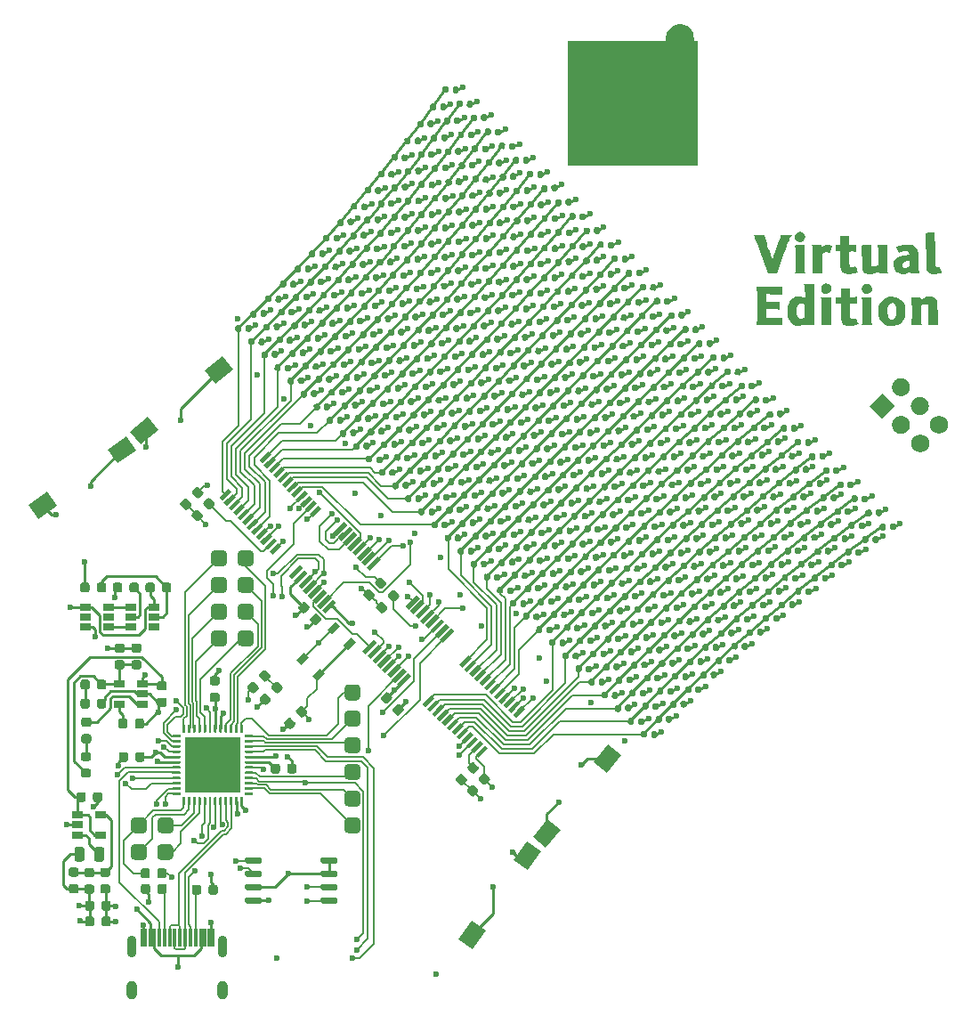
<source format=gtl>
G04 #@! TF.GenerationSoftware,KiCad,Pcbnew,5.99.0-unknown-022839a5a~104~ubuntu20.04.1*
G04 #@! TF.CreationDate,2020-09-24T10:22:22-07:00*
G04 #@! TF.ProjectId,badge,62616467-652e-46b6-9963-61645f706362,0.1*
G04 #@! TF.SameCoordinates,Original*
G04 #@! TF.FileFunction,Copper,L1,Top*
G04 #@! TF.FilePolarity,Positive*
%FSLAX46Y46*%
G04 Gerber Fmt 4.6, Leading zero omitted, Abs format (unit mm)*
G04 Created by KiCad (PCBNEW 5.99.0-unknown-022839a5a~104~ubuntu20.04.1) date 2020-09-24 10:22:22*
%MOMM*%
%LPD*%
G01*
G04 APERTURE LIST*
G04 #@! TA.AperFunction,SMDPad,CuDef*
%ADD10R,1.060000X0.650000*%
G04 #@! TD*
G04 #@! TA.AperFunction,SMDPad,CuDef*
%ADD11R,5.300000X5.300000*%
G04 #@! TD*
G04 #@! TA.AperFunction,SMDPad,CuDef*
%ADD12R,0.300000X1.750000*%
G04 #@! TD*
G04 #@! TA.AperFunction,ComponentPad*
%ADD13O,0.900000X2.100000*%
G04 #@! TD*
G04 #@! TA.AperFunction,ComponentPad*
%ADD14O,1.000000X1.800000*%
G04 #@! TD*
G04 #@! TA.AperFunction,ComponentPad*
%ADD15C,1.727200*%
G04 #@! TD*
G04 #@! TA.AperFunction,ViaPad*
%ADD16C,0.600000*%
G04 #@! TD*
G04 #@! TA.AperFunction,Conductor*
%ADD17C,0.250000*%
G04 #@! TD*
G04 #@! TA.AperFunction,Conductor*
%ADD18C,0.150000*%
G04 #@! TD*
G04 APERTURE END LIST*
G04 #@! TO.C,G\u002A\u002A\u002A*
G36*
X136786726Y-82892317D02*
G01*
X136790896Y-83213502D01*
X136796955Y-83509449D01*
X136804498Y-83768935D01*
X136813119Y-83980739D01*
X136822415Y-84133640D01*
X136831980Y-84216416D01*
X136834803Y-84225817D01*
X136843984Y-84256881D01*
X136826998Y-84277824D01*
X136771090Y-84290618D01*
X136663504Y-84297236D01*
X136491485Y-84299649D01*
X136355700Y-84299900D01*
X135840318Y-84299900D01*
X135874921Y-84204650D01*
X135885132Y-84134558D01*
X135893502Y-83994592D01*
X135900040Y-83798264D01*
X135904755Y-83559088D01*
X135907656Y-83290576D01*
X135908753Y-83006243D01*
X135908053Y-82719602D01*
X135905567Y-82444165D01*
X135901304Y-82193446D01*
X135895272Y-81980958D01*
X135887481Y-81820214D01*
X135877939Y-81724728D01*
X135873244Y-81706983D01*
X135863726Y-81674693D01*
X135881757Y-81653413D01*
X135940576Y-81640878D01*
X136053423Y-81634820D01*
X136233538Y-81632972D01*
X136305946Y-81632900D01*
X136774928Y-81632900D01*
X136786726Y-82892317D01*
G37*
G36*
X136735024Y-77624309D02*
G01*
X136735593Y-77959423D01*
X136739072Y-78219099D01*
X136748117Y-78412564D01*
X136765384Y-78549047D01*
X136793530Y-78637774D01*
X136835212Y-78687974D01*
X136893085Y-78708874D01*
X136969806Y-78709702D01*
X137045330Y-78702250D01*
X137190552Y-78673306D01*
X137317397Y-78627527D01*
X137348246Y-78610360D01*
X137454690Y-78540615D01*
X137454429Y-77726674D01*
X137452745Y-77418763D01*
X137447441Y-77184652D01*
X137437809Y-77013527D01*
X137423140Y-76894572D01*
X137402726Y-76816971D01*
X137393440Y-76796317D01*
X137332711Y-76679900D01*
X138301357Y-76679900D01*
X138301357Y-77904811D01*
X138302767Y-78237231D01*
X138306773Y-78539971D01*
X138313038Y-78802153D01*
X138321226Y-79012896D01*
X138330999Y-79161321D01*
X138342020Y-79236549D01*
X138342642Y-79238311D01*
X138383928Y-79346900D01*
X137940476Y-79346900D01*
X137742271Y-79345764D01*
X137613780Y-79340509D01*
X137540059Y-79328359D01*
X137506165Y-79306541D01*
X137497156Y-79272281D01*
X137497024Y-79264575D01*
X137492224Y-79221091D01*
X137465824Y-79208549D01*
X137399825Y-79228710D01*
X137276227Y-79283336D01*
X137268335Y-79286948D01*
X137063029Y-79357312D01*
X136826589Y-79402328D01*
X136593076Y-79417885D01*
X136396553Y-79399870D01*
X136375190Y-79394767D01*
X136175705Y-79313110D01*
X136031183Y-79180507D01*
X135988538Y-79117546D01*
X135963835Y-79068982D01*
X135944293Y-79007177D01*
X135929014Y-78921321D01*
X135917104Y-78800605D01*
X135907664Y-78634219D01*
X135899799Y-78411353D01*
X135892613Y-78121199D01*
X135888200Y-77907567D01*
X135881009Y-77610307D01*
X135871931Y-77338524D01*
X135861575Y-77104490D01*
X135850553Y-76920477D01*
X135839476Y-76798757D01*
X135830754Y-76753983D01*
X135821321Y-76721726D01*
X135839389Y-76700455D01*
X135898189Y-76687911D01*
X136010952Y-76681838D01*
X136190909Y-76679975D01*
X136264828Y-76679900D01*
X136735024Y-76679900D01*
X136735024Y-77624309D01*
G37*
G36*
X142839658Y-77064681D02*
G01*
X142852190Y-78634796D01*
X142948208Y-78712506D01*
X143052497Y-78766463D01*
X143165122Y-78755543D01*
X143229568Y-78741355D01*
X143274809Y-78753952D01*
X143315048Y-78808297D01*
X143364484Y-78919352D01*
X143396488Y-78999307D01*
X143448622Y-79138562D01*
X143482188Y-79243833D01*
X143490474Y-79293876D01*
X143489845Y-79294856D01*
X143426914Y-79321220D01*
X143299227Y-79350045D01*
X143126491Y-79377890D01*
X142928412Y-79401316D01*
X142831024Y-79409908D01*
X142645236Y-79419208D01*
X142511769Y-79410107D01*
X142399589Y-79379052D01*
X142340979Y-79353806D01*
X142174447Y-79236428D01*
X142086979Y-79108853D01*
X142066295Y-79062011D01*
X142049194Y-79006995D01*
X142035198Y-78935253D01*
X142023829Y-78838232D01*
X142014610Y-78707381D01*
X142007062Y-78534147D01*
X142000708Y-78309977D01*
X141995069Y-78026321D01*
X141989667Y-77674624D01*
X141984357Y-77272567D01*
X141978854Y-76903097D01*
X141972148Y-76559279D01*
X141964538Y-76250514D01*
X141956328Y-75986203D01*
X141947820Y-75775748D01*
X141939316Y-75628551D01*
X141931117Y-75554014D01*
X141928942Y-75547483D01*
X141931670Y-75523550D01*
X141983621Y-75507654D01*
X142095334Y-75498505D01*
X142277349Y-75494810D01*
X142360910Y-75494567D01*
X142827126Y-75494567D01*
X142839658Y-77064681D01*
G37*
G36*
X132744623Y-76647959D02*
G01*
X132879803Y-76674474D01*
X132989501Y-76710115D01*
X133048182Y-76747886D01*
X133052024Y-76758813D01*
X133037593Y-76813922D01*
X133000444Y-76919848D01*
X132949788Y-77053290D01*
X132894839Y-77190942D01*
X132844809Y-77309501D01*
X132808912Y-77385665D01*
X132798024Y-77401305D01*
X132748119Y-77395127D01*
X132647727Y-77370119D01*
X132601075Y-77356641D01*
X132474654Y-77327417D01*
X132375752Y-77336359D01*
X132262408Y-77383521D01*
X132099524Y-77463067D01*
X132087994Y-78287149D01*
X132086423Y-78553819D01*
X132089051Y-78796403D01*
X132095406Y-78999802D01*
X132105014Y-79148918D01*
X132117400Y-79228654D01*
X132117542Y-79229065D01*
X132158619Y-79346900D01*
X131648292Y-79346900D01*
X131433857Y-79346019D01*
X131291272Y-79342044D01*
X131207726Y-79332972D01*
X131170409Y-79316802D01*
X131166511Y-79291533D01*
X131174076Y-79272817D01*
X131184150Y-79212001D01*
X131194098Y-79078439D01*
X131203438Y-78884052D01*
X131211688Y-78640759D01*
X131218366Y-78360481D01*
X131222894Y-78064022D01*
X131226099Y-77709790D01*
X131226609Y-77430308D01*
X131224036Y-77215693D01*
X131217991Y-77056059D01*
X131208087Y-76941522D01*
X131193933Y-76862197D01*
X131175142Y-76808200D01*
X131173391Y-76804605D01*
X131111179Y-76679900D01*
X132036024Y-76679900D01*
X132036024Y-76889702D01*
X132234812Y-76763634D01*
X132430274Y-76666978D01*
X132609494Y-76637567D01*
X132744623Y-76647959D01*
G37*
G36*
X134669741Y-76245983D02*
G01*
X134681857Y-76658733D01*
X134924171Y-76671396D01*
X135073647Y-76670625D01*
X135199182Y-76655120D01*
X135252254Y-76638157D01*
X135292690Y-76620542D01*
X135317885Y-76629878D01*
X135331439Y-76680353D01*
X135336952Y-76786154D01*
X135338022Y-76961469D01*
X135338024Y-76976233D01*
X135337124Y-77156778D01*
X135332027Y-77266846D01*
X135319132Y-77320625D01*
X135294840Y-77332303D01*
X135255552Y-77316068D01*
X135252254Y-77314310D01*
X135163238Y-77290919D01*
X135025982Y-77279799D01*
X134924171Y-77281070D01*
X134681857Y-77293733D01*
X134681857Y-77954081D01*
X134683648Y-78228218D01*
X134690874Y-78429843D01*
X134706310Y-78571069D01*
X134732731Y-78664007D01*
X134772915Y-78720771D01*
X134829637Y-78753473D01*
X134867778Y-78765302D01*
X134957054Y-78765235D01*
X135078312Y-78739197D01*
X135102697Y-78731338D01*
X135260303Y-78677156D01*
X135384793Y-78954620D01*
X135443352Y-79092496D01*
X135481693Y-79197345D01*
X135492322Y-79248440D01*
X135491532Y-79249836D01*
X135444001Y-79269722D01*
X135340294Y-79302207D01*
X135247153Y-79328259D01*
X135007219Y-79377863D01*
X134753241Y-79406098D01*
X134515236Y-79411123D01*
X134323218Y-79391098D01*
X134301766Y-79386204D01*
X134097475Y-79296374D01*
X133950185Y-79144449D01*
X133862594Y-78933295D01*
X133858634Y-78915744D01*
X133843509Y-78802512D01*
X133830580Y-78624241D01*
X133820793Y-78400549D01*
X133815091Y-78151055D01*
X133814024Y-77990149D01*
X133814024Y-77272567D01*
X133348357Y-77272567D01*
X133348357Y-76679900D01*
X133814024Y-76679900D01*
X133814024Y-75833233D01*
X134657624Y-75833233D01*
X134669741Y-76245983D01*
G37*
G36*
X130139274Y-75418679D02*
G01*
X130238348Y-75455165D01*
X130333832Y-75534582D01*
X130339434Y-75540156D01*
X130424859Y-75642429D01*
X130462458Y-75748125D01*
X130469690Y-75869403D01*
X130441828Y-76071348D01*
X130353403Y-76220375D01*
X130215223Y-76320308D01*
X130046097Y-76376453D01*
X129877214Y-76360413D01*
X129758409Y-76312751D01*
X129608216Y-76194279D01*
X129519087Y-76022349D01*
X129496024Y-75852269D01*
X129514434Y-75728411D01*
X129581080Y-75617578D01*
X129639957Y-75553833D01*
X129742080Y-75464049D01*
X129837999Y-75421737D01*
X129969450Y-75410053D01*
X129996534Y-75409900D01*
X130139274Y-75418679D01*
G37*
G36*
X128310690Y-81044762D02*
G01*
X128309359Y-81225972D01*
X128303352Y-81336785D01*
X128289647Y-81391458D01*
X128265222Y-81404244D01*
X128236607Y-81394223D01*
X128170579Y-81381250D01*
X128036011Y-81368708D01*
X127849028Y-81357631D01*
X127625753Y-81349047D01*
X127472930Y-81345371D01*
X126783336Y-81332587D01*
X126795596Y-81704994D01*
X126807857Y-82077400D01*
X127315857Y-82077400D01*
X127526297Y-82074731D01*
X127715609Y-82067478D01*
X127862047Y-82056778D01*
X127940274Y-82044843D01*
X128056690Y-82012287D01*
X128056690Y-82418113D01*
X128056000Y-82605143D01*
X128051463Y-82721933D01*
X128039376Y-82782911D01*
X128016038Y-82802503D01*
X127977747Y-82795136D01*
X127961440Y-82789336D01*
X127883418Y-82775978D01*
X127740845Y-82765016D01*
X127553830Y-82757563D01*
X127342478Y-82754735D01*
X127337024Y-82754733D01*
X126807857Y-82754733D01*
X126795761Y-83191519D01*
X126783665Y-83628304D01*
X127473094Y-83613585D01*
X127710979Y-83606521D01*
X127922784Y-83596514D01*
X128092383Y-83584615D01*
X128203648Y-83571873D01*
X128236607Y-83563853D01*
X128271559Y-83554324D01*
X128293419Y-83575442D01*
X128305207Y-83641502D01*
X128309945Y-83766799D01*
X128310690Y-83914371D01*
X128310690Y-84299900D01*
X127061857Y-84299900D01*
X126746486Y-84298799D01*
X126460363Y-84295685D01*
X126213925Y-84290841D01*
X126017605Y-84284550D01*
X125881838Y-84277095D01*
X125817060Y-84268759D01*
X125813024Y-84266033D01*
X125839568Y-84210157D01*
X125865940Y-84179250D01*
X125880513Y-84123165D01*
X125892954Y-83993693D01*
X125903269Y-83802086D01*
X125911461Y-83559597D01*
X125917536Y-83277479D01*
X125921499Y-82966984D01*
X125923355Y-82639363D01*
X125923108Y-82305871D01*
X125920764Y-81977760D01*
X125916328Y-81666281D01*
X125909803Y-81382688D01*
X125901196Y-81138233D01*
X125890511Y-80944169D01*
X125877753Y-80811747D01*
X125864451Y-80754483D01*
X125810045Y-80659233D01*
X128310690Y-80659233D01*
X128310690Y-81044762D01*
G37*
G36*
X128790295Y-82881733D02*
G01*
X128844473Y-82487911D01*
X128944866Y-82164296D01*
X129091990Y-81909817D01*
X129286366Y-81723404D01*
X129379039Y-81666822D01*
X129578021Y-81596643D01*
X129810499Y-81567586D01*
X130044772Y-81579717D01*
X130249137Y-81633103D01*
X130313471Y-81664873D01*
X130469690Y-81757044D01*
X130469429Y-81197555D01*
X130465803Y-80928088D01*
X130454550Y-80731982D01*
X130434672Y-80598191D01*
X130408440Y-80521650D01*
X130347711Y-80405233D01*
X131313822Y-80405233D01*
X131325673Y-82278483D01*
X131328944Y-82670858D01*
X131333528Y-83038655D01*
X131339202Y-83372898D01*
X131345745Y-83664613D01*
X131352934Y-83904823D01*
X131360549Y-84084555D01*
X131368367Y-84194832D01*
X131373803Y-84225817D01*
X131383474Y-84258683D01*
X131364930Y-84280106D01*
X131304706Y-84292501D01*
X131189338Y-84298284D01*
X131005364Y-84299873D01*
X130961053Y-84299900D01*
X130761482Y-84298824D01*
X130631693Y-84293752D01*
X130556811Y-84281919D01*
X130521958Y-84260559D01*
X130512261Y-84226907D01*
X130512024Y-84216424D01*
X130507273Y-84170550D01*
X130480669Y-84159893D01*
X130413677Y-84186446D01*
X130315218Y-84237591D01*
X130167570Y-84302408D01*
X130015705Y-84333367D01*
X129838968Y-84339550D01*
X129677484Y-84332169D01*
X129537494Y-84315655D01*
X129459835Y-84296939D01*
X129225707Y-84159090D01*
X129037137Y-83955841D01*
X128898069Y-83695524D01*
X128812445Y-83386474D01*
X128795416Y-83175740D01*
X129677457Y-83175740D01*
X129725015Y-83412753D01*
X129821048Y-83580663D01*
X129867447Y-83624120D01*
X130015027Y-83689355D01*
X130187289Y-83682293D01*
X130366202Y-83603742D01*
X130369456Y-83601624D01*
X130409085Y-83573170D01*
X130436618Y-83539057D01*
X130453915Y-83485153D01*
X130462836Y-83397324D01*
X130465240Y-83261440D01*
X130462987Y-83063368D01*
X130460229Y-82911772D01*
X130448524Y-82289067D01*
X130266923Y-82226292D01*
X130145550Y-82190100D01*
X130064133Y-82187948D01*
X129985083Y-82219891D01*
X129972709Y-82226725D01*
X129836004Y-82344560D01*
X129742144Y-82523801D01*
X129688132Y-82771001D01*
X129678444Y-82869906D01*
X129677457Y-83175740D01*
X128795416Y-83175740D01*
X128784206Y-83037022D01*
X128790295Y-82881733D01*
G37*
G36*
X132639103Y-80352481D02*
G01*
X132714743Y-80384783D01*
X132848822Y-80495135D01*
X132931083Y-80646730D01*
X132961262Y-80818440D01*
X132939094Y-80989140D01*
X132864315Y-81137700D01*
X132736662Y-81242995D01*
X132725535Y-81248293D01*
X132580241Y-81286232D01*
X132413321Y-81289941D01*
X132261441Y-81261369D01*
X132178562Y-81219209D01*
X132054678Y-81074090D01*
X131998562Y-80888218D01*
X131993690Y-80798436D01*
X132030565Y-80611737D01*
X132130130Y-80464277D01*
X132275800Y-80365571D01*
X132450987Y-80325133D01*
X132639103Y-80352481D01*
G37*
G36*
X118710879Y-55672015D02*
G01*
X118990111Y-55735387D01*
X119249462Y-55854113D01*
X119478317Y-56023970D01*
X119666065Y-56240736D01*
X119802091Y-56500186D01*
X119875782Y-56798098D01*
X119885943Y-56963150D01*
X119886357Y-57248900D01*
X120267357Y-57248900D01*
X120267357Y-69102233D01*
X107906024Y-69102233D01*
X107906024Y-57248900D01*
X117208223Y-57248900D01*
X117228752Y-56941983D01*
X117287603Y-56598126D01*
X117415733Y-56301669D01*
X117607398Y-56056526D01*
X117860025Y-55856252D01*
X118135223Y-55728225D01*
X118422379Y-55668220D01*
X118710879Y-55672015D01*
G37*
G36*
X142546233Y-81581137D02*
G01*
X142706198Y-81620510D01*
X142833589Y-81699891D01*
X142953543Y-81830536D01*
X142976574Y-81860754D01*
X143003171Y-81901057D01*
X143024107Y-81949446D01*
X143040323Y-82016520D01*
X143052757Y-82112880D01*
X143062346Y-82249123D01*
X143070029Y-82435849D01*
X143076745Y-82683656D01*
X143083431Y-83003144D01*
X143085024Y-83085805D01*
X143091976Y-83385604D01*
X143100647Y-83658681D01*
X143110474Y-83893245D01*
X143120894Y-84077504D01*
X143131344Y-84199667D01*
X143140439Y-84246983D01*
X143137253Y-84269628D01*
X143086570Y-84285153D01*
X142978277Y-84294630D01*
X142802262Y-84299132D01*
X142641532Y-84299900D01*
X142421795Y-84299299D01*
X142274168Y-84296095D01*
X142186099Y-84288188D01*
X142145033Y-84273477D01*
X142138416Y-84249861D01*
X142152201Y-84218016D01*
X142168385Y-84146068D01*
X142180970Y-84007761D01*
X142190015Y-83818487D01*
X142195574Y-83593641D01*
X142197705Y-83348616D01*
X142196464Y-83098808D01*
X142191908Y-82859609D01*
X142184093Y-82646413D01*
X142173076Y-82474614D01*
X142158913Y-82359606D01*
X142145224Y-82318700D01*
X142051089Y-82276759D01*
X141910549Y-82272939D01*
X141752164Y-82306011D01*
X141668293Y-82339240D01*
X141518690Y-82410581D01*
X141518690Y-83273357D01*
X141520859Y-83571955D01*
X141527040Y-83826590D01*
X141536744Y-84026728D01*
X141549483Y-84161834D01*
X141562513Y-84218016D01*
X141576697Y-84251840D01*
X141568096Y-84274784D01*
X141524145Y-84288956D01*
X141432282Y-84296461D01*
X141279942Y-84299406D01*
X141074190Y-84299900D01*
X140854698Y-84299297D01*
X140707307Y-84296084D01*
X140619455Y-84288154D01*
X140578577Y-84273401D01*
X140572111Y-84249717D01*
X140585867Y-84218016D01*
X140600025Y-84149994D01*
X140611542Y-84012584D01*
X140620454Y-83818937D01*
X140626799Y-83582204D01*
X140630611Y-83315537D01*
X140631927Y-83032088D01*
X140630783Y-82745008D01*
X140627216Y-82467448D01*
X140621262Y-82212561D01*
X140612956Y-81993499D01*
X140602336Y-81823411D01*
X140589437Y-81715451D01*
X140578890Y-81683700D01*
X140574246Y-81660994D01*
X140620586Y-81645799D01*
X140727756Y-81636932D01*
X140905600Y-81633212D01*
X141002224Y-81632900D01*
X141207730Y-81633518D01*
X141343173Y-81637396D01*
X141423156Y-81647573D01*
X141462280Y-81667085D01*
X141475150Y-81698969D01*
X141476357Y-81731515D01*
X141476357Y-81830131D01*
X141738255Y-81700322D01*
X141894618Y-81629594D01*
X142029640Y-81590072D01*
X142181850Y-81573283D01*
X142328563Y-81570514D01*
X142546233Y-81581137D01*
G37*
G36*
X138923117Y-78188532D02*
G01*
X139049773Y-77986976D01*
X139246512Y-77826702D01*
X139510883Y-77710056D01*
X139840437Y-77639382D01*
X140021838Y-77622430D01*
X140230610Y-77604745D01*
X140361320Y-77577149D01*
X140420509Y-77533090D01*
X140414714Y-77466016D01*
X140350474Y-77369374D01*
X140315816Y-77327844D01*
X140242446Y-77255954D01*
X140163364Y-77222757D01*
X140044461Y-77216485D01*
X139997503Y-77218028D01*
X139822011Y-77241954D01*
X139642189Y-77291114D01*
X139589794Y-77311746D01*
X139474825Y-77359786D01*
X139413696Y-77372571D01*
X139383863Y-77351364D01*
X139372003Y-77323951D01*
X139340926Y-77245529D01*
X139289339Y-77122311D01*
X139251086Y-77033303D01*
X139156356Y-76815206D01*
X139510491Y-76726386D01*
X139769672Y-76675586D01*
X140042742Y-76646143D01*
X140304978Y-76638906D01*
X140531656Y-76654723D01*
X140676290Y-76686375D01*
X140908968Y-76800065D01*
X141080968Y-76966705D01*
X141149150Y-77075048D01*
X141179681Y-77137406D01*
X141203296Y-77203818D01*
X141221227Y-77286478D01*
X141234712Y-77397580D01*
X141244983Y-77549318D01*
X141253276Y-77753887D01*
X141260826Y-78023481D01*
X141265593Y-78225067D01*
X141273456Y-78507365D01*
X141283287Y-78764035D01*
X141294370Y-78982033D01*
X141305988Y-79148314D01*
X141317427Y-79249833D01*
X141323121Y-79272817D01*
X141332308Y-79305688D01*
X141313332Y-79327114D01*
X141252699Y-79339509D01*
X141136916Y-79345290D01*
X140952488Y-79346874D01*
X140909386Y-79346900D01*
X140709984Y-79345893D01*
X140580328Y-79340971D01*
X140505502Y-79329278D01*
X140470592Y-79307960D01*
X140460684Y-79274164D01*
X140460357Y-79260966D01*
X140456771Y-79206270D01*
X140432090Y-79200864D01*
X140365429Y-79245257D01*
X140340175Y-79263886D01*
X140148079Y-79362095D01*
X139915462Y-79416119D01*
X139677112Y-79420466D01*
X139528749Y-79392013D01*
X139267981Y-79276993D01*
X139073362Y-79109617D01*
X138942781Y-78887619D01*
X138889850Y-78706112D01*
X138874170Y-78497795D01*
X139705963Y-78497795D01*
X139725721Y-78642617D01*
X139805235Y-78747808D01*
X139926668Y-78807622D01*
X140072184Y-78816311D01*
X140223946Y-78768126D01*
X140324668Y-78697185D01*
X140384470Y-78626644D01*
X140409764Y-78538940D01*
X140409668Y-78401622D01*
X140409335Y-78395824D01*
X140396857Y-78182733D01*
X140169388Y-78188947D01*
X139952365Y-78220623D01*
X139801770Y-78301100D01*
X139719659Y-78429009D01*
X139705963Y-78497795D01*
X138874170Y-78497795D01*
X138868993Y-78429026D01*
X138923117Y-78188532D01*
G37*
G36*
X134745357Y-81632900D02*
G01*
X134954268Y-81632900D01*
X135102651Y-81624461D01*
X135232957Y-81603179D01*
X135271768Y-81591614D01*
X135380357Y-81550329D01*
X135380357Y-82248378D01*
X134745357Y-82216312D01*
X134745357Y-82891712D01*
X134746162Y-83147599D01*
X134749578Y-83332446D01*
X134757109Y-83459871D01*
X134770256Y-83543496D01*
X134790522Y-83596937D01*
X134819410Y-83633815D01*
X134828135Y-83642024D01*
X134939932Y-83692118D01*
X135092543Y-83694417D01*
X135256603Y-83648483D01*
X135256840Y-83648379D01*
X135300122Y-83650168D01*
X135347986Y-83701962D01*
X135409208Y-83815534D01*
X135453092Y-83911627D01*
X135582362Y-84204297D01*
X135268489Y-84273265D01*
X134974707Y-84322158D01*
X134693906Y-84339917D01*
X134445550Y-84326830D01*
X134249101Y-84283184D01*
X134189715Y-84257390D01*
X134098685Y-84200276D01*
X134028520Y-84129729D01*
X133976603Y-84034711D01*
X133940320Y-83904185D01*
X133917056Y-83727117D01*
X133904197Y-83492468D01*
X133899127Y-83189204D01*
X133898690Y-83029043D01*
X133898690Y-82225567D01*
X133390690Y-82225567D01*
X133390690Y-81637125D01*
X133877524Y-81611733D01*
X133901756Y-80786233D01*
X134745357Y-80786233D01*
X134745357Y-81632900D01*
G37*
G36*
X132925024Y-82884516D02*
G01*
X132926542Y-83272649D01*
X132930974Y-83602194D01*
X132938136Y-83867540D01*
X132947842Y-84063078D01*
X132959910Y-84183198D01*
X132968846Y-84218016D01*
X132983030Y-84251840D01*
X132974429Y-84274784D01*
X132930478Y-84288956D01*
X132838615Y-84296461D01*
X132686276Y-84299406D01*
X132480524Y-84299900D01*
X132261031Y-84299297D01*
X132113641Y-84296084D01*
X132025788Y-84288154D01*
X131984910Y-84273401D01*
X131978444Y-84249717D01*
X131992201Y-84218016D01*
X132005973Y-84148991D01*
X132017425Y-84001674D01*
X132026334Y-83782414D01*
X132032478Y-83497560D01*
X132035635Y-83153461D01*
X132036024Y-82966400D01*
X132034402Y-82595755D01*
X132029684Y-82281265D01*
X132022094Y-82029278D01*
X132011852Y-81846143D01*
X131999182Y-81738208D01*
X131992201Y-81714783D01*
X131977571Y-81679743D01*
X131986995Y-81656453D01*
X132033467Y-81642519D01*
X132129984Y-81635548D01*
X132289540Y-81633146D01*
X132436701Y-81632900D01*
X132925024Y-81632900D01*
X132925024Y-82884516D01*
G37*
G36*
X130427357Y-77931516D02*
G01*
X130428875Y-78319649D01*
X130433307Y-78649194D01*
X130440469Y-78914540D01*
X130450176Y-79110078D01*
X130462243Y-79230198D01*
X130471180Y-79265016D01*
X130485581Y-79299430D01*
X130476587Y-79322547D01*
X130431425Y-79336609D01*
X130337321Y-79343859D01*
X130181500Y-79346539D01*
X130004706Y-79346900D01*
X129494410Y-79346900D01*
X129526967Y-79230483D01*
X129535624Y-79158096D01*
X129543415Y-79013454D01*
X129550020Y-78808966D01*
X129555119Y-78557042D01*
X129558394Y-78270092D01*
X129559524Y-77966929D01*
X129558683Y-77608189D01*
X129555883Y-77325400D01*
X129550710Y-77109857D01*
X129542747Y-76952860D01*
X129531579Y-76845704D01*
X129516791Y-76779687D01*
X129501423Y-76749845D01*
X129482927Y-76719996D01*
X129494550Y-76700069D01*
X129548566Y-76688086D01*
X129657251Y-76682069D01*
X129832879Y-76680040D01*
X129935340Y-76679900D01*
X130427357Y-76679900D01*
X130427357Y-77931516D01*
G37*
G36*
X126651544Y-75843817D02*
G01*
X126664893Y-75912758D01*
X126701791Y-76046679D01*
X126757740Y-76232142D01*
X126828240Y-76455710D01*
X126908793Y-76703945D01*
X126994900Y-76963409D01*
X127082061Y-77220665D01*
X127165779Y-77462275D01*
X127241553Y-77674802D01*
X127304885Y-77844807D01*
X127351277Y-77958853D01*
X127374020Y-78001748D01*
X127397014Y-77975154D01*
X127441306Y-77880046D01*
X127502679Y-77728638D01*
X127576913Y-77533145D01*
X127659791Y-77305783D01*
X127747097Y-77058768D01*
X127834610Y-76804313D01*
X127918115Y-76554636D01*
X127993393Y-76321951D01*
X128056226Y-76118473D01*
X128102396Y-75956417D01*
X128127687Y-75848000D01*
X128130673Y-75810379D01*
X128110764Y-75706233D01*
X129202225Y-75706233D01*
X129116978Y-75822650D01*
X129084338Y-75886452D01*
X129026149Y-76020854D01*
X128945930Y-76216934D01*
X128847198Y-76465771D01*
X128733473Y-76758444D01*
X128608272Y-77086031D01*
X128475114Y-77439611D01*
X128403294Y-77632400D01*
X127774858Y-79325733D01*
X127375831Y-79337724D01*
X126976805Y-79349715D01*
X126367267Y-77712847D01*
X126232367Y-77352180D01*
X126103246Y-77009992D01*
X125983602Y-76695861D01*
X125877129Y-76419364D01*
X125787525Y-76190075D01*
X125718486Y-76017573D01*
X125673707Y-75911432D01*
X125664134Y-75891106D01*
X125570539Y-75706233D01*
X126651224Y-75706233D01*
X126651544Y-75843817D01*
G37*
G36*
X136526940Y-80360450D02*
G01*
X136666884Y-80443208D01*
X136791433Y-80606870D01*
X136844214Y-80782277D01*
X136831024Y-80953663D01*
X136757659Y-81105261D01*
X136629916Y-81221304D01*
X136453590Y-81286025D01*
X136354024Y-81294233D01*
X136162092Y-81269267D01*
X136045297Y-81208905D01*
X135936252Y-81076535D01*
X135870479Y-80903649D01*
X135861889Y-80729143D01*
X135865916Y-80707370D01*
X135914030Y-80599226D01*
X135999236Y-80485429D01*
X136020193Y-80464099D01*
X136172773Y-80368942D01*
X136350974Y-80334092D01*
X136526940Y-80360450D01*
G37*
G36*
X137447318Y-82579362D02*
G01*
X137468681Y-82456400D01*
X137504032Y-82350491D01*
X137522663Y-82308082D01*
X137696321Y-82025879D01*
X137927633Y-81805631D01*
X138121393Y-81689391D01*
X138258531Y-81628910D01*
X138384497Y-81593479D01*
X138531635Y-81576806D01*
X138721748Y-81572610D01*
X139067892Y-81602729D01*
X139360335Y-81696405D01*
X139604843Y-81856928D01*
X139807183Y-82087588D01*
X139903220Y-82246733D01*
X139951627Y-82344178D01*
X139983799Y-82433920D01*
X140003013Y-82536891D01*
X140012544Y-82674021D01*
X140015667Y-82866241D01*
X140015857Y-82966400D01*
X140014699Y-83184888D01*
X140008824Y-83339776D01*
X139994633Y-83452123D01*
X139968522Y-83542991D01*
X139926893Y-83633438D01*
X139890205Y-83701256D01*
X139712713Y-83958343D01*
X139499555Y-84146037D01*
X139242355Y-84268870D01*
X138932737Y-84331376D01*
X138706566Y-84341820D01*
X138497075Y-84334684D01*
X138337583Y-84309825D01*
X138194224Y-84261169D01*
X138152303Y-84242426D01*
X137887363Y-84077529D01*
X137673406Y-83850416D01*
X137549027Y-83649160D01*
X137498001Y-83543824D01*
X137464901Y-83446805D01*
X137445865Y-83335073D01*
X137437029Y-83185594D01*
X137434530Y-82975337D01*
X137434509Y-82966400D01*
X137435112Y-82910422D01*
X138301174Y-82910422D01*
X138310596Y-83138873D01*
X138340921Y-83345323D01*
X138382935Y-83480631D01*
X138490290Y-83645080D01*
X138623584Y-83735295D01*
X138772750Y-83748009D01*
X138927723Y-83679956D01*
X138948750Y-83664238D01*
X139061369Y-83527166D01*
X139132674Y-83323634D01*
X139163887Y-83049700D01*
X139165590Y-82965390D01*
X139150981Y-82740680D01*
X139109327Y-82533448D01*
X139046747Y-82363375D01*
X138969360Y-82250145D01*
X138935454Y-82225083D01*
X138766523Y-82175666D01*
X138606981Y-82204551D01*
X138469450Y-82305436D01*
X138366551Y-82472021D01*
X138349554Y-82517634D01*
X138313784Y-82692498D01*
X138301174Y-82910422D01*
X137435112Y-82910422D01*
X137436931Y-82741865D01*
X137447318Y-82579362D01*
G37*
G04 #@! TD*
G04 #@! TO.P,D439,1,K*
G04 #@! TO.N,COL_GA22*
G04 #@! TA.AperFunction,SMDPad,CuDef*
G36*
G01*
X106459153Y-109283114D02*
X106474803Y-108938470D01*
G75*
G02*
X106628842Y-108797813I147348J-6691D01*
G01*
X106923538Y-108811195D01*
G75*
G02*
X107064195Y-108965234I-6691J-147348D01*
G01*
X107048545Y-109309878D01*
G75*
G02*
X106894506Y-109450535I-147348J6691D01*
G01*
X106599810Y-109437153D01*
G75*
G02*
X106459153Y-109283114I6691J147348D01*
G01*
G37*
G04 #@! TD.AperFunction*
G04 #@! TO.P,D439,2,A*
G04 #@! TO.N,/ISSI 12 RGB A/COM_10*
G04 #@! TA.AperFunction,SMDPad,CuDef*
G36*
G01*
X107428155Y-109327116D02*
X107443805Y-108982472D01*
G75*
G02*
X107597844Y-108841815I147348J-6691D01*
G01*
X107892540Y-108855197D01*
G75*
G02*
X108033197Y-109009236I-6691J-147348D01*
G01*
X108017547Y-109353880D01*
G75*
G02*
X107863508Y-109494537I-147348J6691D01*
G01*
X107568812Y-109481155D01*
G75*
G02*
X107428155Y-109327116I6691J147348D01*
G01*
G37*
G04 #@! TD.AperFunction*
G04 #@! TD*
G04 #@! TO.P,D22,1,K*
G04 #@! TO.N,COL_GA21*
G04 #@! TA.AperFunction,SMDPad,CuDef*
G36*
G01*
X124147777Y-90219977D02*
X124153798Y-89875030D01*
G75*
G02*
X124303850Y-89730126I147478J-2574D01*
G01*
X124598805Y-89735275D01*
G75*
G02*
X124743709Y-89885327I-2574J-147478D01*
G01*
X124737688Y-90230274D01*
G75*
G02*
X124587636Y-90375178I-147478J2574D01*
G01*
X124292681Y-90370029D01*
G75*
G02*
X124147777Y-90219977I2574J147478D01*
G01*
G37*
G04 #@! TD.AperFunction*
G04 #@! TO.P,D22,2,A*
G04 #@! TO.N,/ISSI 12 RGB A/COM_2*
G04 #@! TA.AperFunction,SMDPad,CuDef*
G36*
G01*
X125117629Y-90236905D02*
X125123650Y-89891958D01*
G75*
G02*
X125273702Y-89747054I147478J-2574D01*
G01*
X125568657Y-89752203D01*
G75*
G02*
X125713561Y-89902255I-2574J-147478D01*
G01*
X125707540Y-90247202D01*
G75*
G02*
X125557488Y-90392106I-147478J2574D01*
G01*
X125262533Y-90386957D01*
G75*
G02*
X125117629Y-90236905I2574J147478D01*
G01*
G37*
G04 #@! TD.AperFunction*
G04 #@! TD*
G04 #@! TO.P,D476,1,K*
G04 #@! TO.N,COL_GA27*
G04 #@! TA.AperFunction,SMDPad,CuDef*
G36*
G01*
X111281582Y-116990070D02*
X111265330Y-116645453D01*
G75*
G02*
X111405718Y-116491169I147336J6948D01*
G01*
X111700390Y-116477272D01*
G75*
G02*
X111854674Y-116617660I6948J-147336D01*
G01*
X111870926Y-116962277D01*
G75*
G02*
X111730538Y-117116561I-147336J-6948D01*
G01*
X111435866Y-117130458D01*
G75*
G02*
X111281582Y-116990070I-6948J147336D01*
G01*
G37*
G04 #@! TD.AperFunction*
G04 #@! TO.P,D476,2,A*
G04 #@! TO.N,/ISSI 12 RGB A/COM_11*
G04 #@! TA.AperFunction,SMDPad,CuDef*
G36*
G01*
X112250506Y-116944376D02*
X112234254Y-116599759D01*
G75*
G02*
X112374642Y-116445475I147336J6948D01*
G01*
X112669314Y-116431578D01*
G75*
G02*
X112823598Y-116571966I6948J-147336D01*
G01*
X112839850Y-116916583D01*
G75*
G02*
X112699462Y-117070867I-147336J-6948D01*
G01*
X112404790Y-117084764D01*
G75*
G02*
X112250506Y-116944376I-6948J147336D01*
G01*
G37*
G04 #@! TD.AperFunction*
G04 #@! TD*
G04 #@! TO.P,D26,1,K*
G04 #@! TO.N,COL_GA25*
G04 #@! TA.AperFunction,SMDPad,CuDef*
G36*
G01*
X129513230Y-95584339D02*
X129519853Y-95239402D01*
G75*
G02*
X129670158Y-95094761I147473J-2832D01*
G01*
X129965103Y-95100424D01*
G75*
G02*
X130109744Y-95250729I-2832J-147473D01*
G01*
X130103121Y-95595666D01*
G75*
G02*
X129952816Y-95740307I-147473J2832D01*
G01*
X129657871Y-95734644D01*
G75*
G02*
X129513230Y-95584339I2832J147473D01*
G01*
G37*
G04 #@! TD.AperFunction*
G04 #@! TO.P,D26,2,A*
G04 #@! TO.N,/ISSI 12 RGB A/COM_2*
G04 #@! TA.AperFunction,SMDPad,CuDef*
G36*
G01*
X130483052Y-95602961D02*
X130489675Y-95258024D01*
G75*
G02*
X130639980Y-95113383I147473J-2832D01*
G01*
X130934925Y-95119046D01*
G75*
G02*
X131079566Y-95269351I-2832J-147473D01*
G01*
X131072943Y-95614288D01*
G75*
G02*
X130922638Y-95758929I-147473J2832D01*
G01*
X130627693Y-95753266D01*
G75*
G02*
X130483052Y-95602961I2832J147473D01*
G01*
G37*
G04 #@! TD.AperFunction*
G04 #@! TD*
G04 #@! TO.P,D512,1,K*
G04 #@! TO.N,COL_GA31*
G04 #@! TA.AperFunction,SMDPad,CuDef*
G36*
G01*
X114854291Y-123346312D02*
X114863924Y-123001447D01*
G75*
G02*
X115015484Y-122858123I147442J-4118D01*
G01*
X115310369Y-122866360D01*
G75*
G02*
X115453693Y-123017920I-4118J-147442D01*
G01*
X115444060Y-123362785D01*
G75*
G02*
X115292500Y-123506109I-147442J4118D01*
G01*
X114997615Y-123497872D01*
G75*
G02*
X114854291Y-123346312I4118J147442D01*
G01*
G37*
G04 #@! TD.AperFunction*
G04 #@! TO.P,D512,2,A*
G04 #@! TO.N,/ISSI 12 RGB A/COM_12*
G04 #@! TA.AperFunction,SMDPad,CuDef*
G36*
G01*
X115823913Y-123373396D02*
X115833546Y-123028531D01*
G75*
G02*
X115985106Y-122885207I147442J-4118D01*
G01*
X116279991Y-122893444D01*
G75*
G02*
X116423315Y-123045004I-4118J-147442D01*
G01*
X116413682Y-123389869D01*
G75*
G02*
X116262122Y-123533193I-147442J4118D01*
G01*
X115967237Y-123524956D01*
G75*
G02*
X115823913Y-123373396I4118J147442D01*
G01*
G37*
G04 #@! TD.AperFunction*
G04 #@! TD*
G04 #@! TO.P,D36,1,K*
G04 #@! TO.N,COL_GA3*
G04 #@! TA.AperFunction,SMDPad,CuDef*
G36*
G01*
X98767272Y-67650108D02*
X98782922Y-67305464D01*
G75*
G02*
X98936961Y-67164807I147348J-6691D01*
G01*
X99231657Y-67178189D01*
G75*
G02*
X99372314Y-67332228I-6691J-147348D01*
G01*
X99356664Y-67676872D01*
G75*
G02*
X99202625Y-67817529I-147348J6691D01*
G01*
X98907929Y-67804147D01*
G75*
G02*
X98767272Y-67650108I6691J147348D01*
G01*
G37*
G04 #@! TD.AperFunction*
G04 #@! TO.P,D36,2,A*
G04 #@! TO.N,/ISSI 12 RGB A/COM_3*
G04 #@! TA.AperFunction,SMDPad,CuDef*
G36*
G01*
X99736274Y-67694110D02*
X99751924Y-67349466D01*
G75*
G02*
X99905963Y-67208809I147348J-6691D01*
G01*
X100200659Y-67222191D01*
G75*
G02*
X100341316Y-67376230I-6691J-147348D01*
G01*
X100325666Y-67720874D01*
G75*
G02*
X100171627Y-67861531I-147348J6691D01*
G01*
X99876931Y-67848149D01*
G75*
G02*
X99736274Y-67694110I6691J147348D01*
G01*
G37*
G04 #@! TD.AperFunction*
G04 #@! TD*
G04 #@! TO.P,TP9,1,1*
G04 #@! TO.N,Net-(IC1-Pad8)*
G04 #@! TA.AperFunction,TestPad*
G36*
G01*
X76494690Y-114441233D02*
X76494690Y-113679233D01*
G75*
G02*
X76875690Y-113298233I381000J0D01*
G01*
X77637690Y-113298233D01*
G75*
G02*
X78018690Y-113679233I0J-381000D01*
G01*
X78018690Y-114441233D01*
G75*
G02*
X77637690Y-114822233I-381000J0D01*
G01*
X76875690Y-114822233D01*
G75*
G02*
X76494690Y-114441233I0J381000D01*
G01*
G37*
G04 #@! TD.AperFunction*
G04 #@! TD*
G04 #@! TO.P,D292,1,K*
G04 #@! TO.N,COL_GA3*
G04 #@! TA.AperFunction,SMDPad,CuDef*
G36*
G01*
X88390058Y-79913722D02*
X88398488Y-79568825D01*
G75*
G02*
X88549548Y-79424973I147456J-3604D01*
G01*
X88844460Y-79432180D01*
G75*
G02*
X88988312Y-79583240I-3604J-147456D01*
G01*
X88979882Y-79928137D01*
G75*
G02*
X88828822Y-80071989I-147456J3604D01*
G01*
X88533910Y-80064782D01*
G75*
G02*
X88390058Y-79913722I3604J147456D01*
G01*
G37*
G04 #@! TD.AperFunction*
G04 #@! TO.P,D292,2,A*
G04 #@! TO.N,/ISSI 12 RGB A/COM_6*
G04 #@! TA.AperFunction,SMDPad,CuDef*
G36*
G01*
X89359768Y-79937422D02*
X89368198Y-79592525D01*
G75*
G02*
X89519258Y-79448673I147456J-3604D01*
G01*
X89814170Y-79455880D01*
G75*
G02*
X89958022Y-79606940I-3604J-147456D01*
G01*
X89949592Y-79951837D01*
G75*
G02*
X89798532Y-80095689I-147456J3604D01*
G01*
X89503620Y-80088482D01*
G75*
G02*
X89359768Y-79937422I3604J147456D01*
G01*
G37*
G04 #@! TD.AperFunction*
G04 #@! TD*
G04 #@! TO.P,D488,1,K*
G04 #@! TO.N,COL_GA7*
G04 #@! TA.AperFunction,SMDPad,CuDef*
G36*
G01*
X84976148Y-93485503D02*
X84976148Y-93140503D01*
G75*
G02*
X85123648Y-92993003I147500J0D01*
G01*
X85418648Y-92993003D01*
G75*
G02*
X85566148Y-93140503I0J-147500D01*
G01*
X85566148Y-93485503D01*
G75*
G02*
X85418648Y-93633003I-147500J0D01*
G01*
X85123648Y-93633003D01*
G75*
G02*
X84976148Y-93485503I0J147500D01*
G01*
G37*
G04 #@! TD.AperFunction*
G04 #@! TO.P,D488,2,A*
G04 #@! TO.N,/ISSI 12 RGB A/COM_12*
G04 #@! TA.AperFunction,SMDPad,CuDef*
G36*
G01*
X85946148Y-93485503D02*
X85946148Y-93140503D01*
G75*
G02*
X86093648Y-92993003I147500J0D01*
G01*
X86388648Y-92993003D01*
G75*
G02*
X86536148Y-93140503I0J-147500D01*
G01*
X86536148Y-93485503D01*
G75*
G02*
X86388648Y-93633003I-147500J0D01*
G01*
X86093648Y-93633003D01*
G75*
G02*
X85946148Y-93485503I0J147500D01*
G01*
G37*
G04 #@! TD.AperFunction*
G04 #@! TD*
G04 #@! TO.P,D25,1,K*
G04 #@! TO.N,COL_GA24*
G04 #@! TA.AperFunction,SMDPad,CuDef*
G36*
G01*
X128171523Y-94241541D02*
X128178748Y-93896617D01*
G75*
G02*
X128329305Y-93752238I147468J-3089D01*
G01*
X128624240Y-93758416D01*
G75*
G02*
X128768619Y-93908973I-3089J-147468D01*
G01*
X128761394Y-94253897D01*
G75*
G02*
X128610837Y-94398276I-147468J3089D01*
G01*
X128315902Y-94392098D01*
G75*
G02*
X128171523Y-94241541I3089J147468D01*
G01*
G37*
G04 #@! TD.AperFunction*
G04 #@! TO.P,D25,2,A*
G04 #@! TO.N,/ISSI 12 RGB A/COM_2*
G04 #@! TA.AperFunction,SMDPad,CuDef*
G36*
G01*
X129141311Y-94261855D02*
X129148536Y-93916931D01*
G75*
G02*
X129299093Y-93772552I147468J-3089D01*
G01*
X129594028Y-93778730D01*
G75*
G02*
X129738407Y-93929287I-3089J-147468D01*
G01*
X129731182Y-94274211D01*
G75*
G02*
X129580625Y-94418590I-147468J3089D01*
G01*
X129285690Y-94412412D01*
G75*
G02*
X129141311Y-94261855I3089J147468D01*
G01*
G37*
G04 #@! TD.AperFunction*
G04 #@! TD*
G04 #@! TO.P,D55,1,K*
G04 #@! TO.N,COL_GA22*
G04 #@! TA.AperFunction,SMDPad,CuDef*
G36*
G01*
X123981809Y-92891057D02*
X123983013Y-92546059D01*
G75*
G02*
X124131027Y-92399075I147499J-515D01*
G01*
X124426025Y-92400105D01*
G75*
G02*
X124573009Y-92548119I-515J-147499D01*
G01*
X124571805Y-92893117D01*
G75*
G02*
X124423791Y-93040101I-147499J515D01*
G01*
X124128793Y-93039071D01*
G75*
G02*
X123981809Y-92891057I515J147499D01*
G01*
G37*
G04 #@! TD.AperFunction*
G04 #@! TO.P,D55,2,A*
G04 #@! TO.N,/ISSI 12 RGB A/COM_3*
G04 #@! TA.AperFunction,SMDPad,CuDef*
G36*
G01*
X124951803Y-92894443D02*
X124953007Y-92549445D01*
G75*
G02*
X125101021Y-92402461I147499J-515D01*
G01*
X125396019Y-92403491D01*
G75*
G02*
X125543003Y-92551505I-515J-147499D01*
G01*
X125541799Y-92896503D01*
G75*
G02*
X125393785Y-93043487I-147499J515D01*
G01*
X125098787Y-93042457D01*
G75*
G02*
X124951803Y-92894443I515J147499D01*
G01*
G37*
G04 #@! TD.AperFunction*
G04 #@! TD*
G04 #@! TA.AperFunction,SMDPad,CuDef*
G04 #@! TO.P,SW1,1,A*
G04 #@! TO.N,/BTN_A*
G36*
X67233336Y-95635530D02*
G01*
X66226424Y-94392096D01*
X67920602Y-93020178D01*
X68927514Y-94263612D01*
X67233336Y-95635530D01*
G37*
G04 #@! TD.AperFunction*
G04 #@! TA.AperFunction,SMDPad,CuDef*
G04 #@! TO.P,SW1,2,B*
G04 #@! TO.N,GND*
G36*
X74367536Y-89858368D02*
G01*
X73360624Y-88614934D01*
X75054802Y-87243016D01*
X76061714Y-88486450D01*
X74367536Y-89858368D01*
G37*
G04 #@! TD.AperFunction*
G04 #@! TD*
G04 #@! TO.P,TP12,1,1*
G04 #@! TO.N,Net-(IC1-Pad11)*
G04 #@! TA.AperFunction,TestPad*
G36*
G01*
X73954690Y-109361233D02*
X73954690Y-108599233D01*
G75*
G02*
X74335690Y-108218233I381000J0D01*
G01*
X75097690Y-108218233D01*
G75*
G02*
X75478690Y-108599233I0J-381000D01*
G01*
X75478690Y-109361233D01*
G75*
G02*
X75097690Y-109742233I-381000J0D01*
G01*
X74335690Y-109742233D01*
G75*
G02*
X73954690Y-109361233I0J381000D01*
G01*
G37*
G04 #@! TD.AperFunction*
G04 #@! TD*
G04 #@! TO.P,D445,1,K*
G04 #@! TO.N,COL_GA28*
G04 #@! TA.AperFunction,SMDPad,CuDef*
G36*
G01*
X113934541Y-116821393D02*
X113914080Y-116477000D01*
G75*
G02*
X114052572Y-116321012I147240J8748D01*
G01*
X114347053Y-116303517D01*
G75*
G02*
X114503041Y-116442009I8748J-147240D01*
G01*
X114523502Y-116786402D01*
G75*
G02*
X114385010Y-116942390I-147240J-8748D01*
G01*
X114090529Y-116959885D01*
G75*
G02*
X113934541Y-116821393I-8748J147240D01*
G01*
G37*
G04 #@! TD.AperFunction*
G04 #@! TO.P,D445,2,A*
G04 #@! TO.N,/ISSI 12 RGB A/COM_10*
G04 #@! TA.AperFunction,SMDPad,CuDef*
G36*
G01*
X114902833Y-116763865D02*
X114882372Y-116419472D01*
G75*
G02*
X115020864Y-116263484I147240J8748D01*
G01*
X115315345Y-116245989D01*
G75*
G02*
X115471333Y-116384481I8748J-147240D01*
G01*
X115491794Y-116728874D01*
G75*
G02*
X115353302Y-116884862I-147240J-8748D01*
G01*
X115058821Y-116902357D01*
G75*
G02*
X114902833Y-116763865I-8748J147240D01*
G01*
G37*
G04 #@! TD.AperFunction*
G04 #@! TD*
G04 #@! TO.P,D491,1,K*
G04 #@! TO.N,COL_GA10*
G04 #@! TA.AperFunction,SMDPad,CuDef*
G36*
G01*
X88703067Y-97177025D02*
X88722325Y-96832563D01*
G75*
G02*
X88877829Y-96693527I147270J-8234D01*
G01*
X89172369Y-96709995D01*
G75*
G02*
X89311405Y-96865499I-8234J-147270D01*
G01*
X89292147Y-97209961D01*
G75*
G02*
X89136643Y-97348997I-147270J8234D01*
G01*
X88842103Y-97332529D01*
G75*
G02*
X88703067Y-97177025I8234J147270D01*
G01*
G37*
G04 #@! TD.AperFunction*
G04 #@! TO.P,D491,2,A*
G04 #@! TO.N,/ISSI 12 RGB A/COM_12*
G04 #@! TA.AperFunction,SMDPad,CuDef*
G36*
G01*
X89671555Y-97231171D02*
X89690813Y-96886709D01*
G75*
G02*
X89846317Y-96747673I147270J-8234D01*
G01*
X90140857Y-96764141D01*
G75*
G02*
X90279893Y-96919645I-8234J-147270D01*
G01*
X90260635Y-97264107D01*
G75*
G02*
X90105131Y-97403143I-147270J8234D01*
G01*
X89810591Y-97386675D01*
G75*
G02*
X89671555Y-97231171I8234J147270D01*
G01*
G37*
G04 #@! TD.AperFunction*
G04 #@! TD*
G04 #@! TO.P,D335,1,K*
G04 #@! TO.N,COL_GA14*
G04 #@! TA.AperFunction,SMDPad,CuDef*
G36*
G01*
X100763427Y-95146222D02*
X100754396Y-94801340D01*
G75*
G02*
X100897984Y-94650030I147449J3861D01*
G01*
X101192883Y-94642308D01*
G75*
G02*
X101344193Y-94785896I3861J-147449D01*
G01*
X101353224Y-95130778D01*
G75*
G02*
X101209636Y-95282088I-147449J-3861D01*
G01*
X100914737Y-95289810D01*
G75*
G02*
X100763427Y-95146222I-3861J147449D01*
G01*
G37*
G04 #@! TD.AperFunction*
G04 #@! TO.P,D335,2,A*
G04 #@! TO.N,/ISSI 12 RGB A/COM_7*
G04 #@! TA.AperFunction,SMDPad,CuDef*
G36*
G01*
X101733095Y-95120830D02*
X101724064Y-94775948D01*
G75*
G02*
X101867652Y-94624638I147449J3861D01*
G01*
X102162551Y-94616916D01*
G75*
G02*
X102313861Y-94760504I3861J-147449D01*
G01*
X102322892Y-95105386D01*
G75*
G02*
X102179304Y-95256696I-147449J-3861D01*
G01*
X101884405Y-95264418D01*
G75*
G02*
X101733095Y-95120830I-3861J147449D01*
G01*
G37*
G04 #@! TD.AperFunction*
G04 #@! TD*
G04 #@! TO.P,D379,1,K*
G04 #@! TO.N,COL_GA26*
G04 #@! TA.AperFunction,SMDPad,CuDef*
G36*
G01*
X114288919Y-111480300D02*
X114291328Y-111135308D01*
G75*
G02*
X114439854Y-110988842I147496J-1030D01*
G01*
X114734847Y-110990902D01*
G75*
G02*
X114881313Y-111139428I-1030J-147496D01*
G01*
X114878904Y-111484420D01*
G75*
G02*
X114730378Y-111630886I-147496J1030D01*
G01*
X114435385Y-111628826D01*
G75*
G02*
X114288919Y-111480300I1030J147496D01*
G01*
G37*
G04 #@! TD.AperFunction*
G04 #@! TO.P,D379,2,A*
G04 #@! TO.N,/ISSI 12 RGB A/COM_8*
G04 #@! TA.AperFunction,SMDPad,CuDef*
G36*
G01*
X115258895Y-111487072D02*
X115261304Y-111142080D01*
G75*
G02*
X115409830Y-110995614I147496J-1030D01*
G01*
X115704823Y-110997674D01*
G75*
G02*
X115851289Y-111146200I-1030J-147496D01*
G01*
X115848880Y-111491192D01*
G75*
G02*
X115700354Y-111637658I-147496J1030D01*
G01*
X115405361Y-111635598D01*
G75*
G02*
X115258895Y-111487072I1030J147496D01*
G01*
G37*
G04 #@! TD.AperFunction*
G04 #@! TD*
G04 #@! TO.P,D127,1,K*
G04 #@! TO.N,COL_GA30*
G04 #@! TA.AperFunction,SMDPad,CuDef*
G36*
G01*
X131407402Y-106013798D02*
X131384537Y-105669557D01*
G75*
G02*
X131521938Y-105512606I147176J9775D01*
G01*
X131816289Y-105493055D01*
G75*
G02*
X131973240Y-105630456I9775J-147176D01*
G01*
X131996105Y-105974697D01*
G75*
G02*
X131858704Y-106131648I-147176J-9775D01*
G01*
X131564353Y-106151199D01*
G75*
G02*
X131407402Y-106013798I-9775J147176D01*
G01*
G37*
G04 #@! TD.AperFunction*
G04 #@! TO.P,D127,2,A*
G04 #@! TO.N,/ISSI 12 RGB A/COM_1*
G04 #@! TA.AperFunction,SMDPad,CuDef*
G36*
G01*
X132375270Y-105949512D02*
X132352405Y-105605271D01*
G75*
G02*
X132489806Y-105448320I147176J9775D01*
G01*
X132784157Y-105428769D01*
G75*
G02*
X132941108Y-105566170I9775J-147176D01*
G01*
X132963973Y-105910411D01*
G75*
G02*
X132826572Y-106067362I-147176J-9775D01*
G01*
X132532221Y-106086913D01*
G75*
G02*
X132375270Y-105949512I-9775J147176D01*
G01*
G37*
G04 #@! TD.AperFunction*
G04 #@! TD*
G04 #@! TO.P,D167,1,K*
G04 #@! TO.N,COL_GA6*
G04 #@! TA.AperFunction,SMDPad,CuDef*
G36*
G01*
X97535503Y-77734311D02*
X97549950Y-77389614D01*
G75*
G02*
X97703498Y-77248420I147371J-6177D01*
G01*
X97998239Y-77260773D01*
G75*
G02*
X98139433Y-77414321I-6177J-147371D01*
G01*
X98124986Y-77759018D01*
G75*
G02*
X97971438Y-77900212I-147371J6177D01*
G01*
X97676697Y-77887859D01*
G75*
G02*
X97535503Y-77734311I6177J147371D01*
G01*
G37*
G04 #@! TD.AperFunction*
G04 #@! TO.P,D167,2,A*
G04 #@! TO.N,/ISSI 12 RGB A/COM_14*
G04 #@! TA.AperFunction,SMDPad,CuDef*
G36*
G01*
X98504653Y-77774931D02*
X98519100Y-77430234D01*
G75*
G02*
X98672648Y-77289040I147371J-6177D01*
G01*
X98967389Y-77301393D01*
G75*
G02*
X99108583Y-77454941I-6177J-147371D01*
G01*
X99094136Y-77799638D01*
G75*
G02*
X98940588Y-77940832I-147371J6177D01*
G01*
X98645847Y-77928479D01*
G75*
G02*
X98504653Y-77774931I6177J147371D01*
G01*
G37*
G04 #@! TD.AperFunction*
G04 #@! TD*
G04 #@! TO.P,D45,1,K*
G04 #@! TO.N,COL_GA12*
G04 #@! TA.AperFunction,SMDPad,CuDef*
G36*
G01*
X110725076Y-79666939D02*
X110707020Y-79322412D01*
G75*
G02*
X110846598Y-79167394I147298J7720D01*
G01*
X111141194Y-79151955D01*
G75*
G02*
X111296212Y-79291533I7720J-147298D01*
G01*
X111314268Y-79636060D01*
G75*
G02*
X111174690Y-79791078I-147298J-7720D01*
G01*
X110880094Y-79806517D01*
G75*
G02*
X110725076Y-79666939I-7720J147298D01*
G01*
G37*
G04 #@! TD.AperFunction*
G04 #@! TO.P,D45,2,A*
G04 #@! TO.N,/ISSI 12 RGB A/COM_3*
G04 #@! TA.AperFunction,SMDPad,CuDef*
G36*
G01*
X111693746Y-79616173D02*
X111675690Y-79271646D01*
G75*
G02*
X111815268Y-79116628I147298J7720D01*
G01*
X112109864Y-79101189D01*
G75*
G02*
X112264882Y-79240767I7720J-147298D01*
G01*
X112282938Y-79585294D01*
G75*
G02*
X112143360Y-79740312I-147298J-7720D01*
G01*
X111848764Y-79755751D01*
G75*
G02*
X111693746Y-79616173I-7720J147298D01*
G01*
G37*
G04 #@! TD.AperFunction*
G04 #@! TD*
G04 #@! TO.P,D251,1,K*
G04 #@! TO.N,COL_GA26*
G04 #@! TA.AperFunction,SMDPad,CuDef*
G36*
G01*
X120148048Y-106049603D02*
X120136610Y-105704792D01*
G75*
G02*
X120279139Y-105552483I147419J4890D01*
G01*
X120573977Y-105542702D01*
G75*
G02*
X120726286Y-105685231I4890J-147419D01*
G01*
X120737724Y-106030042D01*
G75*
G02*
X120595195Y-106182351I-147419J-4890D01*
G01*
X120300357Y-106192132D01*
G75*
G02*
X120148048Y-106049603I-4890J147419D01*
G01*
G37*
G04 #@! TD.AperFunction*
G04 #@! TO.P,D251,2,A*
G04 #@! TO.N,/ISSI 12 RGB A/COM_15*
G04 #@! TA.AperFunction,SMDPad,CuDef*
G36*
G01*
X121117514Y-106017443D02*
X121106076Y-105672632D01*
G75*
G02*
X121248605Y-105520323I147419J4890D01*
G01*
X121543443Y-105510542D01*
G75*
G02*
X121695752Y-105653071I4890J-147419D01*
G01*
X121707190Y-105997882D01*
G75*
G02*
X121564661Y-106150191I-147419J-4890D01*
G01*
X121269823Y-106159972D01*
G75*
G02*
X121117514Y-106017443I-4890J147419D01*
G01*
G37*
G04 #@! TD.AperFunction*
G04 #@! TD*
G04 #@! TO.P,D110,1,K*
G04 #@! TO.N,COL_GA13*
G04 #@! TA.AperFunction,SMDPad,CuDef*
G36*
G01*
X109273473Y-83825472D02*
X109282504Y-83480590D01*
G75*
G02*
X109433814Y-83337002I147449J-3861D01*
G01*
X109728713Y-83344724D01*
G75*
G02*
X109872301Y-83496034I-3861J-147449D01*
G01*
X109863270Y-83840916D01*
G75*
G02*
X109711960Y-83984504I-147449J3861D01*
G01*
X109417061Y-83976782D01*
G75*
G02*
X109273473Y-83825472I3861J147449D01*
G01*
G37*
G04 #@! TD.AperFunction*
G04 #@! TO.P,D110,2,A*
G04 #@! TO.N,/ISSI 12 RGB A/COM_1*
G04 #@! TA.AperFunction,SMDPad,CuDef*
G36*
G01*
X110243141Y-83850864D02*
X110252172Y-83505982D01*
G75*
G02*
X110403482Y-83362394I147449J-3861D01*
G01*
X110698381Y-83370116D01*
G75*
G02*
X110841969Y-83521426I-3861J-147449D01*
G01*
X110832938Y-83866308D01*
G75*
G02*
X110681628Y-84009896I-147449J3861D01*
G01*
X110386729Y-84002174D01*
G75*
G02*
X110243141Y-83850864I3861J147449D01*
G01*
G37*
G04 #@! TD.AperFunction*
G04 #@! TD*
G04 #@! TO.P,D372,1,K*
G04 #@! TO.N,COL_GA19*
G04 #@! TA.AperFunction,SMDPad,CuDef*
G36*
G01*
X105571997Y-102759069D02*
X105576814Y-102414102D01*
G75*
G02*
X105726359Y-102268675I147486J-2059D01*
G01*
X106021330Y-102272794D01*
G75*
G02*
X106166757Y-102422339I-2059J-147486D01*
G01*
X106161940Y-102767306D01*
G75*
G02*
X106012395Y-102912733I-147486J2059D01*
G01*
X105717424Y-102908614D01*
G75*
G02*
X105571997Y-102759069I2059J147486D01*
G01*
G37*
G04 #@! TD.AperFunction*
G04 #@! TO.P,D372,2,A*
G04 #@! TO.N,/ISSI 12 RGB A/COM_8*
G04 #@! TA.AperFunction,SMDPad,CuDef*
G36*
G01*
X106541903Y-102772613D02*
X106546720Y-102427646D01*
G75*
G02*
X106696265Y-102282219I147486J-2059D01*
G01*
X106991236Y-102286338D01*
G75*
G02*
X107136663Y-102435883I-2059J-147486D01*
G01*
X107131846Y-102780850D01*
G75*
G02*
X106982301Y-102926277I-147486J2059D01*
G01*
X106687330Y-102922158D01*
G75*
G02*
X106541903Y-102772613I2059J147486D01*
G01*
G37*
G04 #@! TD.AperFunction*
G04 #@! TD*
G04 #@! TO.P,D279,1,K*
G04 #@! TO.N,COL_GA22*
G04 #@! TA.AperFunction,SMDPad,CuDef*
G36*
G01*
X113635241Y-102358120D02*
X113628016Y-102013196D01*
G75*
G02*
X113772395Y-101862639I147468J3089D01*
G01*
X114067330Y-101856461D01*
G75*
G02*
X114217887Y-102000840I3089J-147468D01*
G01*
X114225112Y-102345764D01*
G75*
G02*
X114080733Y-102496321I-147468J-3089D01*
G01*
X113785798Y-102502499D01*
G75*
G02*
X113635241Y-102358120I-3089J147468D01*
G01*
G37*
G04 #@! TD.AperFunction*
G04 #@! TO.P,D279,2,A*
G04 #@! TO.N,/ISSI 12 RGB A/COM_5*
G04 #@! TA.AperFunction,SMDPad,CuDef*
G36*
G01*
X114605029Y-102337806D02*
X114597804Y-101992882D01*
G75*
G02*
X114742183Y-101842325I147468J3089D01*
G01*
X115037118Y-101836147D01*
G75*
G02*
X115187675Y-101980526I3089J-147468D01*
G01*
X115194900Y-102325450D01*
G75*
G02*
X115050521Y-102476007I-147468J-3089D01*
G01*
X114755586Y-102482185D01*
G75*
G02*
X114605029Y-102337806I-3089J147468D01*
G01*
G37*
G04 #@! TD.AperFunction*
G04 #@! TD*
G04 #@! TO.P,D324,1,K*
G04 #@! TO.N,COL_GA3*
G04 #@! TA.AperFunction,SMDPad,CuDef*
G36*
G01*
X87023775Y-81363588D02*
X87038824Y-81018916D01*
G75*
G02*
X87192618Y-80877990I147360J-6434D01*
G01*
X87487337Y-80890858D01*
G75*
G02*
X87628263Y-81044652I-6434J-147360D01*
G01*
X87613214Y-81389324D01*
G75*
G02*
X87459420Y-81530250I-147360J6434D01*
G01*
X87164701Y-81517382D01*
G75*
G02*
X87023775Y-81363588I6434J147360D01*
G01*
G37*
G04 #@! TD.AperFunction*
G04 #@! TO.P,D324,2,A*
G04 #@! TO.N,/ISSI 12 RGB A/COM_7*
G04 #@! TA.AperFunction,SMDPad,CuDef*
G36*
G01*
X87992851Y-81405898D02*
X88007900Y-81061226D01*
G75*
G02*
X88161694Y-80920300I147360J-6434D01*
G01*
X88456413Y-80933168D01*
G75*
G02*
X88597339Y-81086962I-6434J-147360D01*
G01*
X88582290Y-81431634D01*
G75*
G02*
X88428496Y-81572560I-147360J6434D01*
G01*
X88133777Y-81559692D01*
G75*
G02*
X87992851Y-81405898I6434J147360D01*
G01*
G37*
G04 #@! TD.AperFunction*
G04 #@! TD*
G04 #@! TO.P,D388,1,K*
G04 #@! TO.N,COL_GA3*
G04 #@! TA.AperFunction,SMDPad,CuDef*
G36*
G01*
X84258592Y-84277328D02*
X84261603Y-83932341D01*
G75*
G02*
X84410384Y-83786134I147494J-1287D01*
G01*
X84705373Y-83788709D01*
G75*
G02*
X84851580Y-83937490I-1287J-147494D01*
G01*
X84848569Y-84282477D01*
G75*
G02*
X84699788Y-84428684I-147494J1287D01*
G01*
X84404799Y-84426109D01*
G75*
G02*
X84258592Y-84277328I1287J147494D01*
G01*
G37*
G04 #@! TD.AperFunction*
G04 #@! TO.P,D388,2,A*
G04 #@! TO.N,/ISSI 12 RGB A/COM_9*
G04 #@! TA.AperFunction,SMDPad,CuDef*
G36*
G01*
X85228556Y-84285792D02*
X85231567Y-83940805D01*
G75*
G02*
X85380348Y-83794598I147494J-1287D01*
G01*
X85675337Y-83797173D01*
G75*
G02*
X85821544Y-83945954I-1287J-147494D01*
G01*
X85818533Y-84290941D01*
G75*
G02*
X85669752Y-84437148I-147494J1287D01*
G01*
X85374763Y-84434573D01*
G75*
G02*
X85228556Y-84285792I1287J147494D01*
G01*
G37*
G04 #@! TD.AperFunction*
G04 #@! TD*
G04 #@! TO.P,D465,1,K*
G04 #@! TO.N,COL_GA16*
G04 #@! TA.AperFunction,SMDPad,CuDef*
G36*
G01*
X97607858Y-103325052D02*
X97586196Y-102980733D01*
G75*
G02*
X97724143Y-102824262I147209J9262D01*
G01*
X98018561Y-102805739D01*
G75*
G02*
X98175032Y-102943686I9262J-147209D01*
G01*
X98196694Y-103288005D01*
G75*
G02*
X98058747Y-103444476I-147209J-9262D01*
G01*
X97764329Y-103462999D01*
G75*
G02*
X97607858Y-103325052I-9262J147209D01*
G01*
G37*
G04 #@! TD.AperFunction*
G04 #@! TO.P,D465,2,A*
G04 #@! TO.N,/ISSI 12 RGB A/COM_11*
G04 #@! TA.AperFunction,SMDPad,CuDef*
G36*
G01*
X98575944Y-103264146D02*
X98554282Y-102919827D01*
G75*
G02*
X98692229Y-102763356I147209J9262D01*
G01*
X98986647Y-102744833D01*
G75*
G02*
X99143118Y-102882780I9262J-147209D01*
G01*
X99164780Y-103227099D01*
G75*
G02*
X99026833Y-103383570I-147209J-9262D01*
G01*
X98732415Y-103402093D01*
G75*
G02*
X98575944Y-103264146I-9262J147209D01*
G01*
G37*
G04 #@! TD.AperFunction*
G04 #@! TD*
G04 #@! TO.P,D246,1,K*
G04 #@! TO.N,COL_GA21*
G04 #@! TA.AperFunction,SMDPad,CuDef*
G36*
G01*
X113822042Y-99698643D02*
X113825053Y-99353656D01*
G75*
G02*
X113973834Y-99207449I147494J-1287D01*
G01*
X114268823Y-99210024D01*
G75*
G02*
X114415030Y-99358805I-1287J-147494D01*
G01*
X114412019Y-99703792D01*
G75*
G02*
X114263238Y-99849999I-147494J1287D01*
G01*
X113968249Y-99847424D01*
G75*
G02*
X113822042Y-99698643I1287J147494D01*
G01*
G37*
G04 #@! TD.AperFunction*
G04 #@! TO.P,D246,2,A*
G04 #@! TO.N,/ISSI 12 RGB A/COM_15*
G04 #@! TA.AperFunction,SMDPad,CuDef*
G36*
G01*
X114792006Y-99707107D02*
X114795017Y-99362120D01*
G75*
G02*
X114943798Y-99215913I147494J-1287D01*
G01*
X115238787Y-99218488D01*
G75*
G02*
X115384994Y-99367269I-1287J-147494D01*
G01*
X115381983Y-99712256D01*
G75*
G02*
X115233202Y-99858463I-147494J1287D01*
G01*
X114938213Y-99855888D01*
G75*
G02*
X114792006Y-99707107I1287J147494D01*
G01*
G37*
G04 #@! TD.AperFunction*
G04 #@! TD*
G04 #@! TO.P,D164,1,K*
G04 #@! TO.N,COL_GA3*
G04 #@! TA.AperFunction,SMDPad,CuDef*
G36*
G01*
X93699531Y-73914954D02*
X93704950Y-73569996D01*
G75*
G02*
X93854749Y-73424831I147482J-2317D01*
G01*
X94149712Y-73429465D01*
G75*
G02*
X94294877Y-73579264I-2317J-147482D01*
G01*
X94289458Y-73924222D01*
G75*
G02*
X94139659Y-74069387I-147482J2317D01*
G01*
X93844696Y-74064753D01*
G75*
G02*
X93699531Y-73914954I2317J147482D01*
G01*
G37*
G04 #@! TD.AperFunction*
G04 #@! TO.P,D164,2,A*
G04 #@! TO.N,/ISSI 12 RGB A/COM_14*
G04 #@! TA.AperFunction,SMDPad,CuDef*
G36*
G01*
X94669411Y-73930190D02*
X94674830Y-73585232D01*
G75*
G02*
X94824629Y-73440067I147482J-2317D01*
G01*
X95119592Y-73444701D01*
G75*
G02*
X95264757Y-73594500I-2317J-147482D01*
G01*
X95259338Y-73939458D01*
G75*
G02*
X95109539Y-74084623I-147482J2317D01*
G01*
X94814576Y-74079989D01*
G75*
G02*
X94669411Y-73930190I2317J147482D01*
G01*
G37*
G04 #@! TD.AperFunction*
G04 #@! TD*
G04 #@! TO.P,D192,1,K*
G04 #@! TO.N,COL_GA31*
G04 #@! TA.AperFunction,SMDPad,CuDef*
G36*
G01*
X129534421Y-109732099D02*
X129549470Y-109387427D01*
G75*
G02*
X129703264Y-109246501I147360J-6434D01*
G01*
X129997983Y-109259369D01*
G75*
G02*
X130138909Y-109413163I-6434J-147360D01*
G01*
X130123860Y-109757835D01*
G75*
G02*
X129970066Y-109898761I-147360J6434D01*
G01*
X129675347Y-109885893D01*
G75*
G02*
X129534421Y-109732099I6434J147360D01*
G01*
G37*
G04 #@! TD.AperFunction*
G04 #@! TO.P,D192,2,A*
G04 #@! TO.N,/ISSI 12 RGB A/COM_14*
G04 #@! TA.AperFunction,SMDPad,CuDef*
G36*
G01*
X130503497Y-109774409D02*
X130518546Y-109429737D01*
G75*
G02*
X130672340Y-109288811I147360J-6434D01*
G01*
X130967059Y-109301679D01*
G75*
G02*
X131107985Y-109455473I-6434J-147360D01*
G01*
X131092936Y-109800145D01*
G75*
G02*
X130939142Y-109941071I-147360J6434D01*
G01*
X130644423Y-109928203D01*
G75*
G02*
X130503497Y-109774409I6434J147360D01*
G01*
G37*
G04 #@! TD.AperFunction*
G04 #@! TD*
G04 #@! TO.P,D317,1,K*
G04 #@! TO.N,COL_GA28*
G04 #@! TA.AperFunction,SMDPad,CuDef*
G36*
G01*
X119690667Y-111209907D02*
X119701504Y-110865077D01*
G75*
G02*
X119853564Y-110722283I147427J-4633D01*
G01*
X120148419Y-110731549D01*
G75*
G02*
X120291213Y-110883609I-4633J-147427D01*
G01*
X120280376Y-111228439D01*
G75*
G02*
X120128316Y-111371233I-147427J4633D01*
G01*
X119833461Y-111361967D01*
G75*
G02*
X119690667Y-111209907I4633J147427D01*
G01*
G37*
G04 #@! TD.AperFunction*
G04 #@! TO.P,D317,2,A*
G04 #@! TO.N,/ISSI 12 RGB A/COM_6*
G04 #@! TA.AperFunction,SMDPad,CuDef*
G36*
G01*
X120660189Y-111240375D02*
X120671026Y-110895545D01*
G75*
G02*
X120823086Y-110752751I147427J-4633D01*
G01*
X121117941Y-110762017D01*
G75*
G02*
X121260735Y-110914077I-4633J-147427D01*
G01*
X121249898Y-111258907D01*
G75*
G02*
X121097838Y-111401701I-147427J4633D01*
G01*
X120802983Y-111392435D01*
G75*
G02*
X120660189Y-111240375I4633J147427D01*
G01*
G37*
G04 #@! TD.AperFunction*
G04 #@! TD*
G04 #@! TO.P,D44,1,K*
G04 #@! TO.N,COL_GA11*
G04 #@! TA.AperFunction,SMDPad,CuDef*
G36*
G01*
X109396143Y-78332122D02*
X109381696Y-77987425D01*
G75*
G02*
X109522890Y-77833877I147371J6177D01*
G01*
X109817631Y-77821524D01*
G75*
G02*
X109971179Y-77962718I6177J-147371D01*
G01*
X109985626Y-78307415D01*
G75*
G02*
X109844432Y-78460963I-147371J-6177D01*
G01*
X109549691Y-78473316D01*
G75*
G02*
X109396143Y-78332122I-6177J147371D01*
G01*
G37*
G04 #@! TD.AperFunction*
G04 #@! TO.P,D44,2,A*
G04 #@! TO.N,/ISSI 12 RGB A/COM_3*
G04 #@! TA.AperFunction,SMDPad,CuDef*
G36*
G01*
X110365293Y-78291502D02*
X110350846Y-77946805D01*
G75*
G02*
X110492040Y-77793257I147371J6177D01*
G01*
X110786781Y-77780904D01*
G75*
G02*
X110940329Y-77922098I6177J-147371D01*
G01*
X110954776Y-78266795D01*
G75*
G02*
X110813582Y-78420343I-147371J-6177D01*
G01*
X110518841Y-78432696D01*
G75*
G02*
X110365293Y-78291502I-6177J147371D01*
G01*
G37*
G04 #@! TD.AperFunction*
G04 #@! TD*
G04 #@! TO.P,D161,1,K*
G04 #@! TO.N,COL_GA0*
G04 #@! TA.AperFunction,SMDPad,CuDef*
G36*
G01*
X89855463Y-70053141D02*
X89870512Y-69708469D01*
G75*
G02*
X90024306Y-69567543I147360J-6434D01*
G01*
X90319025Y-69580411D01*
G75*
G02*
X90459951Y-69734205I-6434J-147360D01*
G01*
X90444902Y-70078877D01*
G75*
G02*
X90291108Y-70219803I-147360J6434D01*
G01*
X89996389Y-70206935D01*
G75*
G02*
X89855463Y-70053141I6434J147360D01*
G01*
G37*
G04 #@! TD.AperFunction*
G04 #@! TO.P,D161,2,A*
G04 #@! TO.N,/ISSI 12 RGB A/COM_14*
G04 #@! TA.AperFunction,SMDPad,CuDef*
G36*
G01*
X90824539Y-70095451D02*
X90839588Y-69750779D01*
G75*
G02*
X90993382Y-69609853I147360J-6434D01*
G01*
X91288101Y-69622721D01*
G75*
G02*
X91429027Y-69776515I-6434J-147360D01*
G01*
X91413978Y-70121187D01*
G75*
G02*
X91260184Y-70262113I-147360J6434D01*
G01*
X90965465Y-70249245D01*
G75*
G02*
X90824539Y-70095451I6434J147360D01*
G01*
G37*
G04 #@! TD.AperFunction*
G04 #@! TD*
G04 #@! TO.P,D236,1,K*
G04 #@! TO.N,COL_GA11*
G04 #@! TA.AperFunction,SMDPad,CuDef*
G36*
G01*
X101178794Y-87027631D02*
X101196850Y-86683104D01*
G75*
G02*
X101351868Y-86543526I147298J-7720D01*
G01*
X101646464Y-86558965D01*
G75*
G02*
X101786042Y-86713983I-7720J-147298D01*
G01*
X101767986Y-87058510D01*
G75*
G02*
X101612968Y-87198088I-147298J7720D01*
G01*
X101318372Y-87182649D01*
G75*
G02*
X101178794Y-87027631I7720J147298D01*
G01*
G37*
G04 #@! TD.AperFunction*
G04 #@! TO.P,D236,2,A*
G04 #@! TO.N,/ISSI 12 RGB A/COM_15*
G04 #@! TA.AperFunction,SMDPad,CuDef*
G36*
G01*
X102147464Y-87078397D02*
X102165520Y-86733870D01*
G75*
G02*
X102320538Y-86594292I147298J-7720D01*
G01*
X102615134Y-86609731D01*
G75*
G02*
X102754712Y-86764749I-7720J-147298D01*
G01*
X102736656Y-87109276D01*
G75*
G02*
X102581638Y-87248854I-147298J7720D01*
G01*
X102287042Y-87233415D01*
G75*
G02*
X102147464Y-87078397I7720J147298D01*
G01*
G37*
G04 #@! TD.AperFunction*
G04 #@! TD*
G04 #@! TO.P,D29,1,K*
G04 #@! TO.N,COL_GA28*
G04 #@! TA.AperFunction,SMDPad,CuDef*
G36*
G01*
X133540997Y-99625003D02*
X133540395Y-99280004D01*
G75*
G02*
X133687638Y-99132247I147500J257D01*
G01*
X133982638Y-99131732D01*
G75*
G02*
X134130395Y-99278975I257J-147500D01*
G01*
X134130997Y-99623974D01*
G75*
G02*
X133983754Y-99771731I-147500J-257D01*
G01*
X133688754Y-99772246D01*
G75*
G02*
X133540997Y-99625003I-257J147500D01*
G01*
G37*
G04 #@! TD.AperFunction*
G04 #@! TO.P,D29,2,A*
G04 #@! TO.N,/ISSI 12 RGB A/COM_2*
G04 #@! TA.AperFunction,SMDPad,CuDef*
G36*
G01*
X134510995Y-99623311D02*
X134510393Y-99278312D01*
G75*
G02*
X134657636Y-99130555I147500J257D01*
G01*
X134952636Y-99130040D01*
G75*
G02*
X135100393Y-99277283I257J-147500D01*
G01*
X135100995Y-99622282D01*
G75*
G02*
X134953752Y-99770039I-147500J-257D01*
G01*
X134658752Y-99770554D01*
G75*
G02*
X134510995Y-99623311I-257J147500D01*
G01*
G37*
G04 #@! TD.AperFunction*
G04 #@! TD*
G04 #@! TO.P,D220,1,K*
G04 #@! TO.N,COL_GA27*
G04 #@! TA.AperFunction,SMDPad,CuDef*
G36*
G01*
X122917930Y-106004833D02*
X122898071Y-105660405D01*
G75*
G02*
X123036835Y-105504659I147255J8491D01*
G01*
X123331346Y-105487677D01*
G75*
G02*
X123487092Y-105626441I8491J-147255D01*
G01*
X123506951Y-105970869D01*
G75*
G02*
X123368187Y-106126615I-147255J-8491D01*
G01*
X123073676Y-106143597D01*
G75*
G02*
X122917930Y-106004833I-8491J147255D01*
G01*
G37*
G04 #@! TD.AperFunction*
G04 #@! TO.P,D220,2,A*
G04 #@! TO.N,/ISSI 12 RGB A/COM_13*
G04 #@! TA.AperFunction,SMDPad,CuDef*
G36*
G01*
X123886322Y-105948995D02*
X123866463Y-105604567D01*
G75*
G02*
X124005227Y-105448821I147255J8491D01*
G01*
X124299738Y-105431839D01*
G75*
G02*
X124455484Y-105570603I8491J-147255D01*
G01*
X124475343Y-105915031D01*
G75*
G02*
X124336579Y-106070777I-147255J-8491D01*
G01*
X124042068Y-106087759D01*
G75*
G02*
X123886322Y-105948995I-8491J147255D01*
G01*
G37*
G04 #@! TD.AperFunction*
G04 #@! TD*
G04 #@! TO.P,D253,1,K*
G04 #@! TO.N,COL_GA28*
G04 #@! TA.AperFunction,SMDPad,CuDef*
G36*
G01*
X122664219Y-108526605D02*
X122675056Y-108181775D01*
G75*
G02*
X122827116Y-108038981I147427J-4633D01*
G01*
X123121971Y-108048247D01*
G75*
G02*
X123264765Y-108200307I-4633J-147427D01*
G01*
X123253928Y-108545137D01*
G75*
G02*
X123101868Y-108687931I-147427J4633D01*
G01*
X122807013Y-108678665D01*
G75*
G02*
X122664219Y-108526605I4633J147427D01*
G01*
G37*
G04 #@! TD.AperFunction*
G04 #@! TO.P,D253,2,A*
G04 #@! TO.N,/ISSI 12 RGB A/COM_15*
G04 #@! TA.AperFunction,SMDPad,CuDef*
G36*
G01*
X123633741Y-108557073D02*
X123644578Y-108212243D01*
G75*
G02*
X123796638Y-108069449I147427J-4633D01*
G01*
X124091493Y-108078715D01*
G75*
G02*
X124234287Y-108230775I-4633J-147427D01*
G01*
X124223450Y-108575605D01*
G75*
G02*
X124071390Y-108718399I-147427J4633D01*
G01*
X123776535Y-108709133D01*
G75*
G02*
X123633741Y-108557073I4633J147427D01*
G01*
G37*
G04 #@! TD.AperFunction*
G04 #@! TD*
G04 #@! TO.P,D306,1,K*
G04 #@! TO.N,COL_GA17*
G04 #@! TA.AperFunction,SMDPad,CuDef*
G36*
G01*
X105917936Y-97437176D02*
X105928773Y-97092346D01*
G75*
G02*
X106080833Y-96949552I147427J-4633D01*
G01*
X106375688Y-96958818D01*
G75*
G02*
X106518482Y-97110878I-4633J-147427D01*
G01*
X106507645Y-97455708D01*
G75*
G02*
X106355585Y-97598502I-147427J4633D01*
G01*
X106060730Y-97589236D01*
G75*
G02*
X105917936Y-97437176I4633J147427D01*
G01*
G37*
G04 #@! TD.AperFunction*
G04 #@! TO.P,D306,2,A*
G04 #@! TO.N,/ISSI 12 RGB A/COM_6*
G04 #@! TA.AperFunction,SMDPad,CuDef*
G36*
G01*
X106887458Y-97467644D02*
X106898295Y-97122814D01*
G75*
G02*
X107050355Y-96980020I147427J-4633D01*
G01*
X107345210Y-96989286D01*
G75*
G02*
X107488004Y-97141346I-4633J-147427D01*
G01*
X107477167Y-97486176D01*
G75*
G02*
X107325107Y-97628970I-147427J4633D01*
G01*
X107030252Y-97619704D01*
G75*
G02*
X106887458Y-97467644I4633J147427D01*
G01*
G37*
G04 #@! TD.AperFunction*
G04 #@! TD*
G04 #@! TO.P,D105,1,K*
G04 #@! TO.N,COL_GA8*
G04 #@! TA.AperFunction,SMDPad,CuDef*
G36*
G01*
X102764000Y-77294522D02*
X102784461Y-76950129D01*
G75*
G02*
X102940449Y-76811637I147240J-8748D01*
G01*
X103234930Y-76829132D01*
G75*
G02*
X103373422Y-76985120I-8748J-147240D01*
G01*
X103352961Y-77329513D01*
G75*
G02*
X103196973Y-77468005I-147240J8748D01*
G01*
X102902492Y-77450510D01*
G75*
G02*
X102764000Y-77294522I8748J147240D01*
G01*
G37*
G04 #@! TD.AperFunction*
G04 #@! TO.P,D105,2,A*
G04 #@! TO.N,/ISSI 12 RGB A/COM_1*
G04 #@! TA.AperFunction,SMDPad,CuDef*
G36*
G01*
X103732292Y-77352050D02*
X103752753Y-77007657D01*
G75*
G02*
X103908741Y-76869165I147240J-8748D01*
G01*
X104203222Y-76886660D01*
G75*
G02*
X104341714Y-77042648I-8748J-147240D01*
G01*
X104321253Y-77387041D01*
G75*
G02*
X104165265Y-77525533I-147240J8748D01*
G01*
X103870784Y-77508038D01*
G75*
G02*
X103732292Y-77352050I8748J147240D01*
G01*
G37*
G04 #@! TD.AperFunction*
G04 #@! TD*
G04 #@! TO.P,D174,1,K*
G04 #@! TO.N,COL_GA13*
G04 #@! TA.AperFunction,SMDPad,CuDef*
G36*
G01*
X106498095Y-86709151D02*
X106505923Y-86364240D01*
G75*
G02*
X106656731Y-86220124I147462J-3346D01*
G01*
X106951655Y-86226817D01*
G75*
G02*
X107095771Y-86377625I-3346J-147462D01*
G01*
X107087943Y-86722536D01*
G75*
G02*
X106937135Y-86866652I-147462J3346D01*
G01*
X106642211Y-86859959D01*
G75*
G02*
X106498095Y-86709151I3346J147462D01*
G01*
G37*
G04 #@! TD.AperFunction*
G04 #@! TO.P,D174,2,A*
G04 #@! TO.N,/ISSI 12 RGB A/COM_14*
G04 #@! TA.AperFunction,SMDPad,CuDef*
G36*
G01*
X107467845Y-86731157D02*
X107475673Y-86386246D01*
G75*
G02*
X107626481Y-86242130I147462J-3346D01*
G01*
X107921405Y-86248823D01*
G75*
G02*
X108065521Y-86399631I-3346J-147462D01*
G01*
X108057693Y-86744542D01*
G75*
G02*
X107906885Y-86888658I-147462J3346D01*
G01*
X107611961Y-86881965D01*
G75*
G02*
X107467845Y-86731157I3346J147462D01*
G01*
G37*
G04 #@! TD.AperFunction*
G04 #@! TD*
G04 #@! TO.P,C9,1*
G04 #@! TO.N,GND*
G04 #@! TA.AperFunction,SMDPad,CuDef*
G36*
G01*
X63605000Y-128893750D02*
X63605000Y-129406250D01*
G75*
G02*
X63386250Y-129625000I-218750J0D01*
G01*
X62948750Y-129625000D01*
G75*
G02*
X62730000Y-129406250I0J218750D01*
G01*
X62730000Y-128893750D01*
G75*
G02*
X62948750Y-128675000I218750J0D01*
G01*
X63386250Y-128675000D01*
G75*
G02*
X63605000Y-128893750I0J-218750D01*
G01*
G37*
G04 #@! TD.AperFunction*
G04 #@! TO.P,C9,2*
G04 #@! TO.N,/1s LiPo/BATT_PLUS*
G04 #@! TA.AperFunction,SMDPad,CuDef*
G36*
G01*
X62030000Y-128893750D02*
X62030000Y-129406250D01*
G75*
G02*
X61811250Y-129625000I-218750J0D01*
G01*
X61373750Y-129625000D01*
G75*
G02*
X61155000Y-129406250I0J218750D01*
G01*
X61155000Y-128893750D01*
G75*
G02*
X61373750Y-128675000I218750J0D01*
G01*
X61811250Y-128675000D01*
G75*
G02*
X62030000Y-128893750I0J-218750D01*
G01*
G37*
G04 #@! TD.AperFunction*
G04 #@! TD*
G04 #@! TO.P,D430,1,K*
G04 #@! TO.N,COL_GA13*
G04 #@! TA.AperFunction,SMDPad,CuDef*
G36*
G01*
X95287526Y-98160648D02*
X95275486Y-97815858D01*
G75*
G02*
X95417748Y-97663300I147410J5148D01*
G01*
X95712568Y-97653004D01*
G75*
G02*
X95865126Y-97795266I5148J-147410D01*
G01*
X95877166Y-98140056D01*
G75*
G02*
X95734904Y-98292614I-147410J-5148D01*
G01*
X95440084Y-98302910D01*
G75*
G02*
X95287526Y-98160648I-5148J147410D01*
G01*
G37*
G04 #@! TD.AperFunction*
G04 #@! TO.P,D430,2,A*
G04 #@! TO.N,/ISSI 12 RGB A/COM_10*
G04 #@! TA.AperFunction,SMDPad,CuDef*
G36*
G01*
X96256936Y-98126796D02*
X96244896Y-97782006D01*
G75*
G02*
X96387158Y-97629448I147410J5148D01*
G01*
X96681978Y-97619152D01*
G75*
G02*
X96834536Y-97761414I5148J-147410D01*
G01*
X96846576Y-98106204D01*
G75*
G02*
X96704314Y-98258762I-147410J-5148D01*
G01*
X96409494Y-98269058D01*
G75*
G02*
X96256936Y-98126796I-5148J147410D01*
G01*
G37*
G04 #@! TD.AperFunction*
G04 #@! TD*
G04 #@! TO.P,D367,1,K*
G04 #@! TO.N,COL_GA14*
G04 #@! TA.AperFunction,SMDPad,CuDef*
G36*
G01*
X99342483Y-96512982D02*
X99356329Y-96168260D01*
G75*
G02*
X99509629Y-96026798I147381J-5919D01*
G01*
X99804391Y-96038636D01*
G75*
G02*
X99945853Y-96191936I-5919J-147381D01*
G01*
X99932007Y-96536658D01*
G75*
G02*
X99778707Y-96678120I-147381J5919D01*
G01*
X99483945Y-96666282D01*
G75*
G02*
X99342483Y-96512982I5919J147381D01*
G01*
G37*
G04 #@! TD.AperFunction*
G04 #@! TO.P,D367,2,A*
G04 #@! TO.N,/ISSI 12 RGB A/COM_8*
G04 #@! TA.AperFunction,SMDPad,CuDef*
G36*
G01*
X100311701Y-96551910D02*
X100325547Y-96207188D01*
G75*
G02*
X100478847Y-96065726I147381J-5919D01*
G01*
X100773609Y-96077564D01*
G75*
G02*
X100915071Y-96230864I-5919J-147381D01*
G01*
X100901225Y-96575586D01*
G75*
G02*
X100747925Y-96717048I-147381J5919D01*
G01*
X100453163Y-96705210D01*
G75*
G02*
X100311701Y-96551910I5919J147381D01*
G01*
G37*
G04 #@! TD.AperFunction*
G04 #@! TD*
G04 #@! TO.P,D393,1,K*
G04 #@! TO.N,COL_GA8*
G04 #@! TA.AperFunction,SMDPad,CuDef*
G36*
G01*
X90488157Y-90545621D02*
X90468298Y-90201193D01*
G75*
G02*
X90607062Y-90045447I147255J8491D01*
G01*
X90901573Y-90028465D01*
G75*
G02*
X91057319Y-90167229I8491J-147255D01*
G01*
X91077178Y-90511657D01*
G75*
G02*
X90938414Y-90667403I-147255J-8491D01*
G01*
X90643903Y-90684385D01*
G75*
G02*
X90488157Y-90545621I-8491J147255D01*
G01*
G37*
G04 #@! TD.AperFunction*
G04 #@! TO.P,D393,2,A*
G04 #@! TO.N,/ISSI 12 RGB A/COM_9*
G04 #@! TA.AperFunction,SMDPad,CuDef*
G36*
G01*
X91456549Y-90489783D02*
X91436690Y-90145355D01*
G75*
G02*
X91575454Y-89989609I147255J8491D01*
G01*
X91869965Y-89972627D01*
G75*
G02*
X92025711Y-90111391I8491J-147255D01*
G01*
X92045570Y-90455819D01*
G75*
G02*
X91906806Y-90611565I-147255J-8491D01*
G01*
X91612295Y-90628547D01*
G75*
G02*
X91456549Y-90489783I-8491J147255D01*
G01*
G37*
G04 #@! TD.AperFunction*
G04 #@! TD*
G04 #@! TO.P,D171,1,K*
G04 #@! TO.N,COL_GA10*
G04 #@! TA.AperFunction,SMDPad,CuDef*
G36*
G01*
X102659859Y-82877450D02*
X102664073Y-82532476D01*
G75*
G02*
X102813364Y-82386789I147489J-1802D01*
G01*
X103108342Y-82390393D01*
G75*
G02*
X103254029Y-82539684I-1802J-147489D01*
G01*
X103249815Y-82884658D01*
G75*
G02*
X103100524Y-83030345I-147489J1802D01*
G01*
X102805546Y-83026741D01*
G75*
G02*
X102659859Y-82877450I1802J147489D01*
G01*
G37*
G04 #@! TD.AperFunction*
G04 #@! TO.P,D171,2,A*
G04 #@! TO.N,/ISSI 12 RGB A/COM_14*
G04 #@! TA.AperFunction,SMDPad,CuDef*
G36*
G01*
X103629787Y-82889300D02*
X103634001Y-82544326D01*
G75*
G02*
X103783292Y-82398639I147489J-1802D01*
G01*
X104078270Y-82402243D01*
G75*
G02*
X104223957Y-82551534I-1802J-147489D01*
G01*
X104219743Y-82896508D01*
G75*
G02*
X104070452Y-83042195I-147489J1802D01*
G01*
X103775474Y-83038591D01*
G75*
G02*
X103629787Y-82889300I1802J147489D01*
G01*
G37*
G04 #@! TD.AperFunction*
G04 #@! TD*
G04 #@! TO.P,D248,1,K*
G04 #@! TO.N,COL_GA23*
G04 #@! TA.AperFunction,SMDPad,CuDef*
G36*
G01*
X116358778Y-102265320D02*
X116344331Y-101920623D01*
G75*
G02*
X116485525Y-101767075I147371J6177D01*
G01*
X116780266Y-101754722D01*
G75*
G02*
X116933814Y-101895916I6177J-147371D01*
G01*
X116948261Y-102240613D01*
G75*
G02*
X116807067Y-102394161I-147371J-6177D01*
G01*
X116512326Y-102406514D01*
G75*
G02*
X116358778Y-102265320I-6177J147371D01*
G01*
G37*
G04 #@! TD.AperFunction*
G04 #@! TO.P,D248,2,A*
G04 #@! TO.N,/ISSI 12 RGB A/COM_15*
G04 #@! TA.AperFunction,SMDPad,CuDef*
G36*
G01*
X117327928Y-102224700D02*
X117313481Y-101880003D01*
G75*
G02*
X117454675Y-101726455I147371J6177D01*
G01*
X117749416Y-101714102D01*
G75*
G02*
X117902964Y-101855296I6177J-147371D01*
G01*
X117917411Y-102199993D01*
G75*
G02*
X117776217Y-102353541I-147371J-6177D01*
G01*
X117481476Y-102365894D01*
G75*
G02*
X117327928Y-102224700I-6177J147371D01*
G01*
G37*
G04 #@! TD.AperFunction*
G04 #@! TD*
G04 #@! TO.P,TP2,1,1*
G04 #@! TO.N,/UART_TX*
G04 #@! TA.AperFunction,TestPad*
G36*
G01*
X73954691Y-114441233D02*
X73954691Y-113679233D01*
G75*
G02*
X74335691Y-113298233I381000J0D01*
G01*
X75097691Y-113298233D01*
G75*
G02*
X75478691Y-113679233I0J-381000D01*
G01*
X75478691Y-114441233D01*
G75*
G02*
X75097691Y-114822233I-381000J0D01*
G01*
X74335691Y-114822233D01*
G75*
G02*
X73954691Y-114441233I0J381000D01*
G01*
G37*
G04 #@! TD.AperFunction*
G04 #@! TD*
G04 #@! TO.P,D344,1,K*
G04 #@! TO.N,COL_GA23*
G04 #@! TA.AperFunction,SMDPad,CuDef*
G36*
G01*
X111985942Y-106334719D02*
X111996177Y-105989871D01*
G75*
G02*
X112147988Y-105846812I147435J-4376D01*
G01*
X112442859Y-105855564D01*
G75*
G02*
X112585918Y-106007375I-4376J-147435D01*
G01*
X112575683Y-106352223D01*
G75*
G02*
X112423872Y-106495282I-147435J4376D01*
G01*
X112129001Y-106486530D01*
G75*
G02*
X111985942Y-106334719I4376J147435D01*
G01*
G37*
G04 #@! TD.AperFunction*
G04 #@! TO.P,D344,2,A*
G04 #@! TO.N,/ISSI 12 RGB A/COM_7*
G04 #@! TA.AperFunction,SMDPad,CuDef*
G36*
G01*
X112955516Y-106363495D02*
X112965751Y-106018647D01*
G75*
G02*
X113117562Y-105875588I147435J-4376D01*
G01*
X113412433Y-105884340D01*
G75*
G02*
X113555492Y-106036151I-4376J-147435D01*
G01*
X113545257Y-106380999D01*
G75*
G02*
X113393446Y-106524058I-147435J4376D01*
G01*
X113098575Y-106515306D01*
G75*
G02*
X112955516Y-106363495I4376J147435D01*
G01*
G37*
G04 #@! TD.AperFunction*
G04 #@! TD*
G04 #@! TO.P,D454,1,K*
G04 #@! TO.N,COL_GA5*
G04 #@! TA.AperFunction,SMDPad,CuDef*
G36*
G01*
X83919611Y-89604756D02*
X83917202Y-89259764D01*
G75*
G02*
X84063668Y-89111238I147496J1030D01*
G01*
X84358661Y-89109178D01*
G75*
G02*
X84507187Y-89255644I1030J-147496D01*
G01*
X84509596Y-89600636D01*
G75*
G02*
X84363130Y-89749162I-147496J-1030D01*
G01*
X84068137Y-89751222D01*
G75*
G02*
X83919611Y-89604756I-1030J147496D01*
G01*
G37*
G04 #@! TD.AperFunction*
G04 #@! TO.P,D454,2,A*
G04 #@! TO.N,/ISSI 12 RGB A/COM_11*
G04 #@! TA.AperFunction,SMDPad,CuDef*
G36*
G01*
X84889587Y-89597984D02*
X84887178Y-89252992D01*
G75*
G02*
X85033644Y-89104466I147496J1030D01*
G01*
X85328637Y-89102406D01*
G75*
G02*
X85477163Y-89248872I1030J-147496D01*
G01*
X85479572Y-89593864D01*
G75*
G02*
X85333106Y-89742390I-147496J-1030D01*
G01*
X85038113Y-89744450D01*
G75*
G02*
X84889587Y-89597984I-1030J147496D01*
G01*
G37*
G04 #@! TD.AperFunction*
G04 #@! TD*
G04 #@! TO.P,D228,1,K*
G04 #@! TO.N,COL_GA3*
G04 #@! TA.AperFunction,SMDPad,CuDef*
G36*
G01*
X91077948Y-76962001D02*
X91076744Y-76617003D01*
G75*
G02*
X91223728Y-76468989I147499J515D01*
G01*
X91518726Y-76467959D01*
G75*
G02*
X91666740Y-76614943I515J-147499D01*
G01*
X91667944Y-76959941D01*
G75*
G02*
X91520960Y-77107955I-147499J-515D01*
G01*
X91225962Y-77108985D01*
G75*
G02*
X91077948Y-76962001I-515J147499D01*
G01*
G37*
G04 #@! TD.AperFunction*
G04 #@! TO.P,D228,2,A*
G04 #@! TO.N,/ISSI 12 RGB A/COM_15*
G04 #@! TA.AperFunction,SMDPad,CuDef*
G36*
G01*
X92047942Y-76958615D02*
X92046738Y-76613617D01*
G75*
G02*
X92193722Y-76465603I147499J515D01*
G01*
X92488720Y-76464573D01*
G75*
G02*
X92636734Y-76611557I515J-147499D01*
G01*
X92637938Y-76956555D01*
G75*
G02*
X92490954Y-77104569I-147499J-515D01*
G01*
X92195956Y-77105599D01*
G75*
G02*
X92047942Y-76958615I-515J147499D01*
G01*
G37*
G04 #@! TD.AperFunction*
G04 #@! TD*
G04 #@! TO.P,D507,1,K*
G04 #@! TO.N,COL_GA26*
G04 #@! TA.AperFunction,SMDPad,CuDef*
G36*
G01*
X108628738Y-117120758D02*
X108638371Y-116775893D01*
G75*
G02*
X108789931Y-116632569I147442J-4118D01*
G01*
X109084816Y-116640806D01*
G75*
G02*
X109228140Y-116792366I-4118J-147442D01*
G01*
X109218507Y-117137231D01*
G75*
G02*
X109066947Y-117280555I-147442J4118D01*
G01*
X108772062Y-117272318D01*
G75*
G02*
X108628738Y-117120758I4118J147442D01*
G01*
G37*
G04 #@! TD.AperFunction*
G04 #@! TO.P,D507,2,A*
G04 #@! TO.N,/ISSI 12 RGB A/COM_12*
G04 #@! TA.AperFunction,SMDPad,CuDef*
G36*
G01*
X109598360Y-117147842D02*
X109607993Y-116802977D01*
G75*
G02*
X109759553Y-116659653I147442J-4118D01*
G01*
X110054438Y-116667890D01*
G75*
G02*
X110197762Y-116819450I-4118J-147442D01*
G01*
X110188129Y-117164315D01*
G75*
G02*
X110036569Y-117307639I-147442J4118D01*
G01*
X109741684Y-117299402D01*
G75*
G02*
X109598360Y-117147842I4118J147442D01*
G01*
G37*
G04 #@! TD.AperFunction*
G04 #@! TD*
G04 #@! TO.P,D285,1,K*
G04 #@! TO.N,COL_GA28*
G04 #@! TA.AperFunction,SMDPad,CuDef*
G36*
G01*
X121185284Y-109926139D02*
X121167228Y-109581612D01*
G75*
G02*
X121306806Y-109426594I147298J7720D01*
G01*
X121601402Y-109411155D01*
G75*
G02*
X121756420Y-109550733I7720J-147298D01*
G01*
X121774476Y-109895260D01*
G75*
G02*
X121634898Y-110050278I-147298J-7720D01*
G01*
X121340302Y-110065717D01*
G75*
G02*
X121185284Y-109926139I-7720J147298D01*
G01*
G37*
G04 #@! TD.AperFunction*
G04 #@! TO.P,D285,2,A*
G04 #@! TO.N,/ISSI 12 RGB A/COM_5*
G04 #@! TA.AperFunction,SMDPad,CuDef*
G36*
G01*
X122153954Y-109875373D02*
X122135898Y-109530846D01*
G75*
G02*
X122275476Y-109375828I147298J7720D01*
G01*
X122570072Y-109360389D01*
G75*
G02*
X122725090Y-109499967I7720J-147298D01*
G01*
X122743146Y-109844494D01*
G75*
G02*
X122603568Y-109999512I-147298J-7720D01*
G01*
X122308972Y-110014951D01*
G75*
G02*
X122153954Y-109875373I-7720J147298D01*
G01*
G37*
G04 #@! TD.AperFunction*
G04 #@! TD*
G04 #@! TO.P,R5,1*
G04 #@! TO.N,/SAMD21/~RESET*
G04 #@! TA.AperFunction,SMDPad,CuDef*
G36*
G01*
X82701700Y-120542830D02*
X83064093Y-120905223D01*
G75*
G02*
X83064093Y-121214583I-154680J-154680D01*
G01*
X82754734Y-121523942D01*
G75*
G02*
X82445374Y-121523942I-154680J154680D01*
G01*
X82082981Y-121161549D01*
G75*
G02*
X82082981Y-120852189I154680J154680D01*
G01*
X82392340Y-120542830D01*
G75*
G02*
X82701700Y-120542830I154680J-154680D01*
G01*
G37*
G04 #@! TD.AperFunction*
G04 #@! TO.P,R5,2*
G04 #@! TO.N,VCC*
G04 #@! TA.AperFunction,SMDPad,CuDef*
G36*
G01*
X81588006Y-121656524D02*
X81950399Y-122018917D01*
G75*
G02*
X81950399Y-122328277I-154680J-154680D01*
G01*
X81641040Y-122637636D01*
G75*
G02*
X81331680Y-122637636I-154680J154680D01*
G01*
X80969287Y-122275243D01*
G75*
G02*
X80969287Y-121965883I154680J154680D01*
G01*
X81278646Y-121656524D01*
G75*
G02*
X81588006Y-121656524I154680J-154680D01*
G01*
G37*
G04 #@! TD.AperFunction*
G04 #@! TD*
G04 #@! TO.P,C11,1*
G04 #@! TO.N,Net-(C11-Pad1)*
G04 #@! TA.AperFunction,SMDPad,CuDef*
G36*
G01*
X61541691Y-120516483D02*
X61541691Y-120003983D01*
G75*
G02*
X61760441Y-119785233I218750J0D01*
G01*
X62197941Y-119785233D01*
G75*
G02*
X62416691Y-120003983I0J-218750D01*
G01*
X62416691Y-120516483D01*
G75*
G02*
X62197941Y-120735233I-218750J0D01*
G01*
X61760441Y-120735233D01*
G75*
G02*
X61541691Y-120516483I0J218750D01*
G01*
G37*
G04 #@! TD.AperFunction*
G04 #@! TO.P,C11,2*
G04 #@! TO.N,GND*
G04 #@! TA.AperFunction,SMDPad,CuDef*
G36*
G01*
X63116691Y-120516483D02*
X63116691Y-120003983D01*
G75*
G02*
X63335441Y-119785233I218750J0D01*
G01*
X63772941Y-119785233D01*
G75*
G02*
X63991691Y-120003983I0J-218750D01*
G01*
X63991691Y-120516483D01*
G75*
G02*
X63772941Y-120735233I-218750J0D01*
G01*
X63335441Y-120735233D01*
G75*
G02*
X63116691Y-120516483I0J218750D01*
G01*
G37*
G04 #@! TD.AperFunction*
G04 #@! TD*
G04 #@! TO.P,D150,1,K*
G04 #@! TO.N,COL_GA21*
G04 #@! TA.AperFunction,SMDPad,CuDef*
G36*
G01*
X118203003Y-95569983D02*
X118219255Y-95225366D01*
G75*
G02*
X118373539Y-95084978I147336J-6948D01*
G01*
X118668211Y-95098875D01*
G75*
G02*
X118808599Y-95253159I-6948J-147336D01*
G01*
X118792347Y-95597776D01*
G75*
G02*
X118638063Y-95738164I-147336J6948D01*
G01*
X118343391Y-95724267D01*
G75*
G02*
X118203003Y-95569983I6948J147336D01*
G01*
G37*
G04 #@! TD.AperFunction*
G04 #@! TO.P,D150,2,A*
G04 #@! TO.N,/ISSI 12 RGB A/COM*
G04 #@! TA.AperFunction,SMDPad,CuDef*
G36*
G01*
X119171927Y-95615677D02*
X119188179Y-95271060D01*
G75*
G02*
X119342463Y-95130672I147336J-6948D01*
G01*
X119637135Y-95144569D01*
G75*
G02*
X119777523Y-95298853I-6948J-147336D01*
G01*
X119761271Y-95643470D01*
G75*
G02*
X119606987Y-95783858I-147336J6948D01*
G01*
X119312315Y-95769961D01*
G75*
G02*
X119171927Y-95615677I6948J147336D01*
G01*
G37*
G04 #@! TD.AperFunction*
G04 #@! TD*
G04 #@! TO.P,D205,1,K*
G04 #@! TO.N,COL_GA12*
G04 #@! TA.AperFunction,SMDPad,CuDef*
G36*
G01*
X103829554Y-86846513D02*
X103849413Y-86502085D01*
G75*
G02*
X104005159Y-86363321I147255J-8491D01*
G01*
X104299670Y-86380303D01*
G75*
G02*
X104438434Y-86536049I-8491J-147255D01*
G01*
X104418575Y-86880477D01*
G75*
G02*
X104262829Y-87019241I-147255J8491D01*
G01*
X103968318Y-87002259D01*
G75*
G02*
X103829554Y-86846513I8491J147255D01*
G01*
G37*
G04 #@! TD.AperFunction*
G04 #@! TO.P,D205,2,A*
G04 #@! TO.N,/ISSI 12 RGB A/COM_13*
G04 #@! TA.AperFunction,SMDPad,CuDef*
G36*
G01*
X104797946Y-86902351D02*
X104817805Y-86557923D01*
G75*
G02*
X104973551Y-86419159I147255J-8491D01*
G01*
X105268062Y-86436141D01*
G75*
G02*
X105406826Y-86591887I-8491J-147255D01*
G01*
X105386967Y-86936315D01*
G75*
G02*
X105231221Y-87075079I-147255J8491D01*
G01*
X104936710Y-87058097D01*
G75*
G02*
X104797946Y-86902351I8491J147255D01*
G01*
G37*
G04 #@! TD.AperFunction*
G04 #@! TD*
G04 #@! TO.P,D125,1,K*
G04 #@! TO.N,COL_GA28*
G04 #@! TA.AperFunction,SMDPad,CuDef*
G36*
G01*
X128783233Y-103312598D02*
X128804295Y-102968241D01*
G75*
G02*
X128960525Y-102830021I147225J-9005D01*
G01*
X129254975Y-102848030D01*
G75*
G02*
X129393195Y-103004260I-9005J-147225D01*
G01*
X129372133Y-103348617D01*
G75*
G02*
X129215903Y-103486837I-147225J9005D01*
G01*
X128921453Y-103468828D01*
G75*
G02*
X128783233Y-103312598I9005J147225D01*
G01*
G37*
G04 #@! TD.AperFunction*
G04 #@! TO.P,D125,2,A*
G04 #@! TO.N,/ISSI 12 RGB A/COM_1*
G04 #@! TA.AperFunction,SMDPad,CuDef*
G36*
G01*
X129751423Y-103371816D02*
X129772485Y-103027459D01*
G75*
G02*
X129928715Y-102889239I147225J-9005D01*
G01*
X130223165Y-102907248D01*
G75*
G02*
X130361385Y-103063478I-9005J-147225D01*
G01*
X130340323Y-103407835D01*
G75*
G02*
X130184093Y-103546055I-147225J9005D01*
G01*
X129889643Y-103528046D01*
G75*
G02*
X129751423Y-103371816I9005J147225D01*
G01*
G37*
G04 #@! TD.AperFunction*
G04 #@! TD*
G04 #@! TO.P,D37,1,K*
G04 #@! TO.N,COL_GA4*
G04 #@! TA.AperFunction,SMDPad,CuDef*
G36*
G01*
X100098988Y-69002869D02*
X100103202Y-68657895D01*
G75*
G02*
X100252493Y-68512208I147489J-1802D01*
G01*
X100547471Y-68515812D01*
G75*
G02*
X100693158Y-68665103I-1802J-147489D01*
G01*
X100688944Y-69010077D01*
G75*
G02*
X100539653Y-69155764I-147489J1802D01*
G01*
X100244675Y-69152160D01*
G75*
G02*
X100098988Y-69002869I1802J147489D01*
G01*
G37*
G04 #@! TD.AperFunction*
G04 #@! TO.P,D37,2,A*
G04 #@! TO.N,/ISSI 12 RGB A/COM_3*
G04 #@! TA.AperFunction,SMDPad,CuDef*
G36*
G01*
X101068916Y-69014719D02*
X101073130Y-68669745D01*
G75*
G02*
X101222421Y-68524058I147489J-1802D01*
G01*
X101517399Y-68527662D01*
G75*
G02*
X101663086Y-68676953I-1802J-147489D01*
G01*
X101658872Y-69021927D01*
G75*
G02*
X101509581Y-69167614I-147489J1802D01*
G01*
X101214603Y-69164010D01*
G75*
G02*
X101068916Y-69014719I1802J147489D01*
G01*
G37*
G04 #@! TD.AperFunction*
G04 #@! TD*
G04 #@! TO.P,D417,1,K*
G04 #@! TO.N,COL_GA0*
G04 #@! TA.AperFunction,SMDPad,CuDef*
G36*
G01*
X79119167Y-81949885D02*
X79131207Y-81605095D01*
G75*
G02*
X79283765Y-81462833I147410J-5148D01*
G01*
X79578585Y-81473129D01*
G75*
G02*
X79720847Y-81625687I-5148J-147410D01*
G01*
X79708807Y-81970477D01*
G75*
G02*
X79556249Y-82112739I-147410J5148D01*
G01*
X79261429Y-82102443D01*
G75*
G02*
X79119167Y-81949885I5148J147410D01*
G01*
G37*
G04 #@! TD.AperFunction*
G04 #@! TO.P,D417,2,A*
G04 #@! TO.N,/ISSI 12 RGB A/COM_10*
G04 #@! TA.AperFunction,SMDPad,CuDef*
G36*
G01*
X80088577Y-81983737D02*
X80100617Y-81638947D01*
G75*
G02*
X80253175Y-81496685I147410J-5148D01*
G01*
X80547995Y-81506981D01*
G75*
G02*
X80690257Y-81659539I-5148J-147410D01*
G01*
X80678217Y-82004329D01*
G75*
G02*
X80525659Y-82146591I-147410J5148D01*
G01*
X80230839Y-82136295D01*
G75*
G02*
X80088577Y-81983737I5148J147410D01*
G01*
G37*
G04 #@! TD.AperFunction*
G04 #@! TD*
G04 #@! TO.P,D513,1,K*
G04 #@! TO.N,GND*
G04 #@! TA.AperFunction,SMDPad,CuDef*
G36*
G01*
X78981680Y-120337636D02*
X78619287Y-119975243D01*
G75*
G02*
X78619287Y-119665883I154680J154680D01*
G01*
X78928646Y-119356524D01*
G75*
G02*
X79238006Y-119356524I154680J-154680D01*
G01*
X79600399Y-119718917D01*
G75*
G02*
X79600399Y-120028277I-154680J-154680D01*
G01*
X79291040Y-120337636D01*
G75*
G02*
X78981680Y-120337636I-154680J154680D01*
G01*
G37*
G04 #@! TD.AperFunction*
G04 #@! TO.P,D513,2,A*
G04 #@! TO.N,Net-(D513-Pad2)*
G04 #@! TA.AperFunction,SMDPad,CuDef*
G36*
G01*
X80095374Y-119223942D02*
X79732981Y-118861549D01*
G75*
G02*
X79732981Y-118552189I154680J154680D01*
G01*
X80042340Y-118242830D01*
G75*
G02*
X80351700Y-118242830I154680J-154680D01*
G01*
X80714093Y-118605223D01*
G75*
G02*
X80714093Y-118914583I-154680J-154680D01*
G01*
X80404734Y-119223942D01*
G75*
G02*
X80095374Y-119223942I-154680J154680D01*
G01*
G37*
G04 #@! TD.AperFunction*
G04 #@! TD*
G04 #@! TO.P,TP17,1,1*
G04 #@! TO.N,/LED_LATCH*
G04 #@! TA.AperFunction,TestPad*
G36*
G01*
X66334690Y-134761234D02*
X66334690Y-133999234D01*
G75*
G02*
X66715690Y-133618234I381000J0D01*
G01*
X67477690Y-133618234D01*
G75*
G02*
X67858690Y-133999234I0J-381000D01*
G01*
X67858690Y-134761234D01*
G75*
G02*
X67477690Y-135142234I-381000J0D01*
G01*
X66715690Y-135142234D01*
G75*
G02*
X66334690Y-134761234I0J381000D01*
G01*
G37*
G04 #@! TD.AperFunction*
G04 #@! TD*
G04 #@! TO.P,R15,1*
G04 #@! TO.N,Net-(D514-Pad2)*
G04 #@! TA.AperFunction,SMDPad,CuDef*
G36*
G01*
X61800440Y-124865232D02*
X62312940Y-124865232D01*
G75*
G02*
X62531690Y-125083982I0J-218750D01*
G01*
X62531690Y-125521482D01*
G75*
G02*
X62312940Y-125740232I-218750J0D01*
G01*
X61800440Y-125740232D01*
G75*
G02*
X61581690Y-125521482I0J218750D01*
G01*
X61581690Y-125083982D01*
G75*
G02*
X61800440Y-124865232I218750J0D01*
G01*
G37*
G04 #@! TD.AperFunction*
G04 #@! TO.P,R15,2*
G04 #@! TO.N,Net-(R12-Pad1)*
G04 #@! TA.AperFunction,SMDPad,CuDef*
G36*
G01*
X61800440Y-126440232D02*
X62312940Y-126440232D01*
G75*
G02*
X62531690Y-126658982I0J-218750D01*
G01*
X62531690Y-127096482D01*
G75*
G02*
X62312940Y-127315232I-218750J0D01*
G01*
X61800440Y-127315232D01*
G75*
G02*
X61581690Y-127096482I0J218750D01*
G01*
X61581690Y-126658982D01*
G75*
G02*
X61800440Y-126440232I218750J0D01*
G01*
G37*
G04 #@! TD.AperFunction*
G04 #@! TD*
G04 #@! TO.P,D434,1,K*
G04 #@! TO.N,COL_GA17*
G04 #@! TA.AperFunction,SMDPad,CuDef*
G36*
G01*
X100250157Y-103095164D02*
X100254371Y-102750190D01*
G75*
G02*
X100403662Y-102604503I147489J-1802D01*
G01*
X100698640Y-102608107D01*
G75*
G02*
X100844327Y-102757398I-1802J-147489D01*
G01*
X100840113Y-103102372D01*
G75*
G02*
X100690822Y-103248059I-147489J1802D01*
G01*
X100395844Y-103244455D01*
G75*
G02*
X100250157Y-103095164I1802J147489D01*
G01*
G37*
G04 #@! TD.AperFunction*
G04 #@! TO.P,D434,2,A*
G04 #@! TO.N,/ISSI 12 RGB A/COM_10*
G04 #@! TA.AperFunction,SMDPad,CuDef*
G36*
G01*
X101220085Y-103107014D02*
X101224299Y-102762040D01*
G75*
G02*
X101373590Y-102616353I147489J-1802D01*
G01*
X101668568Y-102619957D01*
G75*
G02*
X101814255Y-102769248I-1802J-147489D01*
G01*
X101810041Y-103114222D01*
G75*
G02*
X101660750Y-103259909I-147489J1802D01*
G01*
X101365772Y-103256305D01*
G75*
G02*
X101220085Y-103107014I1802J147489D01*
G01*
G37*
G04 #@! TD.AperFunction*
G04 #@! TD*
G04 #@! TO.P,D320,1,K*
G04 #@! TO.N,COL_GA31*
G04 #@! TA.AperFunction,SMDPad,CuDef*
G36*
G01*
X123448458Y-114974319D02*
X123455683Y-114629395D01*
G75*
G02*
X123606240Y-114485016I147468J-3089D01*
G01*
X123901175Y-114491194D01*
G75*
G02*
X124045554Y-114641751I-3089J-147468D01*
G01*
X124038329Y-114986675D01*
G75*
G02*
X123887772Y-115131054I-147468J3089D01*
G01*
X123592837Y-115124876D01*
G75*
G02*
X123448458Y-114974319I3089J147468D01*
G01*
G37*
G04 #@! TD.AperFunction*
G04 #@! TO.P,D320,2,A*
G04 #@! TO.N,/ISSI 12 RGB A/COM_6*
G04 #@! TA.AperFunction,SMDPad,CuDef*
G36*
G01*
X124418246Y-114994633D02*
X124425471Y-114649709D01*
G75*
G02*
X124576028Y-114505330I147468J-3089D01*
G01*
X124870963Y-114511508D01*
G75*
G02*
X125015342Y-114662065I-3089J-147468D01*
G01*
X125008117Y-115006989D01*
G75*
G02*
X124857560Y-115151368I-147468J3089D01*
G01*
X124562625Y-115145190D01*
G75*
G02*
X124418246Y-114994633I3089J147468D01*
G01*
G37*
G04 #@! TD.AperFunction*
G04 #@! TD*
G04 #@! TO.P,D68,1,K*
G04 #@! TO.N,COL_GA3*
G04 #@! TA.AperFunction,SMDPad,CuDef*
G36*
G01*
X97542561Y-69322421D02*
X97518495Y-68978261D01*
G75*
G02*
X97655347Y-68820831I147141J10289D01*
G01*
X97949629Y-68800253D01*
G75*
G02*
X98107059Y-68937105I10289J-147141D01*
G01*
X98131125Y-69281265D01*
G75*
G02*
X97994273Y-69438695I-147141J-10289D01*
G01*
X97699991Y-69459273D01*
G75*
G02*
X97542561Y-69322421I-10289J147141D01*
G01*
G37*
G04 #@! TD.AperFunction*
G04 #@! TO.P,D68,2,A*
G04 #@! TO.N,/ISSI 12 RGB A/COM_4*
G04 #@! TA.AperFunction,SMDPad,CuDef*
G36*
G01*
X98510199Y-69254757D02*
X98486133Y-68910597D01*
G75*
G02*
X98622985Y-68753167I147141J10289D01*
G01*
X98917267Y-68732589D01*
G75*
G02*
X99074697Y-68869441I10289J-147141D01*
G01*
X99098763Y-69213601D01*
G75*
G02*
X98961911Y-69371031I-147141J-10289D01*
G01*
X98667629Y-69391609D01*
G75*
G02*
X98510199Y-69254757I-10289J147141D01*
G01*
G37*
G04 #@! TD.AperFunction*
G04 #@! TD*
G04 #@! TO.P,D291,1,K*
G04 #@! TO.N,COL_GA2*
G04 #@! TA.AperFunction,SMDPad,CuDef*
G36*
G01*
X87141673Y-78679403D02*
X87142275Y-78334404D01*
G75*
G02*
X87290032Y-78187161I147500J-257D01*
G01*
X87585032Y-78187676D01*
G75*
G02*
X87732275Y-78335433I-257J-147500D01*
G01*
X87731673Y-78680432D01*
G75*
G02*
X87583916Y-78827675I-147500J257D01*
G01*
X87288916Y-78827160D01*
G75*
G02*
X87141673Y-78679403I257J147500D01*
G01*
G37*
G04 #@! TD.AperFunction*
G04 #@! TO.P,D291,2,A*
G04 #@! TO.N,/ISSI 12 RGB A/COM_6*
G04 #@! TA.AperFunction,SMDPad,CuDef*
G36*
G01*
X88111671Y-78681095D02*
X88112273Y-78336096D01*
G75*
G02*
X88260030Y-78188853I147500J-257D01*
G01*
X88555030Y-78189368D01*
G75*
G02*
X88702273Y-78337125I-257J-147500D01*
G01*
X88701671Y-78682124D01*
G75*
G02*
X88553914Y-78829367I-147500J257D01*
G01*
X88258914Y-78828852D01*
G75*
G02*
X88111671Y-78681095I257J147500D01*
G01*
G37*
G04 #@! TD.AperFunction*
G04 #@! TD*
G04 #@! TO.P,D295,1,K*
G04 #@! TO.N,COL_GA6*
G04 #@! TA.AperFunction,SMDPad,CuDef*
G36*
G01*
X92147906Y-83678123D02*
X92152723Y-83333156D01*
G75*
G02*
X92302268Y-83187729I147486J-2059D01*
G01*
X92597239Y-83191848D01*
G75*
G02*
X92742666Y-83341393I-2059J-147486D01*
G01*
X92737849Y-83686360D01*
G75*
G02*
X92588304Y-83831787I-147486J2059D01*
G01*
X92293333Y-83827668D01*
G75*
G02*
X92147906Y-83678123I2059J147486D01*
G01*
G37*
G04 #@! TD.AperFunction*
G04 #@! TO.P,D295,2,A*
G04 #@! TO.N,/ISSI 12 RGB A/COM_6*
G04 #@! TA.AperFunction,SMDPad,CuDef*
G36*
G01*
X93117812Y-83691667D02*
X93122629Y-83346700D01*
G75*
G02*
X93272174Y-83201273I147486J-2059D01*
G01*
X93567145Y-83205392D01*
G75*
G02*
X93712572Y-83354937I-2059J-147486D01*
G01*
X93707755Y-83699904D01*
G75*
G02*
X93558210Y-83845331I-147486J2059D01*
G01*
X93263239Y-83841212D01*
G75*
G02*
X93117812Y-83691667I2059J147486D01*
G01*
G37*
G04 #@! TD.AperFunction*
G04 #@! TD*
G04 #@! TO.P,D193,1,K*
G04 #@! TO.N,COL_GA0*
G04 #@! TA.AperFunction,SMDPad,CuDef*
G36*
G01*
X88580484Y-71623248D02*
X88586505Y-71278301D01*
G75*
G02*
X88736557Y-71133397I147478J-2574D01*
G01*
X89031512Y-71138546D01*
G75*
G02*
X89176416Y-71288598I-2574J-147478D01*
G01*
X89170395Y-71633545D01*
G75*
G02*
X89020343Y-71778449I-147478J2574D01*
G01*
X88725388Y-71773300D01*
G75*
G02*
X88580484Y-71623248I2574J147478D01*
G01*
G37*
G04 #@! TD.AperFunction*
G04 #@! TO.P,D193,2,A*
G04 #@! TO.N,/ISSI 12 RGB A/COM_13*
G04 #@! TA.AperFunction,SMDPad,CuDef*
G36*
G01*
X89550336Y-71640176D02*
X89556357Y-71295229D01*
G75*
G02*
X89706409Y-71150325I147478J-2574D01*
G01*
X90001364Y-71155474D01*
G75*
G02*
X90146268Y-71305526I-2574J-147478D01*
G01*
X90140247Y-71650473D01*
G75*
G02*
X89990195Y-71795377I-147478J2574D01*
G01*
X89695240Y-71790228D01*
G75*
G02*
X89550336Y-71640176I2574J147478D01*
G01*
G37*
G04 #@! TD.AperFunction*
G04 #@! TD*
G04 #@! TA.AperFunction,SMDPad,CuDef*
G04 #@! TO.P,U2,1,QB*
G04 #@! TO.N,/ISSI 12 RGB A/U2_QB*
G36*
X89830488Y-106241919D02*
G01*
X90143084Y-106565622D01*
X89064074Y-107607609D01*
X88751478Y-107283906D01*
X89830488Y-106241919D01*
G37*
G04 #@! TD.AperFunction*
G04 #@! TA.AperFunction,SMDPad,CuDef*
G04 #@! TO.P,U2,2,QC*
G04 #@! TO.N,/ISSI 12 RGB A/U2_QC*
G36*
X89378960Y-105774348D02*
G01*
X89691556Y-106098051D01*
X88612546Y-107140038D01*
X88299950Y-106816335D01*
X89378960Y-105774348D01*
G37*
G04 #@! TD.AperFunction*
G04 #@! TA.AperFunction,SMDPad,CuDef*
G04 #@! TO.P,U2,3,QD*
G04 #@! TO.N,/ISSI 12 RGB A/U2_QD*
G36*
X88927432Y-105306777D02*
G01*
X89240028Y-105630480D01*
X88161018Y-106672467D01*
X87848422Y-106348764D01*
X88927432Y-105306777D01*
G37*
G04 #@! TD.AperFunction*
G04 #@! TA.AperFunction,SMDPad,CuDef*
G04 #@! TO.P,U2,4,QE*
G04 #@! TO.N,/ISSI 12 RGB A/U2_QE*
G36*
X88475904Y-104839206D02*
G01*
X88788500Y-105162909D01*
X87709490Y-106204896D01*
X87396894Y-105881193D01*
X88475904Y-104839206D01*
G37*
G04 #@! TD.AperFunction*
G04 #@! TA.AperFunction,SMDPad,CuDef*
G04 #@! TO.P,U2,5,QF*
G04 #@! TO.N,/ISSI 12 RGB A/U2_QF*
G36*
X88024376Y-104371635D02*
G01*
X88336972Y-104695338D01*
X87257962Y-105737325D01*
X86945366Y-105413622D01*
X88024376Y-104371635D01*
G37*
G04 #@! TD.AperFunction*
G04 #@! TA.AperFunction,SMDPad,CuDef*
G04 #@! TO.P,U2,6,QG*
G04 #@! TO.N,/ISSI 12 RGB A/U2_QG*
G36*
X87572848Y-103904065D02*
G01*
X87885444Y-104227768D01*
X86806434Y-105269755D01*
X86493838Y-104946052D01*
X87572848Y-103904065D01*
G37*
G04 #@! TD.AperFunction*
G04 #@! TA.AperFunction,SMDPad,CuDef*
G04 #@! TO.P,U2,7,QH*
G04 #@! TO.N,/ISSI 12 RGB A/U2_QH*
G36*
X87121321Y-103436494D02*
G01*
X87433917Y-103760197D01*
X86354907Y-104802184D01*
X86042311Y-104478481D01*
X87121321Y-103436494D01*
G37*
G04 #@! TD.AperFunction*
G04 #@! TA.AperFunction,SMDPad,CuDef*
G04 #@! TO.P,U2,8,GND*
G04 #@! TO.N,GND*
G36*
X86669793Y-102968923D02*
G01*
X86982389Y-103292626D01*
X85903379Y-104334613D01*
X85590783Y-104010910D01*
X86669793Y-102968923D01*
G37*
G04 #@! TD.AperFunction*
G04 #@! TA.AperFunction,SMDPad,CuDef*
G04 #@! TO.P,U2,9,QH'*
G04 #@! TO.N,Net-(U2-Pad9)*
G36*
X82425688Y-107067407D02*
G01*
X82738284Y-107391110D01*
X81659274Y-108433097D01*
X81346678Y-108109394D01*
X82425688Y-107067407D01*
G37*
G04 #@! TD.AperFunction*
G04 #@! TA.AperFunction,SMDPad,CuDef*
G04 #@! TO.P,U2,10,~SRCLR*
G04 #@! TO.N,VCC*
G36*
X82877216Y-107534978D02*
G01*
X83189812Y-107858681D01*
X82110802Y-108900668D01*
X81798206Y-108576965D01*
X82877216Y-107534978D01*
G37*
G04 #@! TD.AperFunction*
G04 #@! TA.AperFunction,SMDPad,CuDef*
G04 #@! TO.P,U2,11,SRCLK*
G04 #@! TO.N,/LED_SCLK*
G36*
X83328744Y-108002549D02*
G01*
X83641340Y-108326252D01*
X82562330Y-109368239D01*
X82249734Y-109044536D01*
X83328744Y-108002549D01*
G37*
G04 #@! TD.AperFunction*
G04 #@! TA.AperFunction,SMDPad,CuDef*
G04 #@! TO.P,U2,12,RCLK*
G04 #@! TO.N,/LED_LATCH*
G36*
X83780272Y-108470120D02*
G01*
X84092868Y-108793823D01*
X83013858Y-109835810D01*
X82701262Y-109512107D01*
X83780272Y-108470120D01*
G37*
G04 #@! TD.AperFunction*
G04 #@! TA.AperFunction,SMDPad,CuDef*
G04 #@! TO.P,U2,13,~OE*
G04 #@! TO.N,/LED_BLANK*
G36*
X84231800Y-108937691D02*
G01*
X84544396Y-109261394D01*
X83465386Y-110303381D01*
X83152790Y-109979678D01*
X84231800Y-108937691D01*
G37*
G04 #@! TD.AperFunction*
G04 #@! TA.AperFunction,SMDPad,CuDef*
G04 #@! TO.P,U2,14,SER*
G04 #@! TO.N,Net-(U1-Pad9)*
G36*
X84683328Y-109405261D02*
G01*
X84995924Y-109728964D01*
X83916914Y-110770951D01*
X83604318Y-110447248D01*
X84683328Y-109405261D01*
G37*
G04 #@! TD.AperFunction*
G04 #@! TA.AperFunction,SMDPad,CuDef*
G04 #@! TO.P,U2,15,QA*
G04 #@! TO.N,/ISSI 12 RGB A/U2_QA*
G36*
X85134855Y-109872832D02*
G01*
X85447451Y-110196535D01*
X84368441Y-111238522D01*
X84055845Y-110914819D01*
X85134855Y-109872832D01*
G37*
G04 #@! TD.AperFunction*
G04 #@! TA.AperFunction,SMDPad,CuDef*
G04 #@! TO.P,U2,16,VCC*
G04 #@! TO.N,VCC*
G36*
X85586383Y-110340403D02*
G01*
X85898979Y-110664106D01*
X84819969Y-111706093D01*
X84507373Y-111382390D01*
X85586383Y-110340403D01*
G37*
G04 #@! TD.AperFunction*
G04 #@! TD*
G04 #@! TO.P,D460,1,K*
G04 #@! TO.N,COL_GA11*
G04 #@! TA.AperFunction,SMDPad,CuDef*
G36*
G01*
X91370437Y-97017117D02*
X91389094Y-96672622D01*
G75*
G02*
X91544355Y-96533315I147284J-7977D01*
G01*
X91838924Y-96549268D01*
G75*
G02*
X91978231Y-96704529I-7977J-147284D01*
G01*
X91959574Y-97049024D01*
G75*
G02*
X91804313Y-97188331I-147284J7977D01*
G01*
X91509744Y-97172378D01*
G75*
G02*
X91370437Y-97017117I7977J147284D01*
G01*
G37*
G04 #@! TD.AperFunction*
G04 #@! TO.P,D460,2,A*
G04 #@! TO.N,/ISSI 12 RGB A/COM_11*
G04 #@! TA.AperFunction,SMDPad,CuDef*
G36*
G01*
X92339017Y-97069573D02*
X92357674Y-96725078D01*
G75*
G02*
X92512935Y-96585771I147284J-7977D01*
G01*
X92807504Y-96601724D01*
G75*
G02*
X92946811Y-96756985I-7977J-147284D01*
G01*
X92928154Y-97101480D01*
G75*
G02*
X92772893Y-97240787I-147284J7977D01*
G01*
X92478324Y-97224834D01*
G75*
G02*
X92339017Y-97069573I7977J147284D01*
G01*
G37*
G04 #@! TD.AperFunction*
G04 #@! TD*
G04 #@! TO.P,D249,1,K*
G04 #@! TO.N,COL_GA24*
G04 #@! TA.AperFunction,SMDPad,CuDef*
G36*
G01*
X117613950Y-103493760D02*
X117615154Y-103148762D01*
G75*
G02*
X117763168Y-103001778I147499J-515D01*
G01*
X118058166Y-103002808D01*
G75*
G02*
X118205150Y-103150822I-515J-147499D01*
G01*
X118203946Y-103495820D01*
G75*
G02*
X118055932Y-103642804I-147499J515D01*
G01*
X117760934Y-103641774D01*
G75*
G02*
X117613950Y-103493760I515J147499D01*
G01*
G37*
G04 #@! TD.AperFunction*
G04 #@! TO.P,D249,2,A*
G04 #@! TO.N,/ISSI 12 RGB A/COM_15*
G04 #@! TA.AperFunction,SMDPad,CuDef*
G36*
G01*
X118583944Y-103497146D02*
X118585148Y-103152148D01*
G75*
G02*
X118733162Y-103005164I147499J-515D01*
G01*
X119028160Y-103006194D01*
G75*
G02*
X119175144Y-103154208I-515J-147499D01*
G01*
X119173940Y-103499206D01*
G75*
G02*
X119025926Y-103646190I-147499J515D01*
G01*
X118730928Y-103645160D01*
G75*
G02*
X118583944Y-103497146I515J147499D01*
G01*
G37*
G04 #@! TD.AperFunction*
G04 #@! TD*
G04 #@! TO.P,D311,1,K*
G04 #@! TO.N,COL_GA22*
G04 #@! TA.AperFunction,SMDPad,CuDef*
G36*
G01*
X112193028Y-103761335D02*
X112175574Y-103416776D01*
G75*
G02*
X112315423Y-103262003I147311J7462D01*
G01*
X112610045Y-103247078D01*
G75*
G02*
X112764818Y-103386927I7462J-147311D01*
G01*
X112782272Y-103731486D01*
G75*
G02*
X112642423Y-103886259I-147311J-7462D01*
G01*
X112347801Y-103901184D01*
G75*
G02*
X112193028Y-103761335I-7462J147311D01*
G01*
G37*
G04 #@! TD.AperFunction*
G04 #@! TO.P,D311,2,A*
G04 #@! TO.N,/ISSI 12 RGB A/COM_6*
G04 #@! TA.AperFunction,SMDPad,CuDef*
G36*
G01*
X113161786Y-103712259D02*
X113144332Y-103367700D01*
G75*
G02*
X113284181Y-103212927I147311J7462D01*
G01*
X113578803Y-103198002D01*
G75*
G02*
X113733576Y-103337851I7462J-147311D01*
G01*
X113751030Y-103682410D01*
G75*
G02*
X113611181Y-103837183I-147311J-7462D01*
G01*
X113316559Y-103852108D01*
G75*
G02*
X113161786Y-103712259I-7462J147311D01*
G01*
G37*
G04 #@! TD.AperFunction*
G04 #@! TD*
G04 #@! TO.P,C13,1*
G04 #@! TO.N,GND*
G04 #@! TA.AperFunction,SMDPad,CuDef*
G36*
G01*
X64425000Y-140718750D02*
X64425000Y-141231250D01*
G75*
G02*
X64206250Y-141450000I-218750J0D01*
G01*
X63768750Y-141450000D01*
G75*
G02*
X63550000Y-141231250I0J218750D01*
G01*
X63550000Y-140718750D01*
G75*
G02*
X63768750Y-140500000I218750J0D01*
G01*
X64206250Y-140500000D01*
G75*
G02*
X64425000Y-140718750I0J-218750D01*
G01*
G37*
G04 #@! TD.AperFunction*
G04 #@! TO.P,C13,2*
G04 #@! TO.N,VCC*
G04 #@! TA.AperFunction,SMDPad,CuDef*
G36*
G01*
X62850000Y-140718750D02*
X62850000Y-141231250D01*
G75*
G02*
X62631250Y-141450000I-218750J0D01*
G01*
X62193750Y-141450000D01*
G75*
G02*
X61975000Y-141231250I0J218750D01*
G01*
X61975000Y-140718750D01*
G75*
G02*
X62193750Y-140500000I218750J0D01*
G01*
X62631250Y-140500000D01*
G75*
G02*
X62850000Y-140718750I0J-218750D01*
G01*
G37*
G04 #@! TD.AperFunction*
G04 #@! TD*
G04 #@! TO.P,D138,1,K*
G04 #@! TO.N,COL_GA9*
G04 #@! TA.AperFunction,SMDPad,CuDef*
G36*
G01*
X102735850Y-80146042D02*
X102728022Y-79801131D01*
G75*
G02*
X102872138Y-79650323I147462J3346D01*
G01*
X103167062Y-79643630D01*
G75*
G02*
X103317870Y-79787746I3346J-147462D01*
G01*
X103325698Y-80132657D01*
G75*
G02*
X103181582Y-80283465I-147462J-3346D01*
G01*
X102886658Y-80290158D01*
G75*
G02*
X102735850Y-80146042I-3346J147462D01*
G01*
G37*
G04 #@! TD.AperFunction*
G04 #@! TO.P,D138,2,A*
G04 #@! TO.N,/ISSI 12 RGB A/COM*
G04 #@! TA.AperFunction,SMDPad,CuDef*
G36*
G01*
X103705600Y-80124036D02*
X103697772Y-79779125D01*
G75*
G02*
X103841888Y-79628317I147462J3346D01*
G01*
X104136812Y-79621624D01*
G75*
G02*
X104287620Y-79765740I3346J-147462D01*
G01*
X104295448Y-80110651D01*
G75*
G02*
X104151332Y-80261459I-147462J-3346D01*
G01*
X103856408Y-80268152D01*
G75*
G02*
X103705600Y-80124036I-3346J147462D01*
G01*
G37*
G04 #@! TD.AperFunction*
G04 #@! TD*
G04 #@! TO.P,D84,1,K*
G04 #@! TO.N,COL_GA19*
G04 #@! TA.AperFunction,SMDPad,CuDef*
G36*
G01*
X118532812Y-90239513D02*
X118550868Y-89894986D01*
G75*
G02*
X118705886Y-89755408I147298J-7720D01*
G01*
X119000482Y-89770847D01*
G75*
G02*
X119140060Y-89925865I-7720J-147298D01*
G01*
X119122004Y-90270392D01*
G75*
G02*
X118966986Y-90409970I-147298J7720D01*
G01*
X118672390Y-90394531D01*
G75*
G02*
X118532812Y-90239513I7720J147298D01*
G01*
G37*
G04 #@! TD.AperFunction*
G04 #@! TO.P,D84,2,A*
G04 #@! TO.N,/ISSI 12 RGB A/COM_4*
G04 #@! TA.AperFunction,SMDPad,CuDef*
G36*
G01*
X119501482Y-90290279D02*
X119519538Y-89945752D01*
G75*
G02*
X119674556Y-89806174I147298J-7720D01*
G01*
X119969152Y-89821613D01*
G75*
G02*
X120108730Y-89976631I-7720J-147298D01*
G01*
X120090674Y-90321158D01*
G75*
G02*
X119935656Y-90460736I-147298J7720D01*
G01*
X119641060Y-90445297D01*
G75*
G02*
X119501482Y-90290279I7720J147298D01*
G01*
G37*
G04 #@! TD.AperFunction*
G04 #@! TD*
G04 #@! TO.P,D369,1,K*
G04 #@! TO.N,COL_GA16*
G04 #@! TA.AperFunction,SMDPad,CuDef*
G36*
G01*
X101836949Y-99025102D02*
X101841163Y-98680128D01*
G75*
G02*
X101990454Y-98534441I147489J-1802D01*
G01*
X102285432Y-98538045D01*
G75*
G02*
X102431119Y-98687336I-1802J-147489D01*
G01*
X102426905Y-99032310D01*
G75*
G02*
X102277614Y-99177997I-147489J1802D01*
G01*
X101982636Y-99174393D01*
G75*
G02*
X101836949Y-99025102I1802J147489D01*
G01*
G37*
G04 #@! TD.AperFunction*
G04 #@! TO.P,D369,2,A*
G04 #@! TO.N,/ISSI 12 RGB A/COM_8*
G04 #@! TA.AperFunction,SMDPad,CuDef*
G36*
G01*
X102806877Y-99036952D02*
X102811091Y-98691978D01*
G75*
G02*
X102960382Y-98546291I147489J-1802D01*
G01*
X103255360Y-98549895D01*
G75*
G02*
X103401047Y-98699186I-1802J-147489D01*
G01*
X103396833Y-99044160D01*
G75*
G02*
X103247542Y-99189847I-147489J1802D01*
G01*
X102952564Y-99186243D01*
G75*
G02*
X102806877Y-99036952I1802J147489D01*
G01*
G37*
G04 #@! TD.AperFunction*
G04 #@! TD*
G04 #@! TO.P,D88,1,K*
G04 #@! TO.N,COL_GA23*
G04 #@! TA.AperFunction,SMDPad,CuDef*
G36*
G01*
X123788773Y-95509023D02*
X123799610Y-95164193D01*
G75*
G02*
X123951670Y-95021399I147427J-4633D01*
G01*
X124246525Y-95030665D01*
G75*
G02*
X124389319Y-95182725I-4633J-147427D01*
G01*
X124378482Y-95527555D01*
G75*
G02*
X124226422Y-95670349I-147427J4633D01*
G01*
X123931567Y-95661083D01*
G75*
G02*
X123788773Y-95509023I4633J147427D01*
G01*
G37*
G04 #@! TD.AperFunction*
G04 #@! TO.P,D88,2,A*
G04 #@! TO.N,/ISSI 12 RGB A/COM_4*
G04 #@! TA.AperFunction,SMDPad,CuDef*
G36*
G01*
X124758295Y-95539491D02*
X124769132Y-95194661D01*
G75*
G02*
X124921192Y-95051867I147427J-4633D01*
G01*
X125216047Y-95061133D01*
G75*
G02*
X125358841Y-95213193I-4633J-147427D01*
G01*
X125348004Y-95558023D01*
G75*
G02*
X125195944Y-95700817I-147427J4633D01*
G01*
X124901089Y-95691551D01*
G75*
G02*
X124758295Y-95539491I4633J147427D01*
G01*
G37*
G04 #@! TD.AperFunction*
G04 #@! TD*
G04 #@! TO.P,D442,1,K*
G04 #@! TO.N,COL_GA25*
G04 #@! TA.AperFunction,SMDPad,CuDef*
G36*
G01*
X110201753Y-113076871D02*
X110188509Y-112732125D01*
G75*
G02*
X110330238Y-112579072I147391J5662D01*
G01*
X110625020Y-112567748D01*
G75*
G02*
X110778073Y-112709477I5662J-147391D01*
G01*
X110791317Y-113054223D01*
G75*
G02*
X110649588Y-113207276I-147391J-5662D01*
G01*
X110354806Y-113218600D01*
G75*
G02*
X110201753Y-113076871I-5662J147391D01*
G01*
G37*
G04 #@! TD.AperFunction*
G04 #@! TO.P,D442,2,A*
G04 #@! TO.N,/ISSI 12 RGB A/COM_10*
G04 #@! TA.AperFunction,SMDPad,CuDef*
G36*
G01*
X111171039Y-113039635D02*
X111157795Y-112694889D01*
G75*
G02*
X111299524Y-112541836I147391J5662D01*
G01*
X111594306Y-112530512D01*
G75*
G02*
X111747359Y-112672241I5662J-147391D01*
G01*
X111760603Y-113016987D01*
G75*
G02*
X111618874Y-113170040I-147391J-5662D01*
G01*
X111324092Y-113181364D01*
G75*
G02*
X111171039Y-113039635I-5662J147391D01*
G01*
G37*
G04 #@! TD.AperFunction*
G04 #@! TD*
G04 #@! TO.P,R17,1*
G04 #@! TO.N,Net-(C10-Pad1)*
G04 #@! TA.AperFunction,SMDPad,CuDef*
G36*
G01*
X62118750Y-135900000D02*
X62631250Y-135900000D01*
G75*
G02*
X62850000Y-136118750I0J-218750D01*
G01*
X62850000Y-136556250D01*
G75*
G02*
X62631250Y-136775000I-218750J0D01*
G01*
X62118750Y-136775000D01*
G75*
G02*
X61900000Y-136556250I0J218750D01*
G01*
X61900000Y-136118750D01*
G75*
G02*
X62118750Y-135900000I218750J0D01*
G01*
G37*
G04 #@! TD.AperFunction*
G04 #@! TO.P,R17,2*
G04 #@! TO.N,VCC*
G04 #@! TA.AperFunction,SMDPad,CuDef*
G36*
G01*
X62118750Y-137475000D02*
X62631250Y-137475000D01*
G75*
G02*
X62850000Y-137693750I0J-218750D01*
G01*
X62850000Y-138131250D01*
G75*
G02*
X62631250Y-138350000I-218750J0D01*
G01*
X62118750Y-138350000D01*
G75*
G02*
X61900000Y-138131250I0J218750D01*
G01*
X61900000Y-137693750D01*
G75*
G02*
X62118750Y-137475000I218750J0D01*
G01*
G37*
G04 #@! TD.AperFunction*
G04 #@! TD*
G04 #@! TO.P,D136,1,K*
G04 #@! TO.N,COL_GA7*
G04 #@! TA.AperFunction,SMDPad,CuDef*
G36*
G01*
X100157102Y-77570348D02*
X100147469Y-77225483D01*
G75*
G02*
X100290793Y-77073923I147442J4118D01*
G01*
X100585678Y-77065686D01*
G75*
G02*
X100737238Y-77209010I4118J-147442D01*
G01*
X100746871Y-77553875D01*
G75*
G02*
X100603547Y-77705435I-147442J-4118D01*
G01*
X100308662Y-77713672D01*
G75*
G02*
X100157102Y-77570348I-4118J147442D01*
G01*
G37*
G04 #@! TD.AperFunction*
G04 #@! TO.P,D136,2,A*
G04 #@! TO.N,/ISSI 12 RGB A/COM*
G04 #@! TA.AperFunction,SMDPad,CuDef*
G36*
G01*
X101126724Y-77543264D02*
X101117091Y-77198399D01*
G75*
G02*
X101260415Y-77046839I147442J4118D01*
G01*
X101555300Y-77038602D01*
G75*
G02*
X101706860Y-77181926I4118J-147442D01*
G01*
X101716493Y-77526791D01*
G75*
G02*
X101573169Y-77678351I-147442J-4118D01*
G01*
X101278284Y-77686588D01*
G75*
G02*
X101126724Y-77543264I-4118J147442D01*
G01*
G37*
G04 #@! TD.AperFunction*
G04 #@! TD*
G04 #@! TO.P,R12,1*
G04 #@! TO.N,Net-(R12-Pad1)*
G04 #@! TA.AperFunction,SMDPad,CuDef*
G36*
G01*
X67122940Y-116997733D02*
X66610440Y-116997733D01*
G75*
G02*
X66391690Y-116778983I0J218750D01*
G01*
X66391690Y-116341483D01*
G75*
G02*
X66610440Y-116122733I218750J0D01*
G01*
X67122940Y-116122733D01*
G75*
G02*
X67341690Y-116341483I0J-218750D01*
G01*
X67341690Y-116778983D01*
G75*
G02*
X67122940Y-116997733I-218750J0D01*
G01*
G37*
G04 #@! TD.AperFunction*
G04 #@! TO.P,R12,2*
G04 #@! TO.N,/VUSB*
G04 #@! TA.AperFunction,SMDPad,CuDef*
G36*
G01*
X67122940Y-115422733D02*
X66610440Y-115422733D01*
G75*
G02*
X66391690Y-115203983I0J218750D01*
G01*
X66391690Y-114766483D01*
G75*
G02*
X66610440Y-114547733I218750J0D01*
G01*
X67122940Y-114547733D01*
G75*
G02*
X67341690Y-114766483I0J-218750D01*
G01*
X67341690Y-115203983D01*
G75*
G02*
X67122940Y-115422733I-218750J0D01*
G01*
G37*
G04 #@! TD.AperFunction*
G04 #@! TD*
G04 #@! TO.P,TP14,1,1*
G04 #@! TO.N,Net-(IC1-Pad12)*
G04 #@! TA.AperFunction,TestPad*
G36*
G01*
X73954690Y-106821234D02*
X73954690Y-106059234D01*
G75*
G02*
X74335690Y-105678234I381000J0D01*
G01*
X75097690Y-105678234D01*
G75*
G02*
X75478690Y-106059234I0J-381000D01*
G01*
X75478690Y-106821234D01*
G75*
G02*
X75097690Y-107202234I-381000J0D01*
G01*
X74335690Y-107202234D01*
G75*
G02*
X73954690Y-106821234I0J381000D01*
G01*
G37*
G04 #@! TD.AperFunction*
G04 #@! TD*
G04 #@! TO.P,D428,1,K*
G04 #@! TO.N,COL_GA11*
G04 #@! TA.AperFunction,SMDPad,CuDef*
G36*
G01*
X92797928Y-95658818D02*
X92793111Y-95313851D01*
G75*
G02*
X92938538Y-95164306I147486J2059D01*
G01*
X93233509Y-95160187D01*
G75*
G02*
X93383054Y-95305614I2059J-147486D01*
G01*
X93387871Y-95650581D01*
G75*
G02*
X93242444Y-95800126I-147486J-2059D01*
G01*
X92947473Y-95804245D01*
G75*
G02*
X92797928Y-95658818I-2059J147486D01*
G01*
G37*
G04 #@! TD.AperFunction*
G04 #@! TO.P,D428,2,A*
G04 #@! TO.N,/ISSI 12 RGB A/COM_10*
G04 #@! TA.AperFunction,SMDPad,CuDef*
G36*
G01*
X93767834Y-95645274D02*
X93763017Y-95300307D01*
G75*
G02*
X93908444Y-95150762I147486J2059D01*
G01*
X94203415Y-95146643D01*
G75*
G02*
X94352960Y-95292070I2059J-147486D01*
G01*
X94357777Y-95637037D01*
G75*
G02*
X94212350Y-95786582I-147486J-2059D01*
G01*
X93917379Y-95790701D01*
G75*
G02*
X93767834Y-95645274I-2059J147486D01*
G01*
G37*
G04 #@! TD.AperFunction*
G04 #@! TD*
G04 #@! TO.P,D140,1,K*
G04 #@! TO.N,COL_GA11*
G04 #@! TA.AperFunction,SMDPad,CuDef*
G36*
G01*
X105307242Y-82687669D02*
X105316273Y-82342787D01*
G75*
G02*
X105467583Y-82199199I147449J-3861D01*
G01*
X105762482Y-82206921D01*
G75*
G02*
X105906070Y-82358231I-3861J-147449D01*
G01*
X105897039Y-82703113D01*
G75*
G02*
X105745729Y-82846701I-147449J3861D01*
G01*
X105450830Y-82838979D01*
G75*
G02*
X105307242Y-82687669I3861J147449D01*
G01*
G37*
G04 #@! TD.AperFunction*
G04 #@! TO.P,D140,2,A*
G04 #@! TO.N,/ISSI 12 RGB A/COM*
G04 #@! TA.AperFunction,SMDPad,CuDef*
G36*
G01*
X106276910Y-82713061D02*
X106285941Y-82368179D01*
G75*
G02*
X106437251Y-82224591I147449J-3861D01*
G01*
X106732150Y-82232313D01*
G75*
G02*
X106875738Y-82383623I-3861J-147449D01*
G01*
X106866707Y-82728505D01*
G75*
G02*
X106715397Y-82872093I-147449J3861D01*
G01*
X106420498Y-82864371D01*
G75*
G02*
X106276910Y-82713061I3861J147449D01*
G01*
G37*
G04 #@! TD.AperFunction*
G04 #@! TD*
G04 #@! TO.P,D153,1,K*
G04 #@! TO.N,COL_GA24*
G04 #@! TA.AperFunction,SMDPad,CuDef*
G36*
G01*
X122073355Y-99443735D02*
X122087802Y-99099038D01*
G75*
G02*
X122241350Y-98957844I147371J-6177D01*
G01*
X122536091Y-98970197D01*
G75*
G02*
X122677285Y-99123745I-6177J-147371D01*
G01*
X122662838Y-99468442D01*
G75*
G02*
X122509290Y-99609636I-147371J6177D01*
G01*
X122214549Y-99597283D01*
G75*
G02*
X122073355Y-99443735I6177J147371D01*
G01*
G37*
G04 #@! TD.AperFunction*
G04 #@! TO.P,D153,2,A*
G04 #@! TO.N,/ISSI 12 RGB A/COM*
G04 #@! TA.AperFunction,SMDPad,CuDef*
G36*
G01*
X123042505Y-99484355D02*
X123056952Y-99139658D01*
G75*
G02*
X123210500Y-98998464I147371J-6177D01*
G01*
X123505241Y-99010817D01*
G75*
G02*
X123646435Y-99164365I-6177J-147371D01*
G01*
X123631988Y-99509062D01*
G75*
G02*
X123478440Y-99650256I-147371J6177D01*
G01*
X123183699Y-99637903D01*
G75*
G02*
X123042505Y-99484355I6177J147371D01*
G01*
G37*
G04 #@! TD.AperFunction*
G04 #@! TD*
G04 #@! TO.P,D124,1,K*
G04 #@! TO.N,COL_GA27*
G04 #@! TA.AperFunction,SMDPad,CuDef*
G36*
G01*
X127483378Y-102018506D02*
X127501434Y-101673979D01*
G75*
G02*
X127656452Y-101534401I147298J-7720D01*
G01*
X127951048Y-101549840D01*
G75*
G02*
X128090626Y-101704858I-7720J-147298D01*
G01*
X128072570Y-102049385D01*
G75*
G02*
X127917552Y-102188963I-147298J7720D01*
G01*
X127622956Y-102173524D01*
G75*
G02*
X127483378Y-102018506I7720J147298D01*
G01*
G37*
G04 #@! TD.AperFunction*
G04 #@! TO.P,D124,2,A*
G04 #@! TO.N,/ISSI 12 RGB A/COM_1*
G04 #@! TA.AperFunction,SMDPad,CuDef*
G36*
G01*
X128452048Y-102069272D02*
X128470104Y-101724745D01*
G75*
G02*
X128625122Y-101585167I147298J-7720D01*
G01*
X128919718Y-101600606D01*
G75*
G02*
X129059296Y-101755624I-7720J-147298D01*
G01*
X129041240Y-102100151D01*
G75*
G02*
X128886222Y-102239729I-147298J7720D01*
G01*
X128591626Y-102224290D01*
G75*
G02*
X128452048Y-102069272I7720J147298D01*
G01*
G37*
G04 #@! TD.AperFunction*
G04 #@! TD*
G04 #@! TO.P,D494,1,K*
G04 #@! TO.N,COL_GA13*
G04 #@! TA.AperFunction,SMDPad,CuDef*
G36*
G01*
X92450927Y-100973817D02*
X92443099Y-100628906D01*
G75*
G02*
X92587215Y-100478098I147462J3346D01*
G01*
X92882139Y-100471405D01*
G75*
G02*
X93032947Y-100615521I3346J-147462D01*
G01*
X93040775Y-100960432D01*
G75*
G02*
X92896659Y-101111240I-147462J-3346D01*
G01*
X92601735Y-101117933D01*
G75*
G02*
X92450927Y-100973817I-3346J147462D01*
G01*
G37*
G04 #@! TD.AperFunction*
G04 #@! TO.P,D494,2,A*
G04 #@! TO.N,/ISSI 12 RGB A/COM_12*
G04 #@! TA.AperFunction,SMDPad,CuDef*
G36*
G01*
X93420677Y-100951811D02*
X93412849Y-100606900D01*
G75*
G02*
X93556965Y-100456092I147462J3346D01*
G01*
X93851889Y-100449399D01*
G75*
G02*
X94002697Y-100593515I3346J-147462D01*
G01*
X94010525Y-100938426D01*
G75*
G02*
X93866409Y-101089234I-147462J-3346D01*
G01*
X93571485Y-101095927D01*
G75*
G02*
X93420677Y-100951811I-3346J147462D01*
G01*
G37*
G04 #@! TD.AperFunction*
G04 #@! TD*
G04 #@! TO.P,D33,1,K*
G04 #@! TO.N,COL_GA0*
G04 #@! TA.AperFunction,SMDPad,CuDef*
G36*
G01*
X94792303Y-63697262D02*
X94795915Y-63352281D01*
G75*
G02*
X94944952Y-63206334I147492J-1545D01*
G01*
X95239936Y-63209423D01*
G75*
G02*
X95385883Y-63358460I-1545J-147492D01*
G01*
X95382271Y-63703441D01*
G75*
G02*
X95233234Y-63849388I-147492J1545D01*
G01*
X94938250Y-63846299D01*
G75*
G02*
X94792303Y-63697262I1545J147492D01*
G01*
G37*
G04 #@! TD.AperFunction*
G04 #@! TO.P,D33,2,A*
G04 #@! TO.N,/ISSI 12 RGB A/COM_3*
G04 #@! TA.AperFunction,SMDPad,CuDef*
G36*
G01*
X95762249Y-63707420D02*
X95765861Y-63362439D01*
G75*
G02*
X95914898Y-63216492I147492J-1545D01*
G01*
X96209882Y-63219581D01*
G75*
G02*
X96355829Y-63368618I-1545J-147492D01*
G01*
X96352217Y-63713599D01*
G75*
G02*
X96203180Y-63859546I-147492J1545D01*
G01*
X95908196Y-63856457D01*
G75*
G02*
X95762249Y-63707420I1545J147492D01*
G01*
G37*
G04 #@! TD.AperFunction*
G04 #@! TD*
G04 #@! TO.P,D109,1,K*
G04 #@! TO.N,COL_GA12*
G04 #@! TA.AperFunction,SMDPad,CuDef*
G36*
G01*
X107970207Y-82512160D02*
X107984654Y-82167463D01*
G75*
G02*
X108138202Y-82026269I147371J-6177D01*
G01*
X108432943Y-82038622D01*
G75*
G02*
X108574137Y-82192170I-6177J-147371D01*
G01*
X108559690Y-82536867D01*
G75*
G02*
X108406142Y-82678061I-147371J6177D01*
G01*
X108111401Y-82665708D01*
G75*
G02*
X107970207Y-82512160I6177J147371D01*
G01*
G37*
G04 #@! TD.AperFunction*
G04 #@! TO.P,D109,2,A*
G04 #@! TO.N,/ISSI 12 RGB A/COM_1*
G04 #@! TA.AperFunction,SMDPad,CuDef*
G36*
G01*
X108939357Y-82552780D02*
X108953804Y-82208083D01*
G75*
G02*
X109107352Y-82066889I147371J-6177D01*
G01*
X109402093Y-82079242D01*
G75*
G02*
X109543287Y-82232790I-6177J-147371D01*
G01*
X109528840Y-82577487D01*
G75*
G02*
X109375292Y-82718681I-147371J6177D01*
G01*
X109080551Y-82706328D01*
G75*
G02*
X108939357Y-82552780I6177J147371D01*
G01*
G37*
G04 #@! TD.AperFunction*
G04 #@! TD*
G04 #@! TO.P,D489,1,K*
G04 #@! TO.N,COL_GA8*
G04 #@! TA.AperFunction,SMDPad,CuDef*
G36*
G01*
X86234798Y-94783266D02*
X86211333Y-94439065D01*
G75*
G02*
X86348459Y-94281875I147158J10032D01*
G01*
X86642776Y-94261810D01*
G75*
G02*
X86799966Y-94398936I10032J-147158D01*
G01*
X86823431Y-94743137D01*
G75*
G02*
X86686305Y-94900327I-147158J-10032D01*
G01*
X86391988Y-94920392D01*
G75*
G02*
X86234798Y-94783266I-10032J147158D01*
G01*
G37*
G04 #@! TD.AperFunction*
G04 #@! TO.P,D489,2,A*
G04 #@! TO.N,/ISSI 12 RGB A/COM_12*
G04 #@! TA.AperFunction,SMDPad,CuDef*
G36*
G01*
X87202552Y-94717292D02*
X87179087Y-94373091D01*
G75*
G02*
X87316213Y-94215901I147158J10032D01*
G01*
X87610530Y-94195836D01*
G75*
G02*
X87767720Y-94332962I10032J-147158D01*
G01*
X87791185Y-94677163D01*
G75*
G02*
X87654059Y-94834353I-147158J-10032D01*
G01*
X87359742Y-94854418D01*
G75*
G02*
X87202552Y-94717292I-10032J147158D01*
G01*
G37*
G04 #@! TD.AperFunction*
G04 #@! TD*
G04 #@! TO.P,D74,1,K*
G04 #@! TO.N,COL_GA9*
G04 #@! TA.AperFunction,SMDPad,CuDef*
G36*
G01*
X105401401Y-77113797D02*
X105416450Y-76769125D01*
G75*
G02*
X105570244Y-76628199I147360J-6434D01*
G01*
X105864963Y-76641067D01*
G75*
G02*
X106005889Y-76794861I-6434J-147360D01*
G01*
X105990840Y-77139533D01*
G75*
G02*
X105837046Y-77280459I-147360J6434D01*
G01*
X105542327Y-77267591D01*
G75*
G02*
X105401401Y-77113797I6434J147360D01*
G01*
G37*
G04 #@! TD.AperFunction*
G04 #@! TO.P,D74,2,A*
G04 #@! TO.N,/ISSI 12 RGB A/COM_4*
G04 #@! TA.AperFunction,SMDPad,CuDef*
G36*
G01*
X106370477Y-77156107D02*
X106385526Y-76811435D01*
G75*
G02*
X106539320Y-76670509I147360J-6434D01*
G01*
X106834039Y-76683377D01*
G75*
G02*
X106974965Y-76837171I-6434J-147360D01*
G01*
X106959916Y-77181843D01*
G75*
G02*
X106806122Y-77322769I-147360J6434D01*
G01*
X106511403Y-77309901D01*
G75*
G02*
X106370477Y-77156107I6434J147360D01*
G01*
G37*
G04 #@! TD.AperFunction*
G04 #@! TD*
G04 #@! TO.P,D466,1,K*
G04 #@! TO.N,COL_GA17*
G04 #@! TA.AperFunction,SMDPad,CuDef*
G36*
G01*
X98839775Y-104523870D02*
X98837969Y-104178875D01*
G75*
G02*
X98984695Y-104030605I147498J772D01*
G01*
X99279691Y-104029060D01*
G75*
G02*
X99427961Y-104175786I772J-147498D01*
G01*
X99429767Y-104520781D01*
G75*
G02*
X99283041Y-104669051I-147498J-772D01*
G01*
X98988045Y-104670596D01*
G75*
G02*
X98839775Y-104523870I-772J147498D01*
G01*
G37*
G04 #@! TD.AperFunction*
G04 #@! TO.P,D466,2,A*
G04 #@! TO.N,/ISSI 12 RGB A/COM_11*
G04 #@! TA.AperFunction,SMDPad,CuDef*
G36*
G01*
X99809761Y-104518792D02*
X99807955Y-104173797D01*
G75*
G02*
X99954681Y-104025527I147498J772D01*
G01*
X100249677Y-104023982D01*
G75*
G02*
X100397947Y-104170708I772J-147498D01*
G01*
X100399753Y-104515703D01*
G75*
G02*
X100253027Y-104663973I-147498J-772D01*
G01*
X99958031Y-104665518D01*
G75*
G02*
X99809761Y-104518792I-772J147498D01*
G01*
G37*
G04 #@! TD.AperFunction*
G04 #@! TD*
G04 #@! TO.P,D190,1,K*
G04 #@! TO.N,COL_GA29*
G04 #@! TA.AperFunction,SMDPad,CuDef*
G36*
G01*
X126979795Y-107199541D02*
X126982806Y-106854554D01*
G75*
G02*
X127131587Y-106708347I147494J-1287D01*
G01*
X127426576Y-106710922D01*
G75*
G02*
X127572783Y-106859703I-1287J-147494D01*
G01*
X127569772Y-107204690D01*
G75*
G02*
X127420991Y-107350897I-147494J1287D01*
G01*
X127126002Y-107348322D01*
G75*
G02*
X126979795Y-107199541I1287J147494D01*
G01*
G37*
G04 #@! TD.AperFunction*
G04 #@! TO.P,D190,2,A*
G04 #@! TO.N,/ISSI 12 RGB A/COM_14*
G04 #@! TA.AperFunction,SMDPad,CuDef*
G36*
G01*
X127949759Y-107208005D02*
X127952770Y-106863018D01*
G75*
G02*
X128101551Y-106716811I147494J-1287D01*
G01*
X128396540Y-106719386D01*
G75*
G02*
X128542747Y-106868167I-1287J-147494D01*
G01*
X128539736Y-107213154D01*
G75*
G02*
X128390955Y-107359361I-147494J1287D01*
G01*
X128095966Y-107356786D01*
G75*
G02*
X127949759Y-107208005I1287J147494D01*
G01*
G37*
G04 #@! TD.AperFunction*
G04 #@! TD*
G04 #@! TO.P,D255,1,K*
G04 #@! TO.N,COL_GA30*
G04 #@! TA.AperFunction,SMDPad,CuDef*
G36*
G01*
X125199411Y-111090774D02*
X125193992Y-110745816D01*
G75*
G02*
X125339157Y-110596017I147482J2317D01*
G01*
X125634120Y-110591383D01*
G75*
G02*
X125783919Y-110736548I2317J-147482D01*
G01*
X125789338Y-111081506D01*
G75*
G02*
X125644173Y-111231305I-147482J-2317D01*
G01*
X125349210Y-111235939D01*
G75*
G02*
X125199411Y-111090774I-2317J147482D01*
G01*
G37*
G04 #@! TD.AperFunction*
G04 #@! TO.P,D255,2,A*
G04 #@! TO.N,/ISSI 12 RGB A/COM_15*
G04 #@! TA.AperFunction,SMDPad,CuDef*
G36*
G01*
X126169291Y-111075538D02*
X126163872Y-110730580D01*
G75*
G02*
X126309037Y-110580781I147482J2317D01*
G01*
X126604000Y-110576147D01*
G75*
G02*
X126753799Y-110721312I2317J-147482D01*
G01*
X126759218Y-111066270D01*
G75*
G02*
X126614053Y-111216069I-147482J-2317D01*
G01*
X126319090Y-111220703D01*
G75*
G02*
X126169291Y-111075538I-2317J147482D01*
G01*
G37*
G04 #@! TD.AperFunction*
G04 #@! TD*
G04 #@! TO.P,TP10,1,1*
G04 #@! TO.N,Net-(IC1-Pad41)*
G04 #@! TA.AperFunction,TestPad*
G36*
G01*
X86654690Y-127141233D02*
X86654690Y-126379233D01*
G75*
G02*
X87035690Y-125998233I381000J0D01*
G01*
X87797690Y-125998233D01*
G75*
G02*
X88178690Y-126379233I0J-381000D01*
G01*
X88178690Y-127141233D01*
G75*
G02*
X87797690Y-127522233I-381000J0D01*
G01*
X87035690Y-127522233D01*
G75*
G02*
X86654690Y-127141233I0J381000D01*
G01*
G37*
G04 #@! TD.AperFunction*
G04 #@! TD*
G04 #@! TO.P,D403,1,K*
G04 #@! TO.N,COL_GA18*
G04 #@! TA.AperFunction,SMDPad,CuDef*
G36*
G01*
X102901585Y-102886794D02*
X102922647Y-102542437D01*
G75*
G02*
X103078877Y-102404217I147225J-9005D01*
G01*
X103373327Y-102422226D01*
G75*
G02*
X103511547Y-102578456I-9005J-147225D01*
G01*
X103490485Y-102922813D01*
G75*
G02*
X103334255Y-103061033I-147225J9005D01*
G01*
X103039805Y-103043024D01*
G75*
G02*
X102901585Y-102886794I9005J147225D01*
G01*
G37*
G04 #@! TD.AperFunction*
G04 #@! TO.P,D403,2,A*
G04 #@! TO.N,/ISSI 12 RGB A/COM_9*
G04 #@! TA.AperFunction,SMDPad,CuDef*
G36*
G01*
X103869775Y-102946012D02*
X103890837Y-102601655D01*
G75*
G02*
X104047067Y-102463435I147225J-9005D01*
G01*
X104341517Y-102481444D01*
G75*
G02*
X104479737Y-102637674I-9005J-147225D01*
G01*
X104458675Y-102982031D01*
G75*
G02*
X104302445Y-103120251I-147225J9005D01*
G01*
X104007995Y-103102242D01*
G75*
G02*
X103869775Y-102946012I9005J147225D01*
G01*
G37*
G04 #@! TD.AperFunction*
G04 #@! TD*
G04 #@! TO.P,D265,1,K*
G04 #@! TO.N,COL_GA8*
G04 #@! TA.AperFunction,SMDPad,CuDef*
G36*
G01*
X96020785Y-84694598D02*
X96040644Y-84350170D01*
G75*
G02*
X96196390Y-84211406I147255J-8491D01*
G01*
X96490901Y-84228388D01*
G75*
G02*
X96629665Y-84384134I-8491J-147255D01*
G01*
X96609806Y-84728562D01*
G75*
G02*
X96454060Y-84867326I-147255J8491D01*
G01*
X96159549Y-84850344D01*
G75*
G02*
X96020785Y-84694598I8491J147255D01*
G01*
G37*
G04 #@! TD.AperFunction*
G04 #@! TO.P,D265,2,A*
G04 #@! TO.N,/ISSI 12 RGB A/COM_5*
G04 #@! TA.AperFunction,SMDPad,CuDef*
G36*
G01*
X96989177Y-84750436D02*
X97009036Y-84406008D01*
G75*
G02*
X97164782Y-84267244I147255J-8491D01*
G01*
X97459293Y-84284226D01*
G75*
G02*
X97598057Y-84439972I-8491J-147255D01*
G01*
X97578198Y-84784400D01*
G75*
G02*
X97422452Y-84923164I-147255J8491D01*
G01*
X97127941Y-84906182D01*
G75*
G02*
X96989177Y-84750436I8491J147255D01*
G01*
G37*
G04 #@! TD.AperFunction*
G04 #@! TD*
G04 #@! TO.P,D268,1,K*
G04 #@! TO.N,COL_GA11*
G04 #@! TA.AperFunction,SMDPad,CuDef*
G36*
G01*
X99793791Y-88473343D02*
X99810644Y-88128755D01*
G75*
G02*
X99965173Y-87988636I147324J-7205D01*
G01*
X100259820Y-88003046D01*
G75*
G02*
X100399939Y-88157575I-7205J-147324D01*
G01*
X100383086Y-88502163D01*
G75*
G02*
X100228557Y-88642282I-147324J7205D01*
G01*
X99933910Y-88627872D01*
G75*
G02*
X99793791Y-88473343I7205J147324D01*
G01*
G37*
G04 #@! TD.AperFunction*
G04 #@! TO.P,D268,2,A*
G04 #@! TO.N,/ISSI 12 RGB A/COM_5*
G04 #@! TA.AperFunction,SMDPad,CuDef*
G36*
G01*
X100762633Y-88520727D02*
X100779486Y-88176139D01*
G75*
G02*
X100934015Y-88036020I147324J-7205D01*
G01*
X101228662Y-88050430D01*
G75*
G02*
X101368781Y-88204959I-7205J-147324D01*
G01*
X101351928Y-88549547D01*
G75*
G02*
X101197399Y-88689666I-147324J7205D01*
G01*
X100902752Y-88675256D01*
G75*
G02*
X100762633Y-88520727I7205J147324D01*
G01*
G37*
G04 #@! TD.AperFunction*
G04 #@! TD*
G04 #@! TO.P,D188,1,K*
G04 #@! TO.N,COL_GA27*
G04 #@! TA.AperFunction,SMDPad,CuDef*
G36*
G01*
X124417091Y-104625945D02*
X124426122Y-104281063D01*
G75*
G02*
X124577432Y-104137475I147449J-3861D01*
G01*
X124872331Y-104145197D01*
G75*
G02*
X125015919Y-104296507I-3861J-147449D01*
G01*
X125006888Y-104641389D01*
G75*
G02*
X124855578Y-104784977I-147449J3861D01*
G01*
X124560679Y-104777255D01*
G75*
G02*
X124417091Y-104625945I3861J147449D01*
G01*
G37*
G04 #@! TD.AperFunction*
G04 #@! TO.P,D188,2,A*
G04 #@! TO.N,/ISSI 12 RGB A/COM_14*
G04 #@! TA.AperFunction,SMDPad,CuDef*
G36*
G01*
X125386759Y-104651337D02*
X125395790Y-104306455D01*
G75*
G02*
X125547100Y-104162867I147449J-3861D01*
G01*
X125841999Y-104170589D01*
G75*
G02*
X125985587Y-104321899I-3861J-147449D01*
G01*
X125976556Y-104666781D01*
G75*
G02*
X125825246Y-104810369I-147449J3861D01*
G01*
X125530347Y-104802647D01*
G75*
G02*
X125386759Y-104651337I3861J147449D01*
G01*
G37*
G04 #@! TD.AperFunction*
G04 #@! TD*
G04 #@! TO.P,D27,1,K*
G04 #@! TO.N,COL_GA26*
G04 #@! TA.AperFunction,SMDPad,CuDef*
G36*
G01*
X130865027Y-96970593D02*
X130851783Y-96625847D01*
G75*
G02*
X130993512Y-96472794I147391J5662D01*
G01*
X131288294Y-96461470D01*
G75*
G02*
X131441347Y-96603199I5662J-147391D01*
G01*
X131454591Y-96947945D01*
G75*
G02*
X131312862Y-97100998I-147391J-5662D01*
G01*
X131018080Y-97112322D01*
G75*
G02*
X130865027Y-96970593I-5662J147391D01*
G01*
G37*
G04 #@! TD.AperFunction*
G04 #@! TO.P,D27,2,A*
G04 #@! TO.N,/ISSI 12 RGB A/COM_2*
G04 #@! TA.AperFunction,SMDPad,CuDef*
G36*
G01*
X131834313Y-96933357D02*
X131821069Y-96588611D01*
G75*
G02*
X131962798Y-96435558I147391J5662D01*
G01*
X132257580Y-96424234D01*
G75*
G02*
X132410633Y-96565963I5662J-147391D01*
G01*
X132423877Y-96910709D01*
G75*
G02*
X132282148Y-97063762I-147391J-5662D01*
G01*
X131987366Y-97075086D01*
G75*
G02*
X131834313Y-96933357I-5662J147391D01*
G01*
G37*
G04 #@! TD.AperFunction*
G04 #@! TD*
G04 #@! TO.P,D87,1,K*
G04 #@! TO.N,COL_GA22*
G04 #@! TA.AperFunction,SMDPad,CuDef*
G36*
G01*
X122476834Y-94202608D02*
X122484662Y-93857697D01*
G75*
G02*
X122635470Y-93713581I147462J-3346D01*
G01*
X122930394Y-93720274D01*
G75*
G02*
X123074510Y-93871082I-3346J-147462D01*
G01*
X123066682Y-94215993D01*
G75*
G02*
X122915874Y-94360109I-147462J3346D01*
G01*
X122620950Y-94353416D01*
G75*
G02*
X122476834Y-94202608I3346J147462D01*
G01*
G37*
G04 #@! TD.AperFunction*
G04 #@! TO.P,D87,2,A*
G04 #@! TO.N,/ISSI 12 RGB A/COM_4*
G04 #@! TA.AperFunction,SMDPad,CuDef*
G36*
G01*
X123446584Y-94224614D02*
X123454412Y-93879703D01*
G75*
G02*
X123605220Y-93735587I147462J-3346D01*
G01*
X123900144Y-93742280D01*
G75*
G02*
X124044260Y-93893088I-3346J-147462D01*
G01*
X124036432Y-94237999D01*
G75*
G02*
X123885624Y-94382115I-147462J3346D01*
G01*
X123590700Y-94375422D01*
G75*
G02*
X123446584Y-94224614I3346J147462D01*
G01*
G37*
G04 #@! TD.AperFunction*
G04 #@! TD*
G04 #@! TO.P,D48,1,K*
G04 #@! TO.N,COL_GA15*
G04 #@! TA.AperFunction,SMDPad,CuDef*
G36*
G01*
X114685701Y-83555887D02*
X114707964Y-83211606D01*
G75*
G02*
X114864676Y-83073932I147193J-9519D01*
G01*
X115159061Y-83092969D01*
G75*
G02*
X115296735Y-83249681I-9519J-147193D01*
G01*
X115274472Y-83593962D01*
G75*
G02*
X115117760Y-83731636I-147193J9519D01*
G01*
X114823375Y-83712599D01*
G75*
G02*
X114685701Y-83555887I9519J147193D01*
G01*
G37*
G04 #@! TD.AperFunction*
G04 #@! TO.P,D48,2,A*
G04 #@! TO.N,/ISSI 12 RGB A/COM_3*
G04 #@! TA.AperFunction,SMDPad,CuDef*
G36*
G01*
X115653679Y-83618483D02*
X115675942Y-83274202D01*
G75*
G02*
X115832654Y-83136528I147193J-9519D01*
G01*
X116127039Y-83155565D01*
G75*
G02*
X116264713Y-83312277I-9519J-147193D01*
G01*
X116242450Y-83656558D01*
G75*
G02*
X116085738Y-83794232I-147193J9519D01*
G01*
X115791353Y-83775195D01*
G75*
G02*
X115653679Y-83618483I9519J147193D01*
G01*
G37*
G04 #@! TD.AperFunction*
G04 #@! TD*
G04 #@! TO.P,D368,1,K*
G04 #@! TO.N,COL_GA15*
G04 #@! TA.AperFunction,SMDPad,CuDef*
G36*
G01*
X100590995Y-97775894D02*
X100597016Y-97430947D01*
G75*
G02*
X100747068Y-97286043I147478J-2574D01*
G01*
X101042023Y-97291192D01*
G75*
G02*
X101186927Y-97441244I-2574J-147478D01*
G01*
X101180906Y-97786191D01*
G75*
G02*
X101030854Y-97931095I-147478J2574D01*
G01*
X100735899Y-97925946D01*
G75*
G02*
X100590995Y-97775894I2574J147478D01*
G01*
G37*
G04 #@! TD.AperFunction*
G04 #@! TO.P,D368,2,A*
G04 #@! TO.N,/ISSI 12 RGB A/COM_8*
G04 #@! TA.AperFunction,SMDPad,CuDef*
G36*
G01*
X101560847Y-97792822D02*
X101566868Y-97447875D01*
G75*
G02*
X101716920Y-97302971I147478J-2574D01*
G01*
X102011875Y-97308120D01*
G75*
G02*
X102156779Y-97458172I-2574J-147478D01*
G01*
X102150758Y-97803119D01*
G75*
G02*
X102000706Y-97948023I-147478J2574D01*
G01*
X101705751Y-97942874D01*
G75*
G02*
X101560847Y-97792822I2574J147478D01*
G01*
G37*
G04 #@! TD.AperFunction*
G04 #@! TD*
G04 #@! TO.P,D63,1,K*
G04 #@! TO.N,COL_GA30*
G04 #@! TA.AperFunction,SMDPad,CuDef*
G36*
G01*
X134588161Y-103465288D02*
X134606818Y-103120793D01*
G75*
G02*
X134762079Y-102981486I147284J-7977D01*
G01*
X135056648Y-102997439D01*
G75*
G02*
X135195955Y-103152700I-7977J-147284D01*
G01*
X135177298Y-103497195D01*
G75*
G02*
X135022037Y-103636502I-147284J7977D01*
G01*
X134727468Y-103620549D01*
G75*
G02*
X134588161Y-103465288I7977J147284D01*
G01*
G37*
G04 #@! TD.AperFunction*
G04 #@! TO.P,D63,2,A*
G04 #@! TO.N,/ISSI 12 RGB A/COM_3*
G04 #@! TA.AperFunction,SMDPad,CuDef*
G36*
G01*
X135556741Y-103517744D02*
X135575398Y-103173249D01*
G75*
G02*
X135730659Y-103033942I147284J-7977D01*
G01*
X136025228Y-103049895D01*
G75*
G02*
X136164535Y-103205156I-7977J-147284D01*
G01*
X136145878Y-103549651D01*
G75*
G02*
X135990617Y-103688958I-147284J7977D01*
G01*
X135696048Y-103673005D01*
G75*
G02*
X135556741Y-103517744I7977J147284D01*
G01*
G37*
G04 #@! TD.AperFunction*
G04 #@! TD*
G04 #@! TO.P,D257,1,K*
G04 #@! TO.N,COL_GA0*
G04 #@! TA.AperFunction,SMDPad,CuDef*
G36*
G01*
X85985046Y-74735468D02*
X85960980Y-74391308D01*
G75*
G02*
X86097832Y-74233878I147141J10289D01*
G01*
X86392114Y-74213300D01*
G75*
G02*
X86549544Y-74350152I10289J-147141D01*
G01*
X86573610Y-74694312D01*
G75*
G02*
X86436758Y-74851742I-147141J-10289D01*
G01*
X86142476Y-74872320D01*
G75*
G02*
X85985046Y-74735468I-10289J147141D01*
G01*
G37*
G04 #@! TD.AperFunction*
G04 #@! TO.P,D257,2,A*
G04 #@! TO.N,/ISSI 12 RGB A/COM_5*
G04 #@! TA.AperFunction,SMDPad,CuDef*
G36*
G01*
X86952684Y-74667804D02*
X86928618Y-74323644D01*
G75*
G02*
X87065470Y-74166214I147141J10289D01*
G01*
X87359752Y-74145636D01*
G75*
G02*
X87517182Y-74282488I10289J-147141D01*
G01*
X87541248Y-74626648D01*
G75*
G02*
X87404396Y-74784078I-147141J-10289D01*
G01*
X87110114Y-74804656D01*
G75*
G02*
X86952684Y-74667804I-10289J147141D01*
G01*
G37*
G04 #@! TD.AperFunction*
G04 #@! TD*
G04 #@! TO.P,D464,1,K*
G04 #@! TO.N,COL_GA15*
G04 #@! TA.AperFunction,SMDPad,CuDef*
G36*
G01*
X96360022Y-102065555D02*
X96345575Y-101720858D01*
G75*
G02*
X96486769Y-101567310I147371J6177D01*
G01*
X96781510Y-101554957D01*
G75*
G02*
X96935058Y-101696151I6177J-147371D01*
G01*
X96949505Y-102040848D01*
G75*
G02*
X96808311Y-102194396I-147371J-6177D01*
G01*
X96513570Y-102206749D01*
G75*
G02*
X96360022Y-102065555I-6177J147371D01*
G01*
G37*
G04 #@! TD.AperFunction*
G04 #@! TO.P,D464,2,A*
G04 #@! TO.N,/ISSI 12 RGB A/COM_11*
G04 #@! TA.AperFunction,SMDPad,CuDef*
G36*
G01*
X97329172Y-102024935D02*
X97314725Y-101680238D01*
G75*
G02*
X97455919Y-101526690I147371J6177D01*
G01*
X97750660Y-101514337D01*
G75*
G02*
X97904208Y-101655531I6177J-147371D01*
G01*
X97918655Y-102000228D01*
G75*
G02*
X97777461Y-102153776I-147371J-6177D01*
G01*
X97482720Y-102166129D01*
G75*
G02*
X97329172Y-102024935I-6177J147371D01*
G01*
G37*
G04 #@! TD.AperFunction*
G04 #@! TD*
G04 #@! TO.P,D315,1,K*
G04 #@! TO.N,COL_GA26*
G04 #@! TA.AperFunction,SMDPad,CuDef*
G36*
G01*
X117202791Y-108774974D02*
X117182932Y-108430546D01*
G75*
G02*
X117321696Y-108274800I147255J8491D01*
G01*
X117616207Y-108257818D01*
G75*
G02*
X117771953Y-108396582I8491J-147255D01*
G01*
X117791812Y-108741010D01*
G75*
G02*
X117653048Y-108896756I-147255J-8491D01*
G01*
X117358537Y-108913738D01*
G75*
G02*
X117202791Y-108774974I-8491J147255D01*
G01*
G37*
G04 #@! TD.AperFunction*
G04 #@! TO.P,D315,2,A*
G04 #@! TO.N,/ISSI 12 RGB A/COM_6*
G04 #@! TA.AperFunction,SMDPad,CuDef*
G36*
G01*
X118171183Y-108719136D02*
X118151324Y-108374708D01*
G75*
G02*
X118290088Y-108218962I147255J8491D01*
G01*
X118584599Y-108201980D01*
G75*
G02*
X118740345Y-108340744I8491J-147255D01*
G01*
X118760204Y-108685172D01*
G75*
G02*
X118621440Y-108840918I-147255J-8491D01*
G01*
X118326929Y-108857900D01*
G75*
G02*
X118171183Y-108719136I-8491J147255D01*
G01*
G37*
G04 #@! TD.AperFunction*
G04 #@! TD*
G04 #@! TO.P,D429,1,K*
G04 #@! TO.N,COL_GA12*
G04 #@! TA.AperFunction,SMDPad,CuDef*
G36*
G01*
X94045434Y-96920552D02*
X94032190Y-96575806D01*
G75*
G02*
X94173919Y-96422753I147391J5662D01*
G01*
X94468701Y-96411429D01*
G75*
G02*
X94621754Y-96553158I5662J-147391D01*
G01*
X94634998Y-96897904D01*
G75*
G02*
X94493269Y-97050957I-147391J-5662D01*
G01*
X94198487Y-97062281D01*
G75*
G02*
X94045434Y-96920552I-5662J147391D01*
G01*
G37*
G04 #@! TD.AperFunction*
G04 #@! TO.P,D429,2,A*
G04 #@! TO.N,/ISSI 12 RGB A/COM_10*
G04 #@! TA.AperFunction,SMDPad,CuDef*
G36*
G01*
X95014720Y-96883316D02*
X95001476Y-96538570D01*
G75*
G02*
X95143205Y-96385517I147391J5662D01*
G01*
X95437987Y-96374193D01*
G75*
G02*
X95591040Y-96515922I5662J-147391D01*
G01*
X95604284Y-96860668D01*
G75*
G02*
X95462555Y-97013721I-147391J-5662D01*
G01*
X95167773Y-97025045D01*
G75*
G02*
X95014720Y-96883316I-5662J147391D01*
G01*
G37*
G04 #@! TD.AperFunction*
G04 #@! TD*
G04 #@! TO.P,D433,1,K*
G04 #@! TO.N,COL_GA16*
G04 #@! TA.AperFunction,SMDPad,CuDef*
G36*
G01*
X98999694Y-101809839D02*
X99022559Y-101465598D01*
G75*
G02*
X99179510Y-101328197I147176J-9775D01*
G01*
X99473861Y-101347748D01*
G75*
G02*
X99611262Y-101504699I-9775J-147176D01*
G01*
X99588397Y-101848940D01*
G75*
G02*
X99431446Y-101986341I-147176J9775D01*
G01*
X99137095Y-101966790D01*
G75*
G02*
X98999694Y-101809839I9775J147176D01*
G01*
G37*
G04 #@! TD.AperFunction*
G04 #@! TO.P,D433,2,A*
G04 #@! TO.N,/ISSI 12 RGB A/COM_10*
G04 #@! TA.AperFunction,SMDPad,CuDef*
G36*
G01*
X99967562Y-101874125D02*
X99990427Y-101529884D01*
G75*
G02*
X100147378Y-101392483I147176J-9775D01*
G01*
X100441729Y-101412034D01*
G75*
G02*
X100579130Y-101568985I-9775J-147176D01*
G01*
X100556265Y-101913226D01*
G75*
G02*
X100399314Y-102050627I-147176J9775D01*
G01*
X100104963Y-102031076D01*
G75*
G02*
X99967562Y-101874125I9775J147176D01*
G01*
G37*
G04 #@! TD.AperFunction*
G04 #@! TD*
G04 #@! TO.P,D115,1,K*
G04 #@! TO.N,COL_GA18*
G04 #@! TA.AperFunction,SMDPad,CuDef*
G36*
G01*
X115791575Y-90387363D02*
X115775323Y-90042746D01*
G75*
G02*
X115915711Y-89888462I147336J6948D01*
G01*
X116210383Y-89874565D01*
G75*
G02*
X116364667Y-90014953I6948J-147336D01*
G01*
X116380919Y-90359570D01*
G75*
G02*
X116240531Y-90513854I-147336J-6948D01*
G01*
X115945859Y-90527751D01*
G75*
G02*
X115791575Y-90387363I-6948J147336D01*
G01*
G37*
G04 #@! TD.AperFunction*
G04 #@! TO.P,D115,2,A*
G04 #@! TO.N,/ISSI 12 RGB A/COM_1*
G04 #@! TA.AperFunction,SMDPad,CuDef*
G36*
G01*
X116760499Y-90341669D02*
X116744247Y-89997052D01*
G75*
G02*
X116884635Y-89842768I147336J6948D01*
G01*
X117179307Y-89828871D01*
G75*
G02*
X117333591Y-89969259I6948J-147336D01*
G01*
X117349843Y-90313876D01*
G75*
G02*
X117209455Y-90468160I-147336J-6948D01*
G01*
X116914783Y-90482057D01*
G75*
G02*
X116760499Y-90341669I-6948J147336D01*
G01*
G37*
G04 #@! TD.AperFunction*
G04 #@! TD*
G04 #@! TO.P,D495,1,K*
G04 #@! TO.N,COL_GA14*
G04 #@! TA.AperFunction,SMDPad,CuDef*
G36*
G01*
X93692224Y-102202637D02*
X93691622Y-101857638D01*
G75*
G02*
X93838865Y-101709881I147500J257D01*
G01*
X94133865Y-101709366D01*
G75*
G02*
X94281622Y-101856609I257J-147500D01*
G01*
X94282224Y-102201608D01*
G75*
G02*
X94134981Y-102349365I-147500J-257D01*
G01*
X93839981Y-102349880D01*
G75*
G02*
X93692224Y-102202637I-257J147500D01*
G01*
G37*
G04 #@! TD.AperFunction*
G04 #@! TO.P,D495,2,A*
G04 #@! TO.N,/ISSI 12 RGB A/COM_12*
G04 #@! TA.AperFunction,SMDPad,CuDef*
G36*
G01*
X94662222Y-102200945D02*
X94661620Y-101855946D01*
G75*
G02*
X94808863Y-101708189I147500J257D01*
G01*
X95103863Y-101707674D01*
G75*
G02*
X95251620Y-101854917I257J-147500D01*
G01*
X95252222Y-102199916D01*
G75*
G02*
X95104979Y-102347673I-147500J-257D01*
G01*
X94809979Y-102348188D01*
G75*
G02*
X94662222Y-102200945I-257J147500D01*
G01*
G37*
G04 #@! TD.AperFunction*
G04 #@! TD*
G04 #@! TO.P,U5,1,~CS~*
G04 #@! TO.N,/SAMD21/FLASH_CS*
G04 #@! TA.AperFunction,SMDPad,CuDef*
G36*
G01*
X77176690Y-135325233D02*
X77176690Y-135025233D01*
G75*
G02*
X77326690Y-134875233I150000J0D01*
G01*
X78626690Y-134875233D01*
G75*
G02*
X78776690Y-135025233I0J-150000D01*
G01*
X78776690Y-135325233D01*
G75*
G02*
X78626690Y-135475233I-150000J0D01*
G01*
X77326690Y-135475233D01*
G75*
G02*
X77176690Y-135325233I0J150000D01*
G01*
G37*
G04 #@! TD.AperFunction*
G04 #@! TO.P,U5,2,DO/IO1*
G04 #@! TO.N,/SAMD21/FLASH_MISO*
G04 #@! TA.AperFunction,SMDPad,CuDef*
G36*
G01*
X77176690Y-136595233D02*
X77176690Y-136295233D01*
G75*
G02*
X77326690Y-136145233I150000J0D01*
G01*
X78626690Y-136145233D01*
G75*
G02*
X78776690Y-136295233I0J-150000D01*
G01*
X78776690Y-136595233D01*
G75*
G02*
X78626690Y-136745233I-150000J0D01*
G01*
X77326690Y-136745233D01*
G75*
G02*
X77176690Y-136595233I0J150000D01*
G01*
G37*
G04 #@! TD.AperFunction*
G04 #@! TO.P,U5,3,~WP~/IO2*
G04 #@! TO.N,VCC*
G04 #@! TA.AperFunction,SMDPad,CuDef*
G36*
G01*
X77176690Y-137865233D02*
X77176690Y-137565233D01*
G75*
G02*
X77326690Y-137415233I150000J0D01*
G01*
X78626690Y-137415233D01*
G75*
G02*
X78776690Y-137565233I0J-150000D01*
G01*
X78776690Y-137865233D01*
G75*
G02*
X78626690Y-138015233I-150000J0D01*
G01*
X77326690Y-138015233D01*
G75*
G02*
X77176690Y-137865233I0J150000D01*
G01*
G37*
G04 #@! TD.AperFunction*
G04 #@! TO.P,U5,4,GND*
G04 #@! TO.N,GND*
G04 #@! TA.AperFunction,SMDPad,CuDef*
G36*
G01*
X77176690Y-139135233D02*
X77176690Y-138835233D01*
G75*
G02*
X77326690Y-138685233I150000J0D01*
G01*
X78626690Y-138685233D01*
G75*
G02*
X78776690Y-138835233I0J-150000D01*
G01*
X78776690Y-139135233D01*
G75*
G02*
X78626690Y-139285233I-150000J0D01*
G01*
X77326690Y-139285233D01*
G75*
G02*
X77176690Y-139135233I0J150000D01*
G01*
G37*
G04 #@! TD.AperFunction*
G04 #@! TO.P,U5,5,DI/IO0*
G04 #@! TO.N,/SAMD21/FLASH_MOSI*
G04 #@! TA.AperFunction,SMDPad,CuDef*
G36*
G01*
X84376690Y-139135233D02*
X84376690Y-138835233D01*
G75*
G02*
X84526690Y-138685233I150000J0D01*
G01*
X85826690Y-138685233D01*
G75*
G02*
X85976690Y-138835233I0J-150000D01*
G01*
X85976690Y-139135233D01*
G75*
G02*
X85826690Y-139285233I-150000J0D01*
G01*
X84526690Y-139285233D01*
G75*
G02*
X84376690Y-139135233I0J150000D01*
G01*
G37*
G04 #@! TD.AperFunction*
G04 #@! TO.P,U5,6,SCK*
G04 #@! TO.N,/SAMD21/FLASH_SCK*
G04 #@! TA.AperFunction,SMDPad,CuDef*
G36*
G01*
X84376690Y-137865233D02*
X84376690Y-137565233D01*
G75*
G02*
X84526690Y-137415233I150000J0D01*
G01*
X85826690Y-137415233D01*
G75*
G02*
X85976690Y-137565233I0J-150000D01*
G01*
X85976690Y-137865233D01*
G75*
G02*
X85826690Y-138015233I-150000J0D01*
G01*
X84526690Y-138015233D01*
G75*
G02*
X84376690Y-137865233I0J150000D01*
G01*
G37*
G04 #@! TD.AperFunction*
G04 #@! TO.P,U5,7,~HOLD~/IO3*
G04 #@! TO.N,VCC*
G04 #@! TA.AperFunction,SMDPad,CuDef*
G36*
G01*
X84376690Y-136595233D02*
X84376690Y-136295233D01*
G75*
G02*
X84526690Y-136145233I150000J0D01*
G01*
X85826690Y-136145233D01*
G75*
G02*
X85976690Y-136295233I0J-150000D01*
G01*
X85976690Y-136595233D01*
G75*
G02*
X85826690Y-136745233I-150000J0D01*
G01*
X84526690Y-136745233D01*
G75*
G02*
X84376690Y-136595233I0J150000D01*
G01*
G37*
G04 #@! TD.AperFunction*
G04 #@! TO.P,U5,8,VDD*
G04 #@! TA.AperFunction,SMDPad,CuDef*
G36*
G01*
X84376690Y-135325233D02*
X84376690Y-135025233D01*
G75*
G02*
X84526690Y-134875233I150000J0D01*
G01*
X85826690Y-134875233D01*
G75*
G02*
X85976690Y-135025233I0J-150000D01*
G01*
X85976690Y-135325233D01*
G75*
G02*
X85826690Y-135475233I-150000J0D01*
G01*
X84526690Y-135475233D01*
G75*
G02*
X84376690Y-135325233I0J150000D01*
G01*
G37*
G04 #@! TD.AperFunction*
G04 #@! TD*
D10*
G04 #@! TO.P,U6,1,OD*
G04 #@! TO.N,Net-(U6-Pad1)*
X66351680Y-111082723D03*
G04 #@! TO.P,U6,2,CS*
G04 #@! TO.N,Net-(R11-Pad2)*
X66351680Y-112032723D03*
G04 #@! TO.P,U6,3,OC*
G04 #@! TO.N,Net-(U6-Pad3)*
X66351680Y-112982723D03*
G04 #@! TO.P,U6,4,TD*
G04 #@! TO.N,Net-(U6-Pad4)*
X68551680Y-112982723D03*
G04 #@! TO.P,U6,5,VCC*
G04 #@! TO.N,Net-(C8-Pad1)*
X68551680Y-112032723D03*
G04 #@! TO.P,U6,6,GND*
G04 #@! TO.N,Net-(C8-Pad2)*
X68551680Y-111082723D03*
G04 #@! TD*
G04 #@! TA.AperFunction,SMDPad,CuDef*
G04 #@! TO.P,U3,1,GND*
G04 #@! TO.N,GND*
G36*
X84188417Y-101422052D02*
G01*
X84461216Y-101714594D01*
X83583591Y-102532992D01*
X83310792Y-102240450D01*
X84188417Y-101422052D01*
G37*
G04 #@! TD.AperFunction*
G04 #@! TA.AperFunction,SMDPad,CuDef*
G04 #@! TO.P,U3,2,SDI*
G04 #@! TO.N,/LED_DAT*
G36*
X83755348Y-100957642D02*
G01*
X84028147Y-101250184D01*
X83150522Y-102068582D01*
X82877723Y-101776040D01*
X83755348Y-100957642D01*
G37*
G04 #@! TD.AperFunction*
G04 #@! TA.AperFunction,SMDPad,CuDef*
G04 #@! TO.P,U3,3,CLK*
G04 #@! TO.N,/LED_SCLK*
G36*
X83322279Y-100493233D02*
G01*
X83595078Y-100785775D01*
X82717453Y-101604173D01*
X82444654Y-101311631D01*
X83322279Y-100493233D01*
G37*
G04 #@! TD.AperFunction*
G04 #@! TA.AperFunction,SMDPad,CuDef*
G04 #@! TO.P,U3,4,LE*
G04 #@! TO.N,/LED_LATCH*
G36*
X82889210Y-100028823D02*
G01*
X83162009Y-100321365D01*
X82284384Y-101139763D01*
X82011585Y-100847221D01*
X82889210Y-100028823D01*
G37*
G04 #@! TD.AperFunction*
G04 #@! TA.AperFunction,SMDPad,CuDef*
G04 #@! TO.P,U3,5,OUT0*
G04 #@! TO.N,COL_GA15*
G36*
X82456141Y-99564414D02*
G01*
X82728940Y-99856956D01*
X81851315Y-100675354D01*
X81578516Y-100382812D01*
X82456141Y-99564414D01*
G37*
G04 #@! TD.AperFunction*
G04 #@! TA.AperFunction,SMDPad,CuDef*
G04 #@! TO.P,U3,6,OUT1*
G04 #@! TO.N,COL_GA14*
G36*
X82023072Y-99100004D02*
G01*
X82295871Y-99392546D01*
X81418246Y-100210944D01*
X81145447Y-99918402D01*
X82023072Y-99100004D01*
G37*
G04 #@! TD.AperFunction*
G04 #@! TA.AperFunction,SMDPad,CuDef*
G04 #@! TO.P,U3,7,OUT2*
G04 #@! TO.N,COL_GA13*
G36*
X81590003Y-98635594D02*
G01*
X81862802Y-98928136D01*
X80985177Y-99746534D01*
X80712378Y-99453992D01*
X81590003Y-98635594D01*
G37*
G04 #@! TD.AperFunction*
G04 #@! TA.AperFunction,SMDPad,CuDef*
G04 #@! TO.P,U3,8,OUT3*
G04 #@! TO.N,COL_GA12*
G36*
X81156934Y-98171185D02*
G01*
X81429733Y-98463727D01*
X80552108Y-99282125D01*
X80279309Y-98989583D01*
X81156934Y-98171185D01*
G37*
G04 #@! TD.AperFunction*
G04 #@! TA.AperFunction,SMDPad,CuDef*
G04 #@! TO.P,U3,9,OUT4*
G04 #@! TO.N,COL_GA11*
G36*
X80723865Y-97706775D02*
G01*
X80996664Y-97999317D01*
X80119039Y-98817715D01*
X79846240Y-98525173D01*
X80723865Y-97706775D01*
G37*
G04 #@! TD.AperFunction*
G04 #@! TA.AperFunction,SMDPad,CuDef*
G04 #@! TO.P,U3,10,OUT5*
G04 #@! TO.N,COL_GA10*
G36*
X80290796Y-97242366D02*
G01*
X80563595Y-97534908D01*
X79685970Y-98353306D01*
X79413171Y-98060764D01*
X80290796Y-97242366D01*
G37*
G04 #@! TD.AperFunction*
G04 #@! TA.AperFunction,SMDPad,CuDef*
G04 #@! TO.P,U3,11,OUT6*
G04 #@! TO.N,COL_GA9*
G36*
X79857727Y-96777956D02*
G01*
X80130526Y-97070498D01*
X79252901Y-97888896D01*
X78980102Y-97596354D01*
X79857727Y-96777956D01*
G37*
G04 #@! TD.AperFunction*
G04 #@! TA.AperFunction,SMDPad,CuDef*
G04 #@! TO.P,U3,12,OUT7*
G04 #@! TO.N,COL_GA8*
G36*
X79424658Y-96313546D02*
G01*
X79697457Y-96606088D01*
X78819832Y-97424486D01*
X78547033Y-97131944D01*
X79424658Y-96313546D01*
G37*
G04 #@! TD.AperFunction*
G04 #@! TA.AperFunction,SMDPad,CuDef*
G04 #@! TO.P,U3,13,OUT8*
G04 #@! TO.N,COL_GA0*
G36*
X75621619Y-99859938D02*
G01*
X75894418Y-100152480D01*
X75016793Y-100970878D01*
X74743994Y-100678336D01*
X75621619Y-99859938D01*
G37*
G04 #@! TD.AperFunction*
G04 #@! TA.AperFunction,SMDPad,CuDef*
G04 #@! TO.P,U3,14,OUT9*
G04 #@! TO.N,COL_GA1*
G36*
X76054688Y-100324348D02*
G01*
X76327487Y-100616890D01*
X75449862Y-101435288D01*
X75177063Y-101142746D01*
X76054688Y-100324348D01*
G37*
G04 #@! TD.AperFunction*
G04 #@! TA.AperFunction,SMDPad,CuDef*
G04 #@! TO.P,U3,15,OUT10*
G04 #@! TO.N,COL_GA2*
G36*
X76487757Y-100788757D02*
G01*
X76760556Y-101081299D01*
X75882931Y-101899697D01*
X75610132Y-101607155D01*
X76487757Y-100788757D01*
G37*
G04 #@! TD.AperFunction*
G04 #@! TA.AperFunction,SMDPad,CuDef*
G04 #@! TO.P,U3,16,OUT11*
G04 #@! TO.N,COL_GA3*
G36*
X76920826Y-101253167D02*
G01*
X77193625Y-101545709D01*
X76316000Y-102364107D01*
X76043201Y-102071565D01*
X76920826Y-101253167D01*
G37*
G04 #@! TD.AperFunction*
G04 #@! TA.AperFunction,SMDPad,CuDef*
G04 #@! TO.P,U3,17,OUT12*
G04 #@! TO.N,COL_GA4*
G36*
X77353895Y-101717576D02*
G01*
X77626694Y-102010118D01*
X76749069Y-102828516D01*
X76476270Y-102535974D01*
X77353895Y-101717576D01*
G37*
G04 #@! TD.AperFunction*
G04 #@! TA.AperFunction,SMDPad,CuDef*
G04 #@! TO.P,U3,18,OUT13*
G04 #@! TO.N,COL_GA5*
G36*
X77786964Y-102181986D02*
G01*
X78059763Y-102474528D01*
X77182138Y-103292926D01*
X76909339Y-103000384D01*
X77786964Y-102181986D01*
G37*
G04 #@! TD.AperFunction*
G04 #@! TA.AperFunction,SMDPad,CuDef*
G04 #@! TO.P,U3,19,OUT14*
G04 #@! TO.N,COL_GA6*
G36*
X78220033Y-102646396D02*
G01*
X78492832Y-102938938D01*
X77615207Y-103757336D01*
X77342408Y-103464794D01*
X78220033Y-102646396D01*
G37*
G04 #@! TD.AperFunction*
G04 #@! TA.AperFunction,SMDPad,CuDef*
G04 #@! TO.P,U3,20,OUT15*
G04 #@! TO.N,COL_GA7*
G36*
X78653102Y-103110805D02*
G01*
X78925901Y-103403347D01*
X78048276Y-104221745D01*
X77775477Y-103929203D01*
X78653102Y-103110805D01*
G37*
G04 #@! TD.AperFunction*
G04 #@! TA.AperFunction,SMDPad,CuDef*
G04 #@! TO.P,U3,21,~OE*
G04 #@! TO.N,/LED_BLANK*
G36*
X79086171Y-103575215D02*
G01*
X79358970Y-103867757D01*
X78481345Y-104686155D01*
X78208546Y-104393613D01*
X79086171Y-103575215D01*
G37*
G04 #@! TD.AperFunction*
G04 #@! TA.AperFunction,SMDPad,CuDef*
G04 #@! TO.P,U3,22,SDO*
G04 #@! TO.N,Net-(U3-Pad22)*
G36*
X79519240Y-104039624D02*
G01*
X79792039Y-104332166D01*
X78914414Y-105150564D01*
X78641615Y-104858022D01*
X79519240Y-104039624D01*
G37*
G04 #@! TD.AperFunction*
G04 #@! TA.AperFunction,SMDPad,CuDef*
G04 #@! TO.P,U3,23,R-EXT*
G04 #@! TO.N,Net-(R1-Pad1)*
G36*
X79952309Y-104504034D02*
G01*
X80225108Y-104796576D01*
X79347483Y-105614974D01*
X79074684Y-105322432D01*
X79952309Y-104504034D01*
G37*
G04 #@! TD.AperFunction*
G04 #@! TA.AperFunction,SMDPad,CuDef*
G04 #@! TO.P,U3,24,VDD*
G04 #@! TO.N,VCC*
G36*
X80385378Y-104968444D02*
G01*
X80658177Y-105260986D01*
X79780552Y-106079384D01*
X79507753Y-105786842D01*
X80385378Y-104968444D01*
G37*
G04 #@! TD.AperFunction*
G04 #@! TD*
G04 #@! TO.P,D227,1,K*
G04 #@! TO.N,COL_GA2*
G04 #@! TA.AperFunction,SMDPad,CuDef*
G36*
G01*
X89822656Y-75732155D02*
X89806404Y-75387538D01*
G75*
G02*
X89946792Y-75233254I147336J6948D01*
G01*
X90241464Y-75219357D01*
G75*
G02*
X90395748Y-75359745I6948J-147336D01*
G01*
X90412000Y-75704362D01*
G75*
G02*
X90271612Y-75858646I-147336J-6948D01*
G01*
X89976940Y-75872543D01*
G75*
G02*
X89822656Y-75732155I-6948J147336D01*
G01*
G37*
G04 #@! TD.AperFunction*
G04 #@! TO.P,D227,2,A*
G04 #@! TO.N,/ISSI 12 RGB A/COM_15*
G04 #@! TA.AperFunction,SMDPad,CuDef*
G36*
G01*
X90791580Y-75686461D02*
X90775328Y-75341844D01*
G75*
G02*
X90915716Y-75187560I147336J6948D01*
G01*
X91210388Y-75173663D01*
G75*
G02*
X91364672Y-75314051I6948J-147336D01*
G01*
X91380924Y-75658668D01*
G75*
G02*
X91240536Y-75812952I-147336J-6948D01*
G01*
X90945864Y-75826849D01*
G75*
G02*
X90791580Y-75686461I-6948J147336D01*
G01*
G37*
G04 #@! TD.AperFunction*
G04 #@! TD*
G04 #@! TO.P,D143,1,K*
G04 #@! TO.N,COL_GA14*
G04 #@! TA.AperFunction,SMDPad,CuDef*
G36*
G01*
X109177409Y-86560038D02*
X109185237Y-86215127D01*
G75*
G02*
X109336045Y-86071011I147462J-3346D01*
G01*
X109630969Y-86077704D01*
G75*
G02*
X109775085Y-86228512I-3346J-147462D01*
G01*
X109767257Y-86573423D01*
G75*
G02*
X109616449Y-86717539I-147462J3346D01*
G01*
X109321525Y-86710846D01*
G75*
G02*
X109177409Y-86560038I3346J147462D01*
G01*
G37*
G04 #@! TD.AperFunction*
G04 #@! TO.P,D143,2,A*
G04 #@! TO.N,/ISSI 12 RGB A/COM*
G04 #@! TA.AperFunction,SMDPad,CuDef*
G36*
G01*
X110147159Y-86582044D02*
X110154987Y-86237133D01*
G75*
G02*
X110305795Y-86093017I147462J-3346D01*
G01*
X110600719Y-86099710D01*
G75*
G02*
X110744835Y-86250518I-3346J-147462D01*
G01*
X110737007Y-86595429D01*
G75*
G02*
X110586199Y-86739545I-147462J3346D01*
G01*
X110291275Y-86732852D01*
G75*
G02*
X110147159Y-86582044I3346J147462D01*
G01*
G37*
G04 #@! TD.AperFunction*
G04 #@! TD*
G04 #@! TO.P,D492,1,K*
G04 #@! TO.N,COL_GA11*
G04 #@! TA.AperFunction,SMDPad,CuDef*
G36*
G01*
X89956591Y-98465946D02*
X89956591Y-98120946D01*
G75*
G02*
X90104091Y-97973446I147500J0D01*
G01*
X90399091Y-97973446D01*
G75*
G02*
X90546591Y-98120946I0J-147500D01*
G01*
X90546591Y-98465946D01*
G75*
G02*
X90399091Y-98613446I-147500J0D01*
G01*
X90104091Y-98613446D01*
G75*
G02*
X89956591Y-98465946I0J147500D01*
G01*
G37*
G04 #@! TD.AperFunction*
G04 #@! TO.P,D492,2,A*
G04 #@! TO.N,/ISSI 12 RGB A/COM_12*
G04 #@! TA.AperFunction,SMDPad,CuDef*
G36*
G01*
X90926591Y-98465946D02*
X90926591Y-98120946D01*
G75*
G02*
X91074091Y-97973446I147500J0D01*
G01*
X91369091Y-97973446D01*
G75*
G02*
X91516591Y-98120946I0J-147500D01*
G01*
X91516591Y-98465946D01*
G75*
G02*
X91369091Y-98613446I-147500J0D01*
G01*
X91074091Y-98613446D01*
G75*
G02*
X90926591Y-98465946I0J147500D01*
G01*
G37*
G04 #@! TD.AperFunction*
G04 #@! TD*
G04 #@! TO.P,D16,1,K*
G04 #@! TO.N,COL_GA15*
G04 #@! TA.AperFunction,SMDPad,CuDef*
G36*
G01*
X116096029Y-82154954D02*
X116109273Y-81810208D01*
G75*
G02*
X116262326Y-81668479I147391J-5662D01*
G01*
X116557108Y-81679803D01*
G75*
G02*
X116698837Y-81832856I-5662J-147391D01*
G01*
X116685593Y-82177602D01*
G75*
G02*
X116532540Y-82319331I-147391J5662D01*
G01*
X116237758Y-82308007D01*
G75*
G02*
X116096029Y-82154954I5662J147391D01*
G01*
G37*
G04 #@! TD.AperFunction*
G04 #@! TO.P,D16,2,A*
G04 #@! TO.N,/ISSI 12 RGB A/COM_2*
G04 #@! TA.AperFunction,SMDPad,CuDef*
G36*
G01*
X117065315Y-82192190D02*
X117078559Y-81847444D01*
G75*
G02*
X117231612Y-81705715I147391J-5662D01*
G01*
X117526394Y-81717039D01*
G75*
G02*
X117668123Y-81870092I-5662J-147391D01*
G01*
X117654879Y-82214838D01*
G75*
G02*
X117501826Y-82356567I-147391J5662D01*
G01*
X117207044Y-82345243D01*
G75*
G02*
X117065315Y-82192190I5662J147391D01*
G01*
G37*
G04 #@! TD.AperFunction*
G04 #@! TD*
G04 #@! TO.P,D256,1,K*
G04 #@! TO.N,COL_GA31*
G04 #@! TA.AperFunction,SMDPad,CuDef*
G36*
G01*
X126463088Y-112354451D02*
X126457669Y-112009493D01*
G75*
G02*
X126602834Y-111859694I147482J2317D01*
G01*
X126897797Y-111855060D01*
G75*
G02*
X127047596Y-112000225I2317J-147482D01*
G01*
X127053015Y-112345183D01*
G75*
G02*
X126907850Y-112494982I-147482J-2317D01*
G01*
X126612887Y-112499616D01*
G75*
G02*
X126463088Y-112354451I-2317J147482D01*
G01*
G37*
G04 #@! TD.AperFunction*
G04 #@! TO.P,D256,2,A*
G04 #@! TO.N,/ISSI 12 RGB A/COM_15*
G04 #@! TA.AperFunction,SMDPad,CuDef*
G36*
G01*
X127432968Y-112339215D02*
X127427549Y-111994257D01*
G75*
G02*
X127572714Y-111844458I147482J2317D01*
G01*
X127867677Y-111839824D01*
G75*
G02*
X128017476Y-111984989I2317J-147482D01*
G01*
X128022895Y-112329947D01*
G75*
G02*
X127877730Y-112479746I-147482J-2317D01*
G01*
X127582767Y-112484380D01*
G75*
G02*
X127432968Y-112339215I-2317J147482D01*
G01*
G37*
G04 #@! TD.AperFunction*
G04 #@! TD*
G04 #@! TO.P,D375,1,K*
G04 #@! TO.N,COL_GA22*
G04 #@! TA.AperFunction,SMDPad,CuDef*
G36*
G01*
X109300587Y-106457368D02*
X109321649Y-106113011D01*
G75*
G02*
X109477879Y-105974791I147225J-9005D01*
G01*
X109772329Y-105992800D01*
G75*
G02*
X109910549Y-106149030I-9005J-147225D01*
G01*
X109889487Y-106493387D01*
G75*
G02*
X109733257Y-106631607I-147225J9005D01*
G01*
X109438807Y-106613598D01*
G75*
G02*
X109300587Y-106457368I9005J147225D01*
G01*
G37*
G04 #@! TD.AperFunction*
G04 #@! TO.P,D375,2,A*
G04 #@! TO.N,/ISSI 12 RGB A/COM_8*
G04 #@! TA.AperFunction,SMDPad,CuDef*
G36*
G01*
X110268777Y-106516586D02*
X110289839Y-106172229D01*
G75*
G02*
X110446069Y-106034009I147225J-9005D01*
G01*
X110740519Y-106052018D01*
G75*
G02*
X110878739Y-106208248I-9005J-147225D01*
G01*
X110857677Y-106552605D01*
G75*
G02*
X110701447Y-106690825I-147225J9005D01*
G01*
X110406997Y-106672816D01*
G75*
G02*
X110268777Y-106516586I9005J147225D01*
G01*
G37*
G04 #@! TD.AperFunction*
G04 #@! TD*
G04 #@! TO.P,D497,1,K*
G04 #@! TO.N,COL_GA16*
G04 #@! TA.AperFunction,SMDPad,CuDef*
G36*
G01*
X96187604Y-104714562D02*
X96177369Y-104369714D01*
G75*
G02*
X96320428Y-104217903I147435J4376D01*
G01*
X96615299Y-104209151D01*
G75*
G02*
X96767110Y-104352210I4376J-147435D01*
G01*
X96777345Y-104697058D01*
G75*
G02*
X96634286Y-104848869I-147435J-4376D01*
G01*
X96339415Y-104857621D01*
G75*
G02*
X96187604Y-104714562I-4376J147435D01*
G01*
G37*
G04 #@! TD.AperFunction*
G04 #@! TO.P,D497,2,A*
G04 #@! TO.N,/ISSI 12 RGB A/COM_12*
G04 #@! TA.AperFunction,SMDPad,CuDef*
G36*
G01*
X97157178Y-104685786D02*
X97146943Y-104340938D01*
G75*
G02*
X97290002Y-104189127I147435J4376D01*
G01*
X97584873Y-104180375D01*
G75*
G02*
X97736684Y-104323434I4376J-147435D01*
G01*
X97746919Y-104668282D01*
G75*
G02*
X97603860Y-104820093I-147435J-4376D01*
G01*
X97308989Y-104828845D01*
G75*
G02*
X97157178Y-104685786I-4376J147435D01*
G01*
G37*
G04 #@! TD.AperFunction*
G04 #@! TD*
G04 #@! TO.P,D50,1,K*
G04 #@! TO.N,COL_GA17*
G04 #@! TA.AperFunction,SMDPad,CuDef*
G36*
G01*
X117348995Y-86261427D02*
X117348393Y-85916428D01*
G75*
G02*
X117495636Y-85768671I147500J257D01*
G01*
X117790636Y-85768156D01*
G75*
G02*
X117938393Y-85915399I257J-147500D01*
G01*
X117938995Y-86260398D01*
G75*
G02*
X117791752Y-86408155I-147500J-257D01*
G01*
X117496752Y-86408670D01*
G75*
G02*
X117348995Y-86261427I-257J147500D01*
G01*
G37*
G04 #@! TD.AperFunction*
G04 #@! TO.P,D50,2,A*
G04 #@! TO.N,/ISSI 12 RGB A/COM_3*
G04 #@! TA.AperFunction,SMDPad,CuDef*
G36*
G01*
X118318993Y-86259735D02*
X118318391Y-85914736D01*
G75*
G02*
X118465634Y-85766979I147500J257D01*
G01*
X118760634Y-85766464D01*
G75*
G02*
X118908391Y-85913707I257J-147500D01*
G01*
X118908993Y-86258706D01*
G75*
G02*
X118761750Y-86406463I-147500J-257D01*
G01*
X118466750Y-86406978D01*
G75*
G02*
X118318993Y-86259735I-257J147500D01*
G01*
G37*
G04 #@! TD.AperFunction*
G04 #@! TD*
G04 #@! TO.P,D499,1,K*
G04 #@! TO.N,COL_GA18*
G04 #@! TA.AperFunction,SMDPad,CuDef*
G36*
G01*
X98678513Y-107207485D02*
X98667075Y-106862674D01*
G75*
G02*
X98809604Y-106710365I147419J4890D01*
G01*
X99104442Y-106700584D01*
G75*
G02*
X99256751Y-106843113I4890J-147419D01*
G01*
X99268189Y-107187924D01*
G75*
G02*
X99125660Y-107340233I-147419J-4890D01*
G01*
X98830822Y-107350014D01*
G75*
G02*
X98678513Y-107207485I-4890J147419D01*
G01*
G37*
G04 #@! TD.AperFunction*
G04 #@! TO.P,D499,2,A*
G04 #@! TO.N,/ISSI 12 RGB A/COM_12*
G04 #@! TA.AperFunction,SMDPad,CuDef*
G36*
G01*
X99647979Y-107175325D02*
X99636541Y-106830514D01*
G75*
G02*
X99779070Y-106678205I147419J4890D01*
G01*
X100073908Y-106668424D01*
G75*
G02*
X100226217Y-106810953I4890J-147419D01*
G01*
X100237655Y-107155764D01*
G75*
G02*
X100095126Y-107308073I-147419J-4890D01*
G01*
X99800288Y-107317854D01*
G75*
G02*
X99647979Y-107175325I-4890J147419D01*
G01*
G37*
G04 #@! TD.AperFunction*
G04 #@! TD*
G04 #@! TO.P,D152,1,K*
G04 #@! TO.N,COL_GA23*
G04 #@! TA.AperFunction,SMDPad,CuDef*
G36*
G01*
X120790931Y-98190754D02*
X120789125Y-97845759D01*
G75*
G02*
X120935851Y-97697489I147498J772D01*
G01*
X121230847Y-97695944D01*
G75*
G02*
X121379117Y-97842670I772J-147498D01*
G01*
X121380923Y-98187665D01*
G75*
G02*
X121234197Y-98335935I-147498J-772D01*
G01*
X120939201Y-98337480D01*
G75*
G02*
X120790931Y-98190754I-772J147498D01*
G01*
G37*
G04 #@! TD.AperFunction*
G04 #@! TO.P,D152,2,A*
G04 #@! TO.N,/ISSI 12 RGB A/COM*
G04 #@! TA.AperFunction,SMDPad,CuDef*
G36*
G01*
X121760917Y-98185676D02*
X121759111Y-97840681D01*
G75*
G02*
X121905837Y-97692411I147498J772D01*
G01*
X122200833Y-97690866D01*
G75*
G02*
X122349103Y-97837592I772J-147498D01*
G01*
X122350909Y-98182587D01*
G75*
G02*
X122204183Y-98330857I-147498J-772D01*
G01*
X121909187Y-98332402D01*
G75*
G02*
X121760917Y-98185676I-772J147498D01*
G01*
G37*
G04 #@! TD.AperFunction*
G04 #@! TD*
G04 #@! TO.P,D237,1,K*
G04 #@! TO.N,COL_GA12*
G04 #@! TA.AperFunction,SMDPad,CuDef*
G36*
G01*
X102451653Y-88337808D02*
X102449244Y-87992816D01*
G75*
G02*
X102595710Y-87844290I147496J1030D01*
G01*
X102890703Y-87842230D01*
G75*
G02*
X103039229Y-87988696I1030J-147496D01*
G01*
X103041638Y-88333688D01*
G75*
G02*
X102895172Y-88482214I-147496J-1030D01*
G01*
X102600179Y-88484274D01*
G75*
G02*
X102451653Y-88337808I-1030J147496D01*
G01*
G37*
G04 #@! TD.AperFunction*
G04 #@! TO.P,D237,2,A*
G04 #@! TO.N,/ISSI 12 RGB A/COM_15*
G04 #@! TA.AperFunction,SMDPad,CuDef*
G36*
G01*
X103421629Y-88331036D02*
X103419220Y-87986044D01*
G75*
G02*
X103565686Y-87837518I147496J1030D01*
G01*
X103860679Y-87835458D01*
G75*
G02*
X104009205Y-87981924I1030J-147496D01*
G01*
X104011614Y-88326916D01*
G75*
G02*
X103865148Y-88475442I-147496J-1030D01*
G01*
X103570155Y-88477502D01*
G75*
G02*
X103421629Y-88331036I-1030J147496D01*
G01*
G37*
G04 #@! TD.AperFunction*
G04 #@! TD*
G04 #@! TO.P,D509,1,K*
G04 #@! TO.N,COL_GA28*
G04 #@! TA.AperFunction,SMDPad,CuDef*
G36*
G01*
X111120303Y-119617820D02*
X111126926Y-119272883D01*
G75*
G02*
X111277231Y-119128242I147473J-2832D01*
G01*
X111572176Y-119133905D01*
G75*
G02*
X111716817Y-119284210I-2832J-147473D01*
G01*
X111710194Y-119629147D01*
G75*
G02*
X111559889Y-119773788I-147473J2832D01*
G01*
X111264944Y-119768125D01*
G75*
G02*
X111120303Y-119617820I2832J147473D01*
G01*
G37*
G04 #@! TD.AperFunction*
G04 #@! TO.P,D509,2,A*
G04 #@! TO.N,/ISSI 12 RGB A/COM_12*
G04 #@! TA.AperFunction,SMDPad,CuDef*
G36*
G01*
X112090125Y-119636442D02*
X112096748Y-119291505D01*
G75*
G02*
X112247053Y-119146864I147473J-2832D01*
G01*
X112541998Y-119152527D01*
G75*
G02*
X112686639Y-119302832I-2832J-147473D01*
G01*
X112680016Y-119647769D01*
G75*
G02*
X112529711Y-119792410I-147473J2832D01*
G01*
X112234766Y-119786747D01*
G75*
G02*
X112090125Y-119636442I2832J147473D01*
G01*
G37*
G04 #@! TD.AperFunction*
G04 #@! TD*
G04 #@! TO.P,D51,1,K*
G04 #@! TO.N,COL_GA18*
G04 #@! TA.AperFunction,SMDPad,CuDef*
G36*
G01*
X118667248Y-87544375D02*
X118685905Y-87199880D01*
G75*
G02*
X118841166Y-87060573I147284J-7977D01*
G01*
X119135735Y-87076526D01*
G75*
G02*
X119275042Y-87231787I-7977J-147284D01*
G01*
X119256385Y-87576282D01*
G75*
G02*
X119101124Y-87715589I-147284J7977D01*
G01*
X118806555Y-87699636D01*
G75*
G02*
X118667248Y-87544375I7977J147284D01*
G01*
G37*
G04 #@! TD.AperFunction*
G04 #@! TO.P,D51,2,A*
G04 #@! TO.N,/ISSI 12 RGB A/COM_3*
G04 #@! TA.AperFunction,SMDPad,CuDef*
G36*
G01*
X119635828Y-87596831D02*
X119654485Y-87252336D01*
G75*
G02*
X119809746Y-87113029I147284J-7977D01*
G01*
X120104315Y-87128982D01*
G75*
G02*
X120243622Y-87284243I-7977J-147284D01*
G01*
X120224965Y-87628738D01*
G75*
G02*
X120069704Y-87768045I-147284J7977D01*
G01*
X119775135Y-87752092D01*
G75*
G02*
X119635828Y-87596831I7977J147284D01*
G01*
G37*
G04 #@! TD.AperFunction*
G04 #@! TD*
G04 #@! TO.P,D333,1,K*
G04 #@! TO.N,COL_GA12*
G04 #@! TA.AperFunction,SMDPad,CuDef*
G36*
G01*
X98270535Y-92662359D02*
X98256088Y-92317662D01*
G75*
G02*
X98397282Y-92164114I147371J6177D01*
G01*
X98692023Y-92151761D01*
G75*
G02*
X98845571Y-92292955I6177J-147371D01*
G01*
X98860018Y-92637652D01*
G75*
G02*
X98718824Y-92791200I-147371J-6177D01*
G01*
X98424083Y-92803553D01*
G75*
G02*
X98270535Y-92662359I-6177J147371D01*
G01*
G37*
G04 #@! TD.AperFunction*
G04 #@! TO.P,D333,2,A*
G04 #@! TO.N,/ISSI 12 RGB A/COM_7*
G04 #@! TA.AperFunction,SMDPad,CuDef*
G36*
G01*
X99239685Y-92621739D02*
X99225238Y-92277042D01*
G75*
G02*
X99366432Y-92123494I147371J6177D01*
G01*
X99661173Y-92111141D01*
G75*
G02*
X99814721Y-92252335I6177J-147371D01*
G01*
X99829168Y-92597032D01*
G75*
G02*
X99687974Y-92750580I-147371J-6177D01*
G01*
X99393233Y-92762933D01*
G75*
G02*
X99239685Y-92621739I-6177J147371D01*
G01*
G37*
G04 #@! TD.AperFunction*
G04 #@! TD*
G04 #@! TO.P,D419,1,K*
G04 #@! TO.N,COL_GA2*
G04 #@! TA.AperFunction,SMDPad,CuDef*
G36*
G01*
X81624232Y-84516790D02*
X81600166Y-84172630D01*
G75*
G02*
X81737018Y-84015200I147141J10289D01*
G01*
X82031300Y-83994622D01*
G75*
G02*
X82188730Y-84131474I10289J-147141D01*
G01*
X82212796Y-84475634D01*
G75*
G02*
X82075944Y-84633064I-147141J-10289D01*
G01*
X81781662Y-84653642D01*
G75*
G02*
X81624232Y-84516790I-10289J147141D01*
G01*
G37*
G04 #@! TD.AperFunction*
G04 #@! TO.P,D419,2,A*
G04 #@! TO.N,/ISSI 12 RGB A/COM_10*
G04 #@! TA.AperFunction,SMDPad,CuDef*
G36*
G01*
X82591870Y-84449126D02*
X82567804Y-84104966D01*
G75*
G02*
X82704656Y-83947536I147141J10289D01*
G01*
X82998938Y-83926958D01*
G75*
G02*
X83156368Y-84063810I10289J-147141D01*
G01*
X83180434Y-84407970D01*
G75*
G02*
X83043582Y-84565400I-147141J-10289D01*
G01*
X82749300Y-84585978D01*
G75*
G02*
X82591870Y-84449126I-10289J147141D01*
G01*
G37*
G04 #@! TD.AperFunction*
G04 #@! TD*
G04 #@! TO.P,D101,1,K*
G04 #@! TO.N,COL_GA4*
G04 #@! TA.AperFunction,SMDPad,CuDef*
G36*
G01*
X97570190Y-72142636D02*
X97567781Y-71797644D01*
G75*
G02*
X97714247Y-71649118I147496J1030D01*
G01*
X98009240Y-71647058D01*
G75*
G02*
X98157766Y-71793524I1030J-147496D01*
G01*
X98160175Y-72138516D01*
G75*
G02*
X98013709Y-72287042I-147496J-1030D01*
G01*
X97718716Y-72289102D01*
G75*
G02*
X97570190Y-72142636I-1030J147496D01*
G01*
G37*
G04 #@! TD.AperFunction*
G04 #@! TO.P,D101,2,A*
G04 #@! TO.N,/ISSI 12 RGB A/COM_1*
G04 #@! TA.AperFunction,SMDPad,CuDef*
G36*
G01*
X98540166Y-72135864D02*
X98537757Y-71790872D01*
G75*
G02*
X98684223Y-71642346I147496J1030D01*
G01*
X98979216Y-71640286D01*
G75*
G02*
X99127742Y-71786752I1030J-147496D01*
G01*
X99130151Y-72131744D01*
G75*
G02*
X98983685Y-72280270I-147496J-1030D01*
G01*
X98688692Y-72282330D01*
G75*
G02*
X98540166Y-72135864I-1030J147496D01*
G01*
G37*
G04 #@! TD.AperFunction*
G04 #@! TD*
G04 #@! TO.P,D32,1,K*
G04 #@! TO.N,COL_GA31*
G04 #@! TA.AperFunction,SMDPad,CuDef*
G36*
G01*
X137575088Y-103688525D02*
X137557032Y-103343998D01*
G75*
G02*
X137696610Y-103188980I147298J7720D01*
G01*
X137991206Y-103173541D01*
G75*
G02*
X138146224Y-103313119I7720J-147298D01*
G01*
X138164280Y-103657646D01*
G75*
G02*
X138024702Y-103812664I-147298J-7720D01*
G01*
X137730106Y-103828103D01*
G75*
G02*
X137575088Y-103688525I-7720J147298D01*
G01*
G37*
G04 #@! TD.AperFunction*
G04 #@! TO.P,D32,2,A*
G04 #@! TO.N,/ISSI 12 RGB A/COM_2*
G04 #@! TA.AperFunction,SMDPad,CuDef*
G36*
G01*
X138543758Y-103637759D02*
X138525702Y-103293232D01*
G75*
G02*
X138665280Y-103138214I147298J7720D01*
G01*
X138959876Y-103122775D01*
G75*
G02*
X139114894Y-103262353I7720J-147298D01*
G01*
X139132950Y-103606880D01*
G75*
G02*
X138993372Y-103761898I-147298J-7720D01*
G01*
X138698776Y-103777337D01*
G75*
G02*
X138543758Y-103637759I-7720J147298D01*
G01*
G37*
G04 #@! TD.AperFunction*
G04 #@! TD*
G04 #@! TO.P,D371,1,K*
G04 #@! TO.N,COL_GA18*
G04 #@! TA.AperFunction,SMDPad,CuDef*
G36*
G01*
X104328622Y-101522141D02*
X104329826Y-101177143D01*
G75*
G02*
X104477840Y-101030159I147499J-515D01*
G01*
X104772838Y-101031189D01*
G75*
G02*
X104919822Y-101179203I-515J-147499D01*
G01*
X104918618Y-101524201D01*
G75*
G02*
X104770604Y-101671185I-147499J515D01*
G01*
X104475606Y-101670155D01*
G75*
G02*
X104328622Y-101522141I515J147499D01*
G01*
G37*
G04 #@! TD.AperFunction*
G04 #@! TO.P,D371,2,A*
G04 #@! TO.N,/ISSI 12 RGB A/COM_8*
G04 #@! TA.AperFunction,SMDPad,CuDef*
G36*
G01*
X105298616Y-101525527D02*
X105299820Y-101180529D01*
G75*
G02*
X105447834Y-101033545I147499J-515D01*
G01*
X105742832Y-101034575D01*
G75*
G02*
X105889816Y-101182589I-515J-147499D01*
G01*
X105888612Y-101527587D01*
G75*
G02*
X105740598Y-101674571I-147499J515D01*
G01*
X105445600Y-101673541D01*
G75*
G02*
X105298616Y-101525527I515J147499D01*
G01*
G37*
G04 #@! TD.AperFunction*
G04 #@! TD*
G04 #@! TA.AperFunction,SMDPad,CuDef*
G04 #@! TO.P,U1,1,QB*
G04 #@! TO.N,/ISSI 12 RGB A/U1_QB*
G36*
X96779370Y-113092075D02*
G01*
X97103073Y-113404671D01*
X96061086Y-114483681D01*
X95737383Y-114171085D01*
X96779370Y-113092075D01*
G37*
G04 #@! TD.AperFunction*
G04 #@! TA.AperFunction,SMDPad,CuDef*
G04 #@! TO.P,U1,2,QC*
G04 #@! TO.N,/ISSI 12 RGB A/U1_QC*
G36*
X96311799Y-112640547D02*
G01*
X96635502Y-112953143D01*
X95593515Y-114032153D01*
X95269812Y-113719557D01*
X96311799Y-112640547D01*
G37*
G04 #@! TD.AperFunction*
G04 #@! TA.AperFunction,SMDPad,CuDef*
G04 #@! TO.P,U1,3,QD*
G04 #@! TO.N,/ISSI 12 RGB A/U1_QD*
G36*
X95844228Y-112189020D02*
G01*
X96167931Y-112501616D01*
X95125944Y-113580626D01*
X94802241Y-113268030D01*
X95844228Y-112189020D01*
G37*
G04 #@! TD.AperFunction*
G04 #@! TA.AperFunction,SMDPad,CuDef*
G04 #@! TO.P,U1,4,QE*
G04 #@! TO.N,/ISSI 12 RGB A/U1_QE*
G36*
X95376658Y-111737492D02*
G01*
X95700361Y-112050088D01*
X94658374Y-113129098D01*
X94334671Y-112816502D01*
X95376658Y-111737492D01*
G37*
G04 #@! TD.AperFunction*
G04 #@! TA.AperFunction,SMDPad,CuDef*
G04 #@! TO.P,U1,5,QF*
G04 #@! TO.N,/ISSI 12 RGB A/U1_QF*
G36*
X94909087Y-111285964D02*
G01*
X95232790Y-111598560D01*
X94190803Y-112677570D01*
X93867100Y-112364974D01*
X94909087Y-111285964D01*
G37*
G04 #@! TD.AperFunction*
G04 #@! TA.AperFunction,SMDPad,CuDef*
G04 #@! TO.P,U1,6,QG*
G04 #@! TO.N,/ISSI 12 RGB A/U1_QG*
G36*
X94441516Y-110834436D02*
G01*
X94765219Y-111147032D01*
X93723232Y-112226042D01*
X93399529Y-111913446D01*
X94441516Y-110834436D01*
G37*
G04 #@! TD.AperFunction*
G04 #@! TA.AperFunction,SMDPad,CuDef*
G04 #@! TO.P,U1,7,QH*
G04 #@! TO.N,/ISSI 12 RGB A/U1_QH*
G36*
X93973945Y-110382908D02*
G01*
X94297648Y-110695504D01*
X93255661Y-111774514D01*
X92931958Y-111461918D01*
X93973945Y-110382908D01*
G37*
G04 #@! TD.AperFunction*
G04 #@! TA.AperFunction,SMDPad,CuDef*
G04 #@! TO.P,U1,8,GND*
G04 #@! TO.N,GND*
G36*
X93506374Y-109931380D02*
G01*
X93830077Y-110243976D01*
X92788090Y-111322986D01*
X92464387Y-111010390D01*
X93506374Y-109931380D01*
G37*
G04 #@! TD.AperFunction*
G04 #@! TA.AperFunction,SMDPad,CuDef*
G04 #@! TO.P,U1,9,QH'*
G04 #@! TO.N,Net-(U1-Pad9)*
G36*
X89407890Y-114175485D02*
G01*
X89731593Y-114488081D01*
X88689606Y-115567091D01*
X88365903Y-115254495D01*
X89407890Y-114175485D01*
G37*
G04 #@! TD.AperFunction*
G04 #@! TA.AperFunction,SMDPad,CuDef*
G04 #@! TO.P,U1,10,~SRCLR*
G04 #@! TO.N,VCC*
G36*
X89875461Y-114627013D02*
G01*
X90199164Y-114939609D01*
X89157177Y-116018619D01*
X88833474Y-115706023D01*
X89875461Y-114627013D01*
G37*
G04 #@! TD.AperFunction*
G04 #@! TA.AperFunction,SMDPad,CuDef*
G04 #@! TO.P,U1,11,SRCLK*
G04 #@! TO.N,/LED_SCLK*
G36*
X90343032Y-115078540D02*
G01*
X90666735Y-115391136D01*
X89624748Y-116470146D01*
X89301045Y-116157550D01*
X90343032Y-115078540D01*
G37*
G04 #@! TD.AperFunction*
G04 #@! TA.AperFunction,SMDPad,CuDef*
G04 #@! TO.P,U1,12,RCLK*
G04 #@! TO.N,/LED_LATCH*
G36*
X90810602Y-115530068D02*
G01*
X91134305Y-115842664D01*
X90092318Y-116921674D01*
X89768615Y-116609078D01*
X90810602Y-115530068D01*
G37*
G04 #@! TD.AperFunction*
G04 #@! TA.AperFunction,SMDPad,CuDef*
G04 #@! TO.P,U1,13,~OE*
G04 #@! TO.N,/LED_BLANK*
G36*
X91278173Y-115981596D02*
G01*
X91601876Y-116294192D01*
X90559889Y-117373202D01*
X90236186Y-117060606D01*
X91278173Y-115981596D01*
G37*
G04 #@! TD.AperFunction*
G04 #@! TA.AperFunction,SMDPad,CuDef*
G04 #@! TO.P,U1,14,SER*
G04 #@! TO.N,/ISSI 12 RGB A/DAT_OUT*
G36*
X91745744Y-116433124D02*
G01*
X92069447Y-116745720D01*
X91027460Y-117824730D01*
X90703757Y-117512134D01*
X91745744Y-116433124D01*
G37*
G04 #@! TD.AperFunction*
G04 #@! TA.AperFunction,SMDPad,CuDef*
G04 #@! TO.P,U1,15,QA*
G04 #@! TO.N,/ISSI 12 RGB A/U1_QA*
G36*
X92213315Y-116884652D02*
G01*
X92537018Y-117197248D01*
X91495031Y-118276258D01*
X91171328Y-117963662D01*
X92213315Y-116884652D01*
G37*
G04 #@! TD.AperFunction*
G04 #@! TA.AperFunction,SMDPad,CuDef*
G04 #@! TO.P,U1,16,VCC*
G04 #@! TO.N,VCC*
G36*
X92680886Y-117336180D02*
G01*
X93004589Y-117648776D01*
X91962602Y-118727786D01*
X91638899Y-118415190D01*
X92680886Y-117336180D01*
G37*
G04 #@! TD.AperFunction*
G04 #@! TD*
G04 #@! TO.P,D264,1,K*
G04 #@! TO.N,COL_GA7*
G04 #@! TA.AperFunction,SMDPad,CuDef*
G36*
G01*
X94783356Y-83527112D02*
X94763497Y-83182684D01*
G75*
G02*
X94902261Y-83026938I147255J8491D01*
G01*
X95196772Y-83009956D01*
G75*
G02*
X95352518Y-83148720I8491J-147255D01*
G01*
X95372377Y-83493148D01*
G75*
G02*
X95233613Y-83648894I-147255J-8491D01*
G01*
X94939102Y-83665876D01*
G75*
G02*
X94783356Y-83527112I-8491J147255D01*
G01*
G37*
G04 #@! TD.AperFunction*
G04 #@! TO.P,D264,2,A*
G04 #@! TO.N,/ISSI 12 RGB A/COM_5*
G04 #@! TA.AperFunction,SMDPad,CuDef*
G36*
G01*
X95751748Y-83471274D02*
X95731889Y-83126846D01*
G75*
G02*
X95870653Y-82971100I147255J8491D01*
G01*
X96165164Y-82954118D01*
G75*
G02*
X96320910Y-83092882I8491J-147255D01*
G01*
X96340769Y-83437310D01*
G75*
G02*
X96202005Y-83593056I-147255J-8491D01*
G01*
X95907494Y-83610038D01*
G75*
G02*
X95751748Y-83471274I-8491J147255D01*
G01*
G37*
G04 #@! TD.AperFunction*
G04 #@! TD*
G04 #@! TO.P,D457,1,K*
G04 #@! TO.N,COL_GA8*
G04 #@! TA.AperFunction,SMDPad,CuDef*
G36*
G01*
X87643216Y-93303479D02*
X87654654Y-92958668D01*
G75*
G02*
X87806963Y-92816139I147419J-4890D01*
G01*
X88101801Y-92825920D01*
G75*
G02*
X88244330Y-92978229I-4890J-147419D01*
G01*
X88232892Y-93323040D01*
G75*
G02*
X88080583Y-93465569I-147419J4890D01*
G01*
X87785745Y-93455788D01*
G75*
G02*
X87643216Y-93303479I4890J147419D01*
G01*
G37*
G04 #@! TD.AperFunction*
G04 #@! TO.P,D457,2,A*
G04 #@! TO.N,/ISSI 12 RGB A/COM_11*
G04 #@! TA.AperFunction,SMDPad,CuDef*
G36*
G01*
X88612682Y-93335639D02*
X88624120Y-92990828D01*
G75*
G02*
X88776429Y-92848299I147419J-4890D01*
G01*
X89071267Y-92858080D01*
G75*
G02*
X89213796Y-93010389I-4890J-147419D01*
G01*
X89202358Y-93355200D01*
G75*
G02*
X89050049Y-93497729I-147419J4890D01*
G01*
X88755211Y-93487948D01*
G75*
G02*
X88612682Y-93335639I4890J147419D01*
G01*
G37*
G04 #@! TD.AperFunction*
G04 #@! TD*
G04 #@! TO.P,D294,1,K*
G04 #@! TO.N,COL_GA5*
G04 #@! TA.AperFunction,SMDPad,CuDef*
G36*
G01*
X90901627Y-82451906D02*
X90895004Y-82106969D01*
G75*
G02*
X91039645Y-81956664I147473J2832D01*
G01*
X91334590Y-81951001D01*
G75*
G02*
X91484895Y-82095642I2832J-147473D01*
G01*
X91491518Y-82440579D01*
G75*
G02*
X91346877Y-82590884I-147473J-2832D01*
G01*
X91051932Y-82596547D01*
G75*
G02*
X90901627Y-82451906I-2832J147473D01*
G01*
G37*
G04 #@! TD.AperFunction*
G04 #@! TO.P,D294,2,A*
G04 #@! TO.N,/ISSI 12 RGB A/COM_6*
G04 #@! TA.AperFunction,SMDPad,CuDef*
G36*
G01*
X91871449Y-82433284D02*
X91864826Y-82088347D01*
G75*
G02*
X92009467Y-81938042I147473J2832D01*
G01*
X92304412Y-81932379D01*
G75*
G02*
X92454717Y-82077020I2832J-147473D01*
G01*
X92461340Y-82421957D01*
G75*
G02*
X92316699Y-82572262I-147473J-2832D01*
G01*
X92021754Y-82577925D01*
G75*
G02*
X91871449Y-82433284I-2832J147473D01*
G01*
G37*
G04 #@! TD.AperFunction*
G04 #@! TD*
G04 #@! TO.P,D423,1,K*
G04 #@! TO.N,COL_GA6*
G04 #@! TA.AperFunction,SMDPad,CuDef*
G36*
G01*
X86587278Y-89458390D02*
X86576441Y-89113560D01*
G75*
G02*
X86719235Y-88961500I147427J4633D01*
G01*
X87014090Y-88952234D01*
G75*
G02*
X87166150Y-89095028I4633J-147427D01*
G01*
X87176987Y-89439858D01*
G75*
G02*
X87034193Y-89591918I-147427J-4633D01*
G01*
X86739338Y-89601184D01*
G75*
G02*
X86587278Y-89458390I-4633J147427D01*
G01*
G37*
G04 #@! TD.AperFunction*
G04 #@! TO.P,D423,2,A*
G04 #@! TO.N,/ISSI 12 RGB A/COM_10*
G04 #@! TA.AperFunction,SMDPad,CuDef*
G36*
G01*
X87556800Y-89427922D02*
X87545963Y-89083092D01*
G75*
G02*
X87688757Y-88931032I147427J4633D01*
G01*
X87983612Y-88921766D01*
G75*
G02*
X88135672Y-89064560I4633J-147427D01*
G01*
X88146509Y-89409390D01*
G75*
G02*
X88003715Y-89561450I-147427J-4633D01*
G01*
X87708860Y-89570716D01*
G75*
G02*
X87556800Y-89427922I-4633J147427D01*
G01*
G37*
G04 #@! TD.AperFunction*
G04 #@! TD*
G04 #@! TO.P,D326,1,K*
G04 #@! TO.N,COL_GA5*
G04 #@! TA.AperFunction,SMDPad,CuDef*
G36*
G01*
X89536670Y-83934377D02*
X89518614Y-83589850D01*
G75*
G02*
X89658192Y-83434832I147298J7720D01*
G01*
X89952788Y-83419393D01*
G75*
G02*
X90107806Y-83558971I7720J-147298D01*
G01*
X90125862Y-83903498D01*
G75*
G02*
X89986284Y-84058516I-147298J-7720D01*
G01*
X89691688Y-84073955D01*
G75*
G02*
X89536670Y-83934377I-7720J147298D01*
G01*
G37*
G04 #@! TD.AperFunction*
G04 #@! TO.P,D326,2,A*
G04 #@! TO.N,/ISSI 12 RGB A/COM_7*
G04 #@! TA.AperFunction,SMDPad,CuDef*
G36*
G01*
X90505340Y-83883611D02*
X90487284Y-83539084D01*
G75*
G02*
X90626862Y-83384066I147298J7720D01*
G01*
X90921458Y-83368627D01*
G75*
G02*
X91076476Y-83508205I7720J-147298D01*
G01*
X91094532Y-83852732D01*
G75*
G02*
X90954954Y-84007750I-147298J-7720D01*
G01*
X90660358Y-84023189D01*
G75*
G02*
X90505340Y-83883611I-7720J147298D01*
G01*
G37*
G04 #@! TD.AperFunction*
G04 #@! TD*
G04 #@! TO.P,D196,1,K*
G04 #@! TO.N,COL_GA3*
G04 #@! TA.AperFunction,SMDPad,CuDef*
G36*
G01*
X92401528Y-75469596D02*
X92393098Y-75124699D01*
G75*
G02*
X92536950Y-74973639I147456J3604D01*
G01*
X92831862Y-74966432D01*
G75*
G02*
X92982922Y-75110284I3604J-147456D01*
G01*
X92991352Y-75455181D01*
G75*
G02*
X92847500Y-75606241I-147456J-3604D01*
G01*
X92552588Y-75613448D01*
G75*
G02*
X92401528Y-75469596I-3604J147456D01*
G01*
G37*
G04 #@! TD.AperFunction*
G04 #@! TO.P,D196,2,A*
G04 #@! TO.N,/ISSI 12 RGB A/COM_13*
G04 #@! TA.AperFunction,SMDPad,CuDef*
G36*
G01*
X93371238Y-75445896D02*
X93362808Y-75100999D01*
G75*
G02*
X93506660Y-74949939I147456J3604D01*
G01*
X93801572Y-74942732D01*
G75*
G02*
X93952632Y-75086584I3604J-147456D01*
G01*
X93961062Y-75431481D01*
G75*
G02*
X93817210Y-75582541I-147456J-3604D01*
G01*
X93522298Y-75589748D01*
G75*
G02*
X93371238Y-75445896I-3604J147456D01*
G01*
G37*
G04 #@! TD.AperFunction*
G04 #@! TD*
G04 #@! TO.P,D52,1,K*
G04 #@! TO.N,COL_GA19*
G04 #@! TA.AperFunction,SMDPad,CuDef*
G36*
G01*
X120005961Y-88929849D02*
X119998736Y-88584925D01*
G75*
G02*
X120143115Y-88434368I147468J3089D01*
G01*
X120438050Y-88428190D01*
G75*
G02*
X120588607Y-88572569I3089J-147468D01*
G01*
X120595832Y-88917493D01*
G75*
G02*
X120451453Y-89068050I-147468J-3089D01*
G01*
X120156518Y-89074228D01*
G75*
G02*
X120005961Y-88929849I-3089J147468D01*
G01*
G37*
G04 #@! TD.AperFunction*
G04 #@! TO.P,D52,2,A*
G04 #@! TO.N,/ISSI 12 RGB A/COM_3*
G04 #@! TA.AperFunction,SMDPad,CuDef*
G36*
G01*
X120975749Y-88909535D02*
X120968524Y-88564611D01*
G75*
G02*
X121112903Y-88414054I147468J3089D01*
G01*
X121407838Y-88407876D01*
G75*
G02*
X121558395Y-88552255I3089J-147468D01*
G01*
X121565620Y-88897179D01*
G75*
G02*
X121421241Y-89047736I-147468J-3089D01*
G01*
X121126306Y-89053914D01*
G75*
G02*
X120975749Y-88909535I-3089J147468D01*
G01*
G37*
G04 #@! TD.AperFunction*
G04 #@! TD*
G04 #@! TO.P,D391,1,K*
G04 #@! TO.N,COL_GA6*
G04 #@! TA.AperFunction,SMDPad,CuDef*
G36*
G01*
X87980261Y-87960809D02*
X88003726Y-87616608D01*
G75*
G02*
X88160916Y-87479482I147158J-10032D01*
G01*
X88455233Y-87499547D01*
G75*
G02*
X88592359Y-87656737I-10032J-147158D01*
G01*
X88568894Y-88000938D01*
G75*
G02*
X88411704Y-88138064I-147158J10032D01*
G01*
X88117387Y-88117999D01*
G75*
G02*
X87980261Y-87960809I10032J147158D01*
G01*
G37*
G04 #@! TD.AperFunction*
G04 #@! TO.P,D391,2,A*
G04 #@! TO.N,/ISSI 12 RGB A/COM_9*
G04 #@! TA.AperFunction,SMDPad,CuDef*
G36*
G01*
X88948015Y-88026783D02*
X88971480Y-87682582D01*
G75*
G02*
X89128670Y-87545456I147158J-10032D01*
G01*
X89422987Y-87565521D01*
G75*
G02*
X89560113Y-87722711I-10032J-147158D01*
G01*
X89536648Y-88066912D01*
G75*
G02*
X89379458Y-88204038I-147158J10032D01*
G01*
X89085141Y-88183973D01*
G75*
G02*
X88948015Y-88026783I10032J147158D01*
G01*
G37*
G04 #@! TD.AperFunction*
G04 #@! TD*
G04 #@! TO.P,D341,1,K*
G04 #@! TO.N,COL_GA20*
G04 #@! TA.AperFunction,SMDPad,CuDef*
G36*
G01*
X108248227Y-102620711D02*
X108245216Y-102275724D01*
G75*
G02*
X108391423Y-102126943I147494J1287D01*
G01*
X108686412Y-102124368D01*
G75*
G02*
X108835193Y-102270575I1287J-147494D01*
G01*
X108838204Y-102615562D01*
G75*
G02*
X108691997Y-102764343I-147494J-1287D01*
G01*
X108397008Y-102766918D01*
G75*
G02*
X108248227Y-102620711I-1287J147494D01*
G01*
G37*
G04 #@! TD.AperFunction*
G04 #@! TO.P,D341,2,A*
G04 #@! TO.N,/ISSI 12 RGB A/COM_7*
G04 #@! TA.AperFunction,SMDPad,CuDef*
G36*
G01*
X109218191Y-102612247D02*
X109215180Y-102267260D01*
G75*
G02*
X109361387Y-102118479I147494J1287D01*
G01*
X109656376Y-102115904D01*
G75*
G02*
X109805157Y-102262111I1287J-147494D01*
G01*
X109808168Y-102607098D01*
G75*
G02*
X109661961Y-102755879I-147494J-1287D01*
G01*
X109366972Y-102758454D01*
G75*
G02*
X109218191Y-102612247I-1287J147494D01*
G01*
G37*
G04 #@! TD.AperFunction*
G04 #@! TD*
G04 #@! TO.P,D398,1,K*
G04 #@! TO.N,COL_GA13*
G04 #@! TA.AperFunction,SMDPad,CuDef*
G36*
G01*
X96687750Y-96687801D02*
X96700994Y-96343055D01*
G75*
G02*
X96854047Y-96201326I147391J-5662D01*
G01*
X97148829Y-96212650D01*
G75*
G02*
X97290558Y-96365703I-5662J-147391D01*
G01*
X97277314Y-96710449D01*
G75*
G02*
X97124261Y-96852178I-147391J5662D01*
G01*
X96829479Y-96840854D01*
G75*
G02*
X96687750Y-96687801I5662J147391D01*
G01*
G37*
G04 #@! TD.AperFunction*
G04 #@! TO.P,D398,2,A*
G04 #@! TO.N,/ISSI 12 RGB A/COM_9*
G04 #@! TA.AperFunction,SMDPad,CuDef*
G36*
G01*
X97657036Y-96725037D02*
X97670280Y-96380291D01*
G75*
G02*
X97823333Y-96238562I147391J-5662D01*
G01*
X98118115Y-96249886D01*
G75*
G02*
X98259844Y-96402939I-5662J-147391D01*
G01*
X98246600Y-96747685D01*
G75*
G02*
X98093547Y-96889414I-147391J5662D01*
G01*
X97798765Y-96878090D01*
G75*
G02*
X97657036Y-96725037I5662J147391D01*
G01*
G37*
G04 #@! TD.AperFunction*
G04 #@! TD*
G04 #@! TO.P,D400,1,K*
G04 #@! TO.N,COL_GA15*
G04 #@! TA.AperFunction,SMDPad,CuDef*
G36*
G01*
X99171467Y-99156675D02*
X99192529Y-98812318D01*
G75*
G02*
X99348759Y-98674098I147225J-9005D01*
G01*
X99643209Y-98692107D01*
G75*
G02*
X99781429Y-98848337I-9005J-147225D01*
G01*
X99760367Y-99192694D01*
G75*
G02*
X99604137Y-99330914I-147225J9005D01*
G01*
X99309687Y-99312905D01*
G75*
G02*
X99171467Y-99156675I9005J147225D01*
G01*
G37*
G04 #@! TD.AperFunction*
G04 #@! TO.P,D400,2,A*
G04 #@! TO.N,/ISSI 12 RGB A/COM_9*
G04 #@! TA.AperFunction,SMDPad,CuDef*
G36*
G01*
X100139657Y-99215893D02*
X100160719Y-98871536D01*
G75*
G02*
X100316949Y-98733316I147225J-9005D01*
G01*
X100611399Y-98751325D01*
G75*
G02*
X100749619Y-98907555I-9005J-147225D01*
G01*
X100728557Y-99251912D01*
G75*
G02*
X100572327Y-99390132I-147225J9005D01*
G01*
X100277877Y-99372123D01*
G75*
G02*
X100139657Y-99215893I9005J147225D01*
G01*
G37*
G04 #@! TD.AperFunction*
G04 #@! TD*
G04 #@! TO.P,D475,1,K*
G04 #@! TO.N,COL_GA26*
G04 #@! TA.AperFunction,SMDPad,CuDef*
G36*
G01*
X110029217Y-115710145D02*
X110029217Y-115365145D01*
G75*
G02*
X110176717Y-115217645I147500J0D01*
G01*
X110471717Y-115217645D01*
G75*
G02*
X110619217Y-115365145I0J-147500D01*
G01*
X110619217Y-115710145D01*
G75*
G02*
X110471717Y-115857645I-147500J0D01*
G01*
X110176717Y-115857645D01*
G75*
G02*
X110029217Y-115710145I0J147500D01*
G01*
G37*
G04 #@! TD.AperFunction*
G04 #@! TO.P,D475,2,A*
G04 #@! TO.N,/ISSI 12 RGB A/COM_11*
G04 #@! TA.AperFunction,SMDPad,CuDef*
G36*
G01*
X110999217Y-115710145D02*
X110999217Y-115365145D01*
G75*
G02*
X111146717Y-115217645I147500J0D01*
G01*
X111441717Y-115217645D01*
G75*
G02*
X111589217Y-115365145I0J-147500D01*
G01*
X111589217Y-115710145D01*
G75*
G02*
X111441717Y-115857645I-147500J0D01*
G01*
X111146717Y-115857645D01*
G75*
G02*
X110999217Y-115710145I0J147500D01*
G01*
G37*
G04 #@! TD.AperFunction*
G04 #@! TD*
G04 #@! TO.P,D14,1,K*
G04 #@! TO.N,COL_GA13*
G04 #@! TA.AperFunction,SMDPad,CuDef*
G36*
G01*
X113425014Y-79526573D02*
X113414177Y-79181743D01*
G75*
G02*
X113556971Y-79029683I147427J4633D01*
G01*
X113851826Y-79020417D01*
G75*
G02*
X114003886Y-79163211I4633J-147427D01*
G01*
X114014723Y-79508041D01*
G75*
G02*
X113871929Y-79660101I-147427J-4633D01*
G01*
X113577074Y-79669367D01*
G75*
G02*
X113425014Y-79526573I-4633J147427D01*
G01*
G37*
G04 #@! TD.AperFunction*
G04 #@! TO.P,D14,2,A*
G04 #@! TO.N,/ISSI 12 RGB A/COM_2*
G04 #@! TA.AperFunction,SMDPad,CuDef*
G36*
G01*
X114394536Y-79496105D02*
X114383699Y-79151275D01*
G75*
G02*
X114526493Y-78999215I147427J4633D01*
G01*
X114821348Y-78989949D01*
G75*
G02*
X114973408Y-79132743I4633J-147427D01*
G01*
X114984245Y-79477573D01*
G75*
G02*
X114841451Y-79629633I-147427J-4633D01*
G01*
X114546596Y-79638899D01*
G75*
G02*
X114394536Y-79496105I-4633J147427D01*
G01*
G37*
G04 #@! TD.AperFunction*
G04 #@! TD*
G04 #@! TO.P,D496,1,K*
G04 #@! TO.N,COL_GA15*
G04 #@! TA.AperFunction,SMDPad,CuDef*
G36*
G01*
X94932258Y-103423171D02*
X94942493Y-103078323D01*
G75*
G02*
X95094304Y-102935264I147435J-4376D01*
G01*
X95389175Y-102944016D01*
G75*
G02*
X95532234Y-103095827I-4376J-147435D01*
G01*
X95521999Y-103440675D01*
G75*
G02*
X95370188Y-103583734I-147435J4376D01*
G01*
X95075317Y-103574982D01*
G75*
G02*
X94932258Y-103423171I4376J147435D01*
G01*
G37*
G04 #@! TD.AperFunction*
G04 #@! TO.P,D496,2,A*
G04 #@! TO.N,/ISSI 12 RGB A/COM_12*
G04 #@! TA.AperFunction,SMDPad,CuDef*
G36*
G01*
X95901832Y-103451947D02*
X95912067Y-103107099D01*
G75*
G02*
X96063878Y-102964040I147435J-4376D01*
G01*
X96358749Y-102972792D01*
G75*
G02*
X96501808Y-103124603I-4376J-147435D01*
G01*
X96491573Y-103469451D01*
G75*
G02*
X96339762Y-103612510I-147435J4376D01*
G01*
X96044891Y-103603758D01*
G75*
G02*
X95901832Y-103451947I4376J147435D01*
G01*
G37*
G04 #@! TD.AperFunction*
G04 #@! TD*
G04 #@! TO.P,D472,1,K*
G04 #@! TO.N,COL_GA23*
G04 #@! TA.AperFunction,SMDPad,CuDef*
G36*
G01*
X106294323Y-111956809D02*
X106304558Y-111611961D01*
G75*
G02*
X106456369Y-111468902I147435J-4376D01*
G01*
X106751240Y-111477654D01*
G75*
G02*
X106894299Y-111629465I-4376J-147435D01*
G01*
X106884064Y-111974313D01*
G75*
G02*
X106732253Y-112117372I-147435J4376D01*
G01*
X106437382Y-112108620D01*
G75*
G02*
X106294323Y-111956809I4376J147435D01*
G01*
G37*
G04 #@! TD.AperFunction*
G04 #@! TO.P,D472,2,A*
G04 #@! TO.N,/ISSI 12 RGB A/COM_11*
G04 #@! TA.AperFunction,SMDPad,CuDef*
G36*
G01*
X107263897Y-111985585D02*
X107274132Y-111640737D01*
G75*
G02*
X107425943Y-111497678I147435J-4376D01*
G01*
X107720814Y-111506430D01*
G75*
G02*
X107863873Y-111658241I-4376J-147435D01*
G01*
X107853638Y-112003089D01*
G75*
G02*
X107701827Y-112146148I-147435J4376D01*
G01*
X107406956Y-112137396D01*
G75*
G02*
X107263897Y-111985585I4376J147435D01*
G01*
G37*
G04 #@! TD.AperFunction*
G04 #@! TD*
G04 #@! TO.P,D233,1,K*
G04 #@! TO.N,COL_GA8*
G04 #@! TA.AperFunction,SMDPad,CuDef*
G36*
G01*
X97394247Y-83270847D02*
X97397258Y-82925860D01*
G75*
G02*
X97546039Y-82779653I147494J-1287D01*
G01*
X97841028Y-82782228D01*
G75*
G02*
X97987235Y-82931009I-1287J-147494D01*
G01*
X97984224Y-83275996D01*
G75*
G02*
X97835443Y-83422203I-147494J1287D01*
G01*
X97540454Y-83419628D01*
G75*
G02*
X97394247Y-83270847I1287J147494D01*
G01*
G37*
G04 #@! TD.AperFunction*
G04 #@! TO.P,D233,2,A*
G04 #@! TO.N,/ISSI 12 RGB A/COM_15*
G04 #@! TA.AperFunction,SMDPad,CuDef*
G36*
G01*
X98364211Y-83279311D02*
X98367222Y-82934324D01*
G75*
G02*
X98516003Y-82788117I147494J-1287D01*
G01*
X98810992Y-82790692D01*
G75*
G02*
X98957199Y-82939473I-1287J-147494D01*
G01*
X98954188Y-83284460D01*
G75*
G02*
X98805407Y-83430667I-147494J1287D01*
G01*
X98510418Y-83428092D01*
G75*
G02*
X98364211Y-83279311I1287J147494D01*
G01*
G37*
G04 #@! TD.AperFunction*
G04 #@! TD*
G04 #@! TO.P,D481,1,K*
G04 #@! TO.N,COL_GA0*
G04 #@! TA.AperFunction,SMDPad,CuDef*
G36*
G01*
X76267925Y-84800891D02*
X76254079Y-84456169D01*
G75*
G02*
X76395541Y-84302869I147381J5919D01*
G01*
X76690303Y-84291031D01*
G75*
G02*
X76843603Y-84432493I5919J-147381D01*
G01*
X76857449Y-84777215D01*
G75*
G02*
X76715987Y-84930515I-147381J-5919D01*
G01*
X76421225Y-84942353D01*
G75*
G02*
X76267925Y-84800891I-5919J147381D01*
G01*
G37*
G04 #@! TD.AperFunction*
G04 #@! TO.P,D481,2,A*
G04 #@! TO.N,/ISSI 12 RGB A/COM_12*
G04 #@! TA.AperFunction,SMDPad,CuDef*
G36*
G01*
X77237143Y-84761963D02*
X77223297Y-84417241D01*
G75*
G02*
X77364759Y-84263941I147381J5919D01*
G01*
X77659521Y-84252103D01*
G75*
G02*
X77812821Y-84393565I5919J-147381D01*
G01*
X77826667Y-84738287D01*
G75*
G02*
X77685205Y-84891587I-147381J-5919D01*
G01*
X77390443Y-84903425D01*
G75*
G02*
X77237143Y-84761963I-5919J147381D01*
G01*
G37*
G04 #@! TD.AperFunction*
G04 #@! TD*
G04 #@! TO.P,D90,1,K*
G04 #@! TO.N,COL_GA25*
G04 #@! TA.AperFunction,SMDPad,CuDef*
G36*
G01*
X126416076Y-98139648D02*
X126425107Y-97794766D01*
G75*
G02*
X126576417Y-97651178I147449J-3861D01*
G01*
X126871316Y-97658900D01*
G75*
G02*
X127014904Y-97810210I-3861J-147449D01*
G01*
X127005873Y-98155092D01*
G75*
G02*
X126854563Y-98298680I-147449J3861D01*
G01*
X126559664Y-98290958D01*
G75*
G02*
X126416076Y-98139648I3861J147449D01*
G01*
G37*
G04 #@! TD.AperFunction*
G04 #@! TO.P,D90,2,A*
G04 #@! TO.N,/ISSI 12 RGB A/COM_4*
G04 #@! TA.AperFunction,SMDPad,CuDef*
G36*
G01*
X127385744Y-98165040D02*
X127394775Y-97820158D01*
G75*
G02*
X127546085Y-97676570I147449J-3861D01*
G01*
X127840984Y-97684292D01*
G75*
G02*
X127984572Y-97835602I-3861J-147449D01*
G01*
X127975541Y-98180484D01*
G75*
G02*
X127824231Y-98324072I-147449J3861D01*
G01*
X127529332Y-98316350D01*
G75*
G02*
X127385744Y-98165040I3861J147449D01*
G01*
G37*
G04 #@! TD.AperFunction*
G04 #@! TD*
G04 #@! TO.P,D168,1,K*
G04 #@! TO.N,COL_GA7*
G04 #@! TA.AperFunction,SMDPad,CuDef*
G36*
G01*
X98821414Y-79044370D02*
X98822618Y-78699372D01*
G75*
G02*
X98970632Y-78552388I147499J-515D01*
G01*
X99265630Y-78553418D01*
G75*
G02*
X99412614Y-78701432I-515J-147499D01*
G01*
X99411410Y-79046430D01*
G75*
G02*
X99263396Y-79193414I-147499J515D01*
G01*
X98968398Y-79192384D01*
G75*
G02*
X98821414Y-79044370I515J147499D01*
G01*
G37*
G04 #@! TD.AperFunction*
G04 #@! TO.P,D168,2,A*
G04 #@! TO.N,/ISSI 12 RGB A/COM_14*
G04 #@! TA.AperFunction,SMDPad,CuDef*
G36*
G01*
X99791408Y-79047756D02*
X99792612Y-78702758D01*
G75*
G02*
X99940626Y-78555774I147499J-515D01*
G01*
X100235624Y-78556804D01*
G75*
G02*
X100382608Y-78704818I-515J-147499D01*
G01*
X100381404Y-79049816D01*
G75*
G02*
X100233390Y-79196800I-147499J515D01*
G01*
X99938392Y-79195770D01*
G75*
G02*
X99791408Y-79047756I515J147499D01*
G01*
G37*
G04 #@! TD.AperFunction*
G04 #@! TD*
G04 #@! TO.P,D203,1,K*
G04 #@! TO.N,COL_GA10*
G04 #@! TA.AperFunction,SMDPad,CuDef*
G36*
G01*
X101289181Y-84316416D02*
X101303628Y-83971719D01*
G75*
G02*
X101457176Y-83830525I147371J-6177D01*
G01*
X101751917Y-83842878D01*
G75*
G02*
X101893111Y-83996426I-6177J-147371D01*
G01*
X101878664Y-84341123D01*
G75*
G02*
X101725116Y-84482317I-147371J6177D01*
G01*
X101430375Y-84469964D01*
G75*
G02*
X101289181Y-84316416I6177J147371D01*
G01*
G37*
G04 #@! TD.AperFunction*
G04 #@! TO.P,D203,2,A*
G04 #@! TO.N,/ISSI 12 RGB A/COM_13*
G04 #@! TA.AperFunction,SMDPad,CuDef*
G36*
G01*
X102258331Y-84357036D02*
X102272778Y-84012339D01*
G75*
G02*
X102426326Y-83871145I147371J-6177D01*
G01*
X102721067Y-83883498D01*
G75*
G02*
X102862261Y-84037046I-6177J-147371D01*
G01*
X102847814Y-84381743D01*
G75*
G02*
X102694266Y-84522937I-147371J6177D01*
G01*
X102399525Y-84510584D01*
G75*
G02*
X102258331Y-84357036I6177J147371D01*
G01*
G37*
G04 #@! TD.AperFunction*
G04 #@! TD*
G04 #@! TO.P,D142,1,K*
G04 #@! TO.N,COL_GA13*
G04 #@! TA.AperFunction,SMDPad,CuDef*
G36*
G01*
X107894051Y-85300131D02*
X107888632Y-84955173D01*
G75*
G02*
X108033797Y-84805374I147482J2317D01*
G01*
X108328760Y-84800740D01*
G75*
G02*
X108478559Y-84945905I2317J-147482D01*
G01*
X108483978Y-85290863D01*
G75*
G02*
X108338813Y-85440662I-147482J-2317D01*
G01*
X108043850Y-85445296D01*
G75*
G02*
X107894051Y-85300131I-2317J147482D01*
G01*
G37*
G04 #@! TD.AperFunction*
G04 #@! TO.P,D142,2,A*
G04 #@! TO.N,/ISSI 12 RGB A/COM*
G04 #@! TA.AperFunction,SMDPad,CuDef*
G36*
G01*
X108863931Y-85284895D02*
X108858512Y-84939937D01*
G75*
G02*
X109003677Y-84790138I147482J2317D01*
G01*
X109298640Y-84785504D01*
G75*
G02*
X109448439Y-84930669I2317J-147482D01*
G01*
X109453858Y-85275627D01*
G75*
G02*
X109308693Y-85425426I-147482J-2317D01*
G01*
X109013730Y-85430060D01*
G75*
G02*
X108863931Y-85284895I-2317J147482D01*
G01*
G37*
G04 #@! TD.AperFunction*
G04 #@! TD*
G04 #@! TO.P,IC1,1,PA0/XIN32/EIC/SCOM1PAD0/TC2*
G04 #@! TO.N,Net-(IC1-Pad1)*
G04 #@! TA.AperFunction,SMDPad,CuDef*
G36*
G01*
X76804190Y-122240233D02*
X76929190Y-122240233D01*
G75*
G02*
X76991690Y-122302733I0J-62500D01*
G01*
X76991690Y-122977733D01*
G75*
G02*
X76929190Y-123040233I-62500J0D01*
G01*
X76804190Y-123040233D01*
G75*
G02*
X76741690Y-122977733I0J62500D01*
G01*
X76741690Y-122302733D01*
G75*
G02*
X76804190Y-122240233I62500J0D01*
G01*
G37*
G04 #@! TD.AperFunction*
G04 #@! TO.P,IC1,2,PA1/XOUT32/EIC/SCOM1PAD1/TC2*
G04 #@! TO.N,Net-(IC1-Pad2)*
G04 #@! TA.AperFunction,SMDPad,CuDef*
G36*
G01*
X76304190Y-122240233D02*
X76429190Y-122240233D01*
G75*
G02*
X76491690Y-122302733I0J-62500D01*
G01*
X76491690Y-122977733D01*
G75*
G02*
X76429190Y-123040233I-62500J0D01*
G01*
X76304190Y-123040233D01*
G75*
G02*
X76241690Y-122977733I0J62500D01*
G01*
X76241690Y-122302733D01*
G75*
G02*
X76304190Y-122240233I62500J0D01*
G01*
G37*
G04 #@! TD.AperFunction*
G04 #@! TO.P,IC1,3,PA2/EIC/AIN0*
G04 #@! TO.N,Net-(IC1-Pad3)*
G04 #@! TA.AperFunction,SMDPad,CuDef*
G36*
G01*
X75804190Y-122240233D02*
X75929190Y-122240233D01*
G75*
G02*
X75991690Y-122302733I0J-62500D01*
G01*
X75991690Y-122977733D01*
G75*
G02*
X75929190Y-123040233I-62500J0D01*
G01*
X75804190Y-123040233D01*
G75*
G02*
X75741690Y-122977733I0J62500D01*
G01*
X75741690Y-122302733D01*
G75*
G02*
X75804190Y-122240233I62500J0D01*
G01*
G37*
G04 #@! TD.AperFunction*
G04 #@! TO.P,IC1,4,PA3/EIC/REF/AIN1*
G04 #@! TO.N,Net-(IC1-Pad4)*
G04 #@! TA.AperFunction,SMDPad,CuDef*
G36*
G01*
X75304190Y-122240233D02*
X75429190Y-122240233D01*
G75*
G02*
X75491690Y-122302733I0J-62500D01*
G01*
X75491690Y-122977733D01*
G75*
G02*
X75429190Y-123040233I-62500J0D01*
G01*
X75304190Y-123040233D01*
G75*
G02*
X75241690Y-122977733I0J62500D01*
G01*
X75241690Y-122302733D01*
G75*
G02*
X75304190Y-122240233I62500J0D01*
G01*
G37*
G04 #@! TD.AperFunction*
G04 #@! TO.P,IC1,5,GNDANA*
G04 #@! TO.N,GND*
G04 #@! TA.AperFunction,SMDPad,CuDef*
G36*
G01*
X74804190Y-122240233D02*
X74929190Y-122240233D01*
G75*
G02*
X74991690Y-122302733I0J-62500D01*
G01*
X74991690Y-122977733D01*
G75*
G02*
X74929190Y-123040233I-62500J0D01*
G01*
X74804190Y-123040233D01*
G75*
G02*
X74741690Y-122977733I0J62500D01*
G01*
X74741690Y-122302733D01*
G75*
G02*
X74804190Y-122240233I62500J0D01*
G01*
G37*
G04 #@! TD.AperFunction*
G04 #@! TO.P,IC1,6,VDDANA*
G04 #@! TO.N,VCC*
G04 #@! TA.AperFunction,SMDPad,CuDef*
G36*
G01*
X74304190Y-122240233D02*
X74429190Y-122240233D01*
G75*
G02*
X74491690Y-122302733I0J-62500D01*
G01*
X74491690Y-122977733D01*
G75*
G02*
X74429190Y-123040233I-62500J0D01*
G01*
X74304190Y-123040233D01*
G75*
G02*
X74241690Y-122977733I0J62500D01*
G01*
X74241690Y-122302733D01*
G75*
G02*
X74304190Y-122240233I62500J0D01*
G01*
G37*
G04 #@! TD.AperFunction*
G04 #@! TO.P,IC1,7,PB8/EIC/AIN2/SCOM4PAD0/TC4*
G04 #@! TO.N,Net-(IC1-Pad7)*
G04 #@! TA.AperFunction,SMDPad,CuDef*
G36*
G01*
X73804190Y-122240233D02*
X73929190Y-122240233D01*
G75*
G02*
X73991690Y-122302733I0J-62500D01*
G01*
X73991690Y-122977733D01*
G75*
G02*
X73929190Y-123040233I-62500J0D01*
G01*
X73804190Y-123040233D01*
G75*
G02*
X73741690Y-122977733I0J62500D01*
G01*
X73741690Y-122302733D01*
G75*
G02*
X73804190Y-122240233I62500J0D01*
G01*
G37*
G04 #@! TD.AperFunction*
G04 #@! TO.P,IC1,8,PB9/EIC/AIN3/SCOM4PAD1//TC4*
G04 #@! TO.N,Net-(IC1-Pad8)*
G04 #@! TA.AperFunction,SMDPad,CuDef*
G36*
G01*
X73304190Y-122240233D02*
X73429190Y-122240233D01*
G75*
G02*
X73491690Y-122302733I0J-62500D01*
G01*
X73491690Y-122977733D01*
G75*
G02*
X73429190Y-123040233I-62500J0D01*
G01*
X73304190Y-123040233D01*
G75*
G02*
X73241690Y-122977733I0J62500D01*
G01*
X73241690Y-122302733D01*
G75*
G02*
X73304190Y-122240233I62500J0D01*
G01*
G37*
G04 #@! TD.AperFunction*
G04 #@! TO.P,IC1,9,PA4/EIC/REF/AIN4/SCOM0PAD0/TC0*
G04 #@! TO.N,/UART_TX*
G04 #@! TA.AperFunction,SMDPad,CuDef*
G36*
G01*
X72804190Y-122240233D02*
X72929190Y-122240233D01*
G75*
G02*
X72991690Y-122302733I0J-62500D01*
G01*
X72991690Y-122977733D01*
G75*
G02*
X72929190Y-123040233I-62500J0D01*
G01*
X72804190Y-123040233D01*
G75*
G02*
X72741690Y-122977733I0J62500D01*
G01*
X72741690Y-122302733D01*
G75*
G02*
X72804190Y-122240233I62500J0D01*
G01*
G37*
G04 #@! TD.AperFunction*
G04 #@! TO.P,IC1,10,PA5/EIC/AIN5/SCOM0PAD1/TC0*
G04 #@! TO.N,/UART_RX*
G04 #@! TA.AperFunction,SMDPad,CuDef*
G36*
G01*
X72304190Y-122240233D02*
X72429190Y-122240233D01*
G75*
G02*
X72491690Y-122302733I0J-62500D01*
G01*
X72491690Y-122977733D01*
G75*
G02*
X72429190Y-123040233I-62500J0D01*
G01*
X72304190Y-123040233D01*
G75*
G02*
X72241690Y-122977733I0J62500D01*
G01*
X72241690Y-122302733D01*
G75*
G02*
X72304190Y-122240233I62500J0D01*
G01*
G37*
G04 #@! TD.AperFunction*
G04 #@! TO.P,IC1,11,PA6/EIC/AIN6/SCOM0PAD2/TC1*
G04 #@! TO.N,Net-(IC1-Pad11)*
G04 #@! TA.AperFunction,SMDPad,CuDef*
G36*
G01*
X71804190Y-122240233D02*
X71929190Y-122240233D01*
G75*
G02*
X71991690Y-122302733I0J-62500D01*
G01*
X71991690Y-122977733D01*
G75*
G02*
X71929190Y-123040233I-62500J0D01*
G01*
X71804190Y-123040233D01*
G75*
G02*
X71741690Y-122977733I0J62500D01*
G01*
X71741690Y-122302733D01*
G75*
G02*
X71804190Y-122240233I62500J0D01*
G01*
G37*
G04 #@! TD.AperFunction*
G04 #@! TO.P,IC1,12,PA7/EIC/AIN7/SCOM0PAD3/TC1*
G04 #@! TO.N,Net-(IC1-Pad12)*
G04 #@! TA.AperFunction,SMDPad,CuDef*
G36*
G01*
X71304190Y-122240233D02*
X71429190Y-122240233D01*
G75*
G02*
X71491690Y-122302733I0J-62500D01*
G01*
X71491690Y-122977733D01*
G75*
G02*
X71429190Y-123040233I-62500J0D01*
G01*
X71304190Y-123040233D01*
G75*
G02*
X71241690Y-122977733I0J62500D01*
G01*
X71241690Y-122302733D01*
G75*
G02*
X71304190Y-122240233I62500J0D01*
G01*
G37*
G04 #@! TD.AperFunction*
G04 #@! TO.P,IC1,13,PA8/I2C/AIN16/SCOM2PAD0+/TC0*
G04 #@! TO.N,/SDA*
G04 #@! TA.AperFunction,SMDPad,CuDef*
G36*
G01*
X70329190Y-123215233D02*
X71004190Y-123215233D01*
G75*
G02*
X71066690Y-123277733I0J-62500D01*
G01*
X71066690Y-123402733D01*
G75*
G02*
X71004190Y-123465233I-62500J0D01*
G01*
X70329190Y-123465233D01*
G75*
G02*
X70266690Y-123402733I0J62500D01*
G01*
X70266690Y-123277733D01*
G75*
G02*
X70329190Y-123215233I62500J0D01*
G01*
G37*
G04 #@! TD.AperFunction*
G04 #@! TO.P,IC1,14,PA9/I2C/EIC/AIN17/SCOM2PAD1+/TC0*
G04 #@! TO.N,/SCL*
G04 #@! TA.AperFunction,SMDPad,CuDef*
G36*
G01*
X70329190Y-123715233D02*
X71004190Y-123715233D01*
G75*
G02*
X71066690Y-123777733I0J-62500D01*
G01*
X71066690Y-123902733D01*
G75*
G02*
X71004190Y-123965233I-62500J0D01*
G01*
X70329190Y-123965233D01*
G75*
G02*
X70266690Y-123902733I0J62500D01*
G01*
X70266690Y-123777733D01*
G75*
G02*
X70329190Y-123715233I62500J0D01*
G01*
G37*
G04 #@! TD.AperFunction*
G04 #@! TO.P,IC1,15,PA10/EIC/AIN18/SCOM2PAD2+/TC1*
G04 #@! TO.N,/GPIO1*
G04 #@! TA.AperFunction,SMDPad,CuDef*
G36*
G01*
X70329190Y-124215233D02*
X71004190Y-124215233D01*
G75*
G02*
X71066690Y-124277733I0J-62500D01*
G01*
X71066690Y-124402733D01*
G75*
G02*
X71004190Y-124465233I-62500J0D01*
G01*
X70329190Y-124465233D01*
G75*
G02*
X70266690Y-124402733I0J62500D01*
G01*
X70266690Y-124277733D01*
G75*
G02*
X70329190Y-124215233I62500J0D01*
G01*
G37*
G04 #@! TD.AperFunction*
G04 #@! TO.P,IC1,16,PA11/EIC/AIN19/SCOM2PAD3+/TC1*
G04 #@! TO.N,/GPIO2*
G04 #@! TA.AperFunction,SMDPad,CuDef*
G36*
G01*
X70329190Y-124715233D02*
X71004190Y-124715233D01*
G75*
G02*
X71066690Y-124777733I0J-62500D01*
G01*
X71066690Y-124902733D01*
G75*
G02*
X71004190Y-124965233I-62500J0D01*
G01*
X70329190Y-124965233D01*
G75*
G02*
X70266690Y-124902733I0J62500D01*
G01*
X70266690Y-124777733D01*
G75*
G02*
X70329190Y-124715233I62500J0D01*
G01*
G37*
G04 #@! TD.AperFunction*
G04 #@! TO.P,IC1,17,VDDIO1*
G04 #@! TO.N,VCC*
G04 #@! TA.AperFunction,SMDPad,CuDef*
G36*
G01*
X70329190Y-125215233D02*
X71004190Y-125215233D01*
G75*
G02*
X71066690Y-125277733I0J-62500D01*
G01*
X71066690Y-125402733D01*
G75*
G02*
X71004190Y-125465233I-62500J0D01*
G01*
X70329190Y-125465233D01*
G75*
G02*
X70266690Y-125402733I0J62500D01*
G01*
X70266690Y-125277733D01*
G75*
G02*
X70329190Y-125215233I62500J0D01*
G01*
G37*
G04 #@! TD.AperFunction*
G04 #@! TO.P,IC1,18,GND1*
G04 #@! TO.N,GND*
G04 #@! TA.AperFunction,SMDPad,CuDef*
G36*
G01*
X70329190Y-125715233D02*
X71004190Y-125715233D01*
G75*
G02*
X71066690Y-125777733I0J-62500D01*
G01*
X71066690Y-125902733D01*
G75*
G02*
X71004190Y-125965233I-62500J0D01*
G01*
X70329190Y-125965233D01*
G75*
G02*
X70266690Y-125902733I0J62500D01*
G01*
X70266690Y-125777733D01*
G75*
G02*
X70329190Y-125715233I62500J0D01*
G01*
G37*
G04 #@! TD.AperFunction*
G04 #@! TO.P,IC1,19,PB10/EIC/SCOM4PAD2/TC5*
G04 #@! TO.N,/SAMD21/SBU1*
G04 #@! TA.AperFunction,SMDPad,CuDef*
G36*
G01*
X70329190Y-126215233D02*
X71004190Y-126215233D01*
G75*
G02*
X71066690Y-126277733I0J-62500D01*
G01*
X71066690Y-126402733D01*
G75*
G02*
X71004190Y-126465233I-62500J0D01*
G01*
X70329190Y-126465233D01*
G75*
G02*
X70266690Y-126402733I0J62500D01*
G01*
X70266690Y-126277733D01*
G75*
G02*
X70329190Y-126215233I62500J0D01*
G01*
G37*
G04 #@! TD.AperFunction*
G04 #@! TO.P,IC1,20,PB11/EIC/SCOM4PAD3/TC5*
G04 #@! TO.N,/SAMD21/SBU2*
G04 #@! TA.AperFunction,SMDPad,CuDef*
G36*
G01*
X70329190Y-126715233D02*
X71004190Y-126715233D01*
G75*
G02*
X71066690Y-126777733I0J-62500D01*
G01*
X71066690Y-126902733D01*
G75*
G02*
X71004190Y-126965233I-62500J0D01*
G01*
X70329190Y-126965233D01*
G75*
G02*
X70266690Y-126902733I0J62500D01*
G01*
X70266690Y-126777733D01*
G75*
G02*
X70329190Y-126715233I62500J0D01*
G01*
G37*
G04 #@! TD.AperFunction*
G04 #@! TO.P,IC1,21,PA12/I2C/EIC/SCOM2PAD0+/TC2*
G04 #@! TO.N,/BTN_A*
G04 #@! TA.AperFunction,SMDPad,CuDef*
G36*
G01*
X70329190Y-127215233D02*
X71004190Y-127215233D01*
G75*
G02*
X71066690Y-127277733I0J-62500D01*
G01*
X71066690Y-127402733D01*
G75*
G02*
X71004190Y-127465233I-62500J0D01*
G01*
X70329190Y-127465233D01*
G75*
G02*
X70266690Y-127402733I0J62500D01*
G01*
X70266690Y-127277733D01*
G75*
G02*
X70329190Y-127215233I62500J0D01*
G01*
G37*
G04 #@! TD.AperFunction*
G04 #@! TO.P,IC1,22,PA13/I2C/EIC/SCOM2PAD1+/TC2*
G04 #@! TO.N,/BTN_B*
G04 #@! TA.AperFunction,SMDPad,CuDef*
G36*
G01*
X70329190Y-127715233D02*
X71004190Y-127715233D01*
G75*
G02*
X71066690Y-127777733I0J-62500D01*
G01*
X71066690Y-127902733D01*
G75*
G02*
X71004190Y-127965233I-62500J0D01*
G01*
X70329190Y-127965233D01*
G75*
G02*
X70266690Y-127902733I0J62500D01*
G01*
X70266690Y-127777733D01*
G75*
G02*
X70329190Y-127715233I62500J0D01*
G01*
G37*
G04 #@! TD.AperFunction*
G04 #@! TO.P,IC1,23,PA14/XIN/EIC/SCOM2PAD2+/TC3*
G04 #@! TO.N,/BTN_X*
G04 #@! TA.AperFunction,SMDPad,CuDef*
G36*
G01*
X70329190Y-128215233D02*
X71004190Y-128215233D01*
G75*
G02*
X71066690Y-128277733I0J-62500D01*
G01*
X71066690Y-128402733D01*
G75*
G02*
X71004190Y-128465233I-62500J0D01*
G01*
X70329190Y-128465233D01*
G75*
G02*
X70266690Y-128402733I0J62500D01*
G01*
X70266690Y-128277733D01*
G75*
G02*
X70329190Y-128215233I62500J0D01*
G01*
G37*
G04 #@! TD.AperFunction*
G04 #@! TO.P,IC1,24,PA15/XOUT/EIC/SCOM2PAD3+/TC3*
G04 #@! TO.N,/BTN_Y*
G04 #@! TA.AperFunction,SMDPad,CuDef*
G36*
G01*
X70329190Y-128715233D02*
X71004190Y-128715233D01*
G75*
G02*
X71066690Y-128777733I0J-62500D01*
G01*
X71066690Y-128902733D01*
G75*
G02*
X71004190Y-128965233I-62500J0D01*
G01*
X70329190Y-128965233D01*
G75*
G02*
X70266690Y-128902733I0J62500D01*
G01*
X70266690Y-128777733D01*
G75*
G02*
X70329190Y-128715233I62500J0D01*
G01*
G37*
G04 #@! TD.AperFunction*
G04 #@! TO.P,IC1,25,PA16/I2C/EIC/SCOM1PAD0+/TC2*
G04 #@! TO.N,/LED_BLANK*
G04 #@! TA.AperFunction,SMDPad,CuDef*
G36*
G01*
X71304190Y-129140233D02*
X71429190Y-129140233D01*
G75*
G02*
X71491690Y-129202733I0J-62500D01*
G01*
X71491690Y-129877733D01*
G75*
G02*
X71429190Y-129940233I-62500J0D01*
G01*
X71304190Y-129940233D01*
G75*
G02*
X71241690Y-129877733I0J62500D01*
G01*
X71241690Y-129202733D01*
G75*
G02*
X71304190Y-129140233I62500J0D01*
G01*
G37*
G04 #@! TD.AperFunction*
G04 #@! TO.P,IC1,26,PA17/I2C/EIC/SCOM1PAD1+/TC2*
G04 #@! TO.N,/LED_LATCH*
G04 #@! TA.AperFunction,SMDPad,CuDef*
G36*
G01*
X71804190Y-129140233D02*
X71929190Y-129140233D01*
G75*
G02*
X71991690Y-129202733I0J-62500D01*
G01*
X71991690Y-129877733D01*
G75*
G02*
X71929190Y-129940233I-62500J0D01*
G01*
X71804190Y-129940233D01*
G75*
G02*
X71741690Y-129877733I0J62500D01*
G01*
X71741690Y-129202733D01*
G75*
G02*
X71804190Y-129140233I62500J0D01*
G01*
G37*
G04 #@! TD.AperFunction*
G04 #@! TO.P,IC1,27,PA18/EIC/SCOM1PAD2+/TC3*
G04 #@! TO.N,/LED_SCLK*
G04 #@! TA.AperFunction,SMDPad,CuDef*
G36*
G01*
X72304190Y-129140233D02*
X72429190Y-129140233D01*
G75*
G02*
X72491690Y-129202733I0J-62500D01*
G01*
X72491690Y-129877733D01*
G75*
G02*
X72429190Y-129940233I-62500J0D01*
G01*
X72304190Y-129940233D01*
G75*
G02*
X72241690Y-129877733I0J62500D01*
G01*
X72241690Y-129202733D01*
G75*
G02*
X72304190Y-129140233I62500J0D01*
G01*
G37*
G04 #@! TD.AperFunction*
G04 #@! TO.P,IC1,28,PA19/EIC/SCOM1PAD3+/TC3*
G04 #@! TO.N,/LED_DAT*
G04 #@! TA.AperFunction,SMDPad,CuDef*
G36*
G01*
X72804190Y-129140233D02*
X72929190Y-129140233D01*
G75*
G02*
X72991690Y-129202733I0J-62500D01*
G01*
X72991690Y-129877733D01*
G75*
G02*
X72929190Y-129940233I-62500J0D01*
G01*
X72804190Y-129940233D01*
G75*
G02*
X72741690Y-129877733I0J62500D01*
G01*
X72741690Y-129202733D01*
G75*
G02*
X72804190Y-129140233I62500J0D01*
G01*
G37*
G04 #@! TD.AperFunction*
G04 #@! TO.P,IC1,29,PA20/EIC/SCOM5PAD2+*
G04 #@! TO.N,/SAMD21/FLASH_CS*
G04 #@! TA.AperFunction,SMDPad,CuDef*
G36*
G01*
X73304190Y-129140233D02*
X73429190Y-129140233D01*
G75*
G02*
X73491690Y-129202733I0J-62500D01*
G01*
X73491690Y-129877733D01*
G75*
G02*
X73429190Y-129940233I-62500J0D01*
G01*
X73304190Y-129940233D01*
G75*
G02*
X73241690Y-129877733I0J62500D01*
G01*
X73241690Y-129202733D01*
G75*
G02*
X73304190Y-129140233I62500J0D01*
G01*
G37*
G04 #@! TD.AperFunction*
G04 #@! TO.P,IC1,30,PA21/EIC/SCOM5PAD3+*
G04 #@! TO.N,/SAMD21/FLASH_MISO*
G04 #@! TA.AperFunction,SMDPad,CuDef*
G36*
G01*
X73804190Y-129140233D02*
X73929190Y-129140233D01*
G75*
G02*
X73991690Y-129202733I0J-62500D01*
G01*
X73991690Y-129877733D01*
G75*
G02*
X73929190Y-129940233I-62500J0D01*
G01*
X73804190Y-129940233D01*
G75*
G02*
X73741690Y-129877733I0J62500D01*
G01*
X73741690Y-129202733D01*
G75*
G02*
X73804190Y-129140233I62500J0D01*
G01*
G37*
G04 #@! TD.AperFunction*
G04 #@! TO.P,IC1,31,PA22/I2C/EIC/SCOM5PAD0+/TC4*
G04 #@! TO.N,/SAMD21/FLASH_MOSI*
G04 #@! TA.AperFunction,SMDPad,CuDef*
G36*
G01*
X74304190Y-129140233D02*
X74429190Y-129140233D01*
G75*
G02*
X74491690Y-129202733I0J-62500D01*
G01*
X74491690Y-129877733D01*
G75*
G02*
X74429190Y-129940233I-62500J0D01*
G01*
X74304190Y-129940233D01*
G75*
G02*
X74241690Y-129877733I0J62500D01*
G01*
X74241690Y-129202733D01*
G75*
G02*
X74304190Y-129140233I62500J0D01*
G01*
G37*
G04 #@! TD.AperFunction*
G04 #@! TO.P,IC1,32,PA23/I2C/EIC/SCOM5PAD1+/TC4*
G04 #@! TO.N,/SAMD21/FLASH_SCK*
G04 #@! TA.AperFunction,SMDPad,CuDef*
G36*
G01*
X74804190Y-129140233D02*
X74929190Y-129140233D01*
G75*
G02*
X74991690Y-129202733I0J-62500D01*
G01*
X74991690Y-129877733D01*
G75*
G02*
X74929190Y-129940233I-62500J0D01*
G01*
X74804190Y-129940233D01*
G75*
G02*
X74741690Y-129877733I0J62500D01*
G01*
X74741690Y-129202733D01*
G75*
G02*
X74804190Y-129140233I62500J0D01*
G01*
G37*
G04 #@! TD.AperFunction*
G04 #@! TO.P,IC1,33,PA24/EIC/SCOM3PAD2+/TC5*
G04 #@! TO.N,/SAMD21/USB_D-*
G04 #@! TA.AperFunction,SMDPad,CuDef*
G36*
G01*
X75304190Y-129140233D02*
X75429190Y-129140233D01*
G75*
G02*
X75491690Y-129202733I0J-62500D01*
G01*
X75491690Y-129877733D01*
G75*
G02*
X75429190Y-129940233I-62500J0D01*
G01*
X75304190Y-129940233D01*
G75*
G02*
X75241690Y-129877733I0J62500D01*
G01*
X75241690Y-129202733D01*
G75*
G02*
X75304190Y-129140233I62500J0D01*
G01*
G37*
G04 #@! TD.AperFunction*
G04 #@! TO.P,IC1,34,PA25/EIC/SCOM3PAD3+/TC5*
G04 #@! TO.N,/SAMD21/USB_D+*
G04 #@! TA.AperFunction,SMDPad,CuDef*
G36*
G01*
X75804190Y-129140233D02*
X75929190Y-129140233D01*
G75*
G02*
X75991690Y-129202733I0J-62500D01*
G01*
X75991690Y-129877733D01*
G75*
G02*
X75929190Y-129940233I-62500J0D01*
G01*
X75804190Y-129940233D01*
G75*
G02*
X75741690Y-129877733I0J62500D01*
G01*
X75741690Y-129202733D01*
G75*
G02*
X75804190Y-129140233I62500J0D01*
G01*
G37*
G04 #@! TD.AperFunction*
G04 #@! TO.P,IC1,35,GND2*
G04 #@! TO.N,GND*
G04 #@! TA.AperFunction,SMDPad,CuDef*
G36*
G01*
X76304190Y-129140233D02*
X76429190Y-129140233D01*
G75*
G02*
X76491690Y-129202733I0J-62500D01*
G01*
X76491690Y-129877733D01*
G75*
G02*
X76429190Y-129940233I-62500J0D01*
G01*
X76304190Y-129940233D01*
G75*
G02*
X76241690Y-129877733I0J62500D01*
G01*
X76241690Y-129202733D01*
G75*
G02*
X76304190Y-129140233I62500J0D01*
G01*
G37*
G04 #@! TD.AperFunction*
G04 #@! TO.P,IC1,36,VDDIO2*
G04 #@! TO.N,VCC*
G04 #@! TA.AperFunction,SMDPad,CuDef*
G36*
G01*
X76804190Y-129140233D02*
X76929190Y-129140233D01*
G75*
G02*
X76991690Y-129202733I0J-62500D01*
G01*
X76991690Y-129877733D01*
G75*
G02*
X76929190Y-129940233I-62500J0D01*
G01*
X76804190Y-129940233D01*
G75*
G02*
X76741690Y-129877733I0J62500D01*
G01*
X76741690Y-129202733D01*
G75*
G02*
X76804190Y-129140233I62500J0D01*
G01*
G37*
G04 #@! TD.AperFunction*
G04 #@! TO.P,IC1,37,PB22/EIC/SCOM5PAD2*
G04 #@! TO.N,/SAMD21/SDB*
G04 #@! TA.AperFunction,SMDPad,CuDef*
G36*
G01*
X77229190Y-128715233D02*
X77904190Y-128715233D01*
G75*
G02*
X77966690Y-128777733I0J-62500D01*
G01*
X77966690Y-128902733D01*
G75*
G02*
X77904190Y-128965233I-62500J0D01*
G01*
X77229190Y-128965233D01*
G75*
G02*
X77166690Y-128902733I0J62500D01*
G01*
X77166690Y-128777733D01*
G75*
G02*
X77229190Y-128715233I62500J0D01*
G01*
G37*
G04 #@! TD.AperFunction*
G04 #@! TO.P,IC1,38,PB23/EIC/SCOM5PAD3*
G04 #@! TO.N,Net-(IC1-Pad38)*
G04 #@! TA.AperFunction,SMDPad,CuDef*
G36*
G01*
X77229190Y-128215233D02*
X77904190Y-128215233D01*
G75*
G02*
X77966690Y-128277733I0J-62500D01*
G01*
X77966690Y-128402733D01*
G75*
G02*
X77904190Y-128465233I-62500J0D01*
G01*
X77229190Y-128465233D01*
G75*
G02*
X77166690Y-128402733I0J62500D01*
G01*
X77166690Y-128277733D01*
G75*
G02*
X77229190Y-128215233I62500J0D01*
G01*
G37*
G04 #@! TD.AperFunction*
G04 #@! TO.P,IC1,39,PA27/EIC*
G04 #@! TO.N,Net-(IC1-Pad39)*
G04 #@! TA.AperFunction,SMDPad,CuDef*
G36*
G01*
X77229190Y-127715233D02*
X77904190Y-127715233D01*
G75*
G02*
X77966690Y-127777733I0J-62500D01*
G01*
X77966690Y-127902733D01*
G75*
G02*
X77904190Y-127965233I-62500J0D01*
G01*
X77229190Y-127965233D01*
G75*
G02*
X77166690Y-127902733I0J62500D01*
G01*
X77166690Y-127777733D01*
G75*
G02*
X77229190Y-127715233I62500J0D01*
G01*
G37*
G04 #@! TD.AperFunction*
G04 #@! TO.P,IC1,40,RESETN*
G04 #@! TO.N,/SAMD21/~RESET*
G04 #@! TA.AperFunction,SMDPad,CuDef*
G36*
G01*
X77229190Y-127215233D02*
X77904190Y-127215233D01*
G75*
G02*
X77966690Y-127277733I0J-62500D01*
G01*
X77966690Y-127402733D01*
G75*
G02*
X77904190Y-127465233I-62500J0D01*
G01*
X77229190Y-127465233D01*
G75*
G02*
X77166690Y-127402733I0J62500D01*
G01*
X77166690Y-127277733D01*
G75*
G02*
X77229190Y-127215233I62500J0D01*
G01*
G37*
G04 #@! TD.AperFunction*
G04 #@! TO.P,IC1,41,PA28/EIC*
G04 #@! TO.N,Net-(IC1-Pad41)*
G04 #@! TA.AperFunction,SMDPad,CuDef*
G36*
G01*
X77229190Y-126715233D02*
X77904190Y-126715233D01*
G75*
G02*
X77966690Y-126777733I0J-62500D01*
G01*
X77966690Y-126902733D01*
G75*
G02*
X77904190Y-126965233I-62500J0D01*
G01*
X77229190Y-126965233D01*
G75*
G02*
X77166690Y-126902733I0J62500D01*
G01*
X77166690Y-126777733D01*
G75*
G02*
X77229190Y-126715233I62500J
... [513387 chars truncated]
</source>
